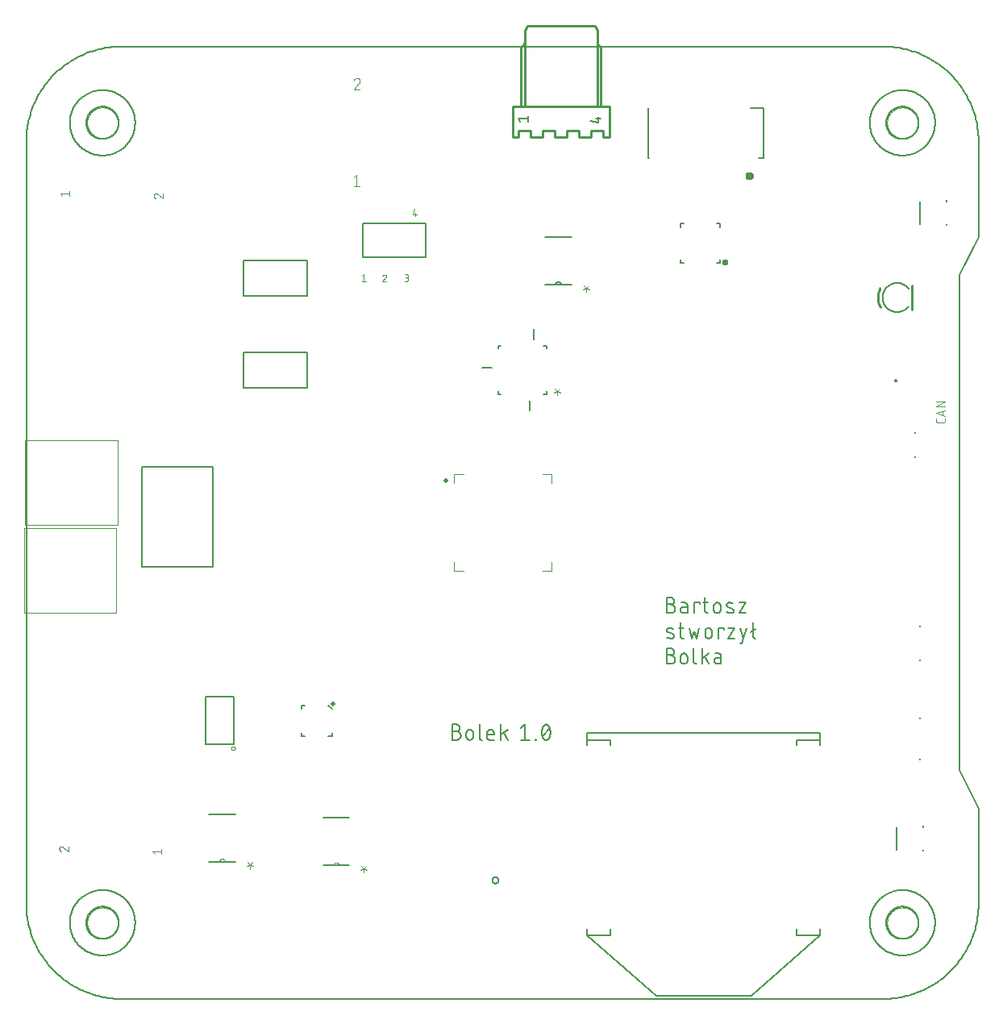
<source format=gto>
G75*
%MOIN*%
%OFA0B0*%
%FSLAX25Y25*%
%IPPOS*%
%LPD*%
%AMOC8*
5,1,8,0,0,1.08239X$1,22.5*
%
%ADD10C,0.00600*%
%ADD11C,0.00300*%
%ADD12C,0.00800*%
%ADD13C,0.00000*%
%ADD14C,0.00400*%
%ADD15C,0.00500*%
%ADD16C,0.01575*%
%ADD17R,0.00984X0.00984*%
%ADD18C,0.01969*%
%ADD19C,0.00472*%
%ADD20C,0.00787*%
%ADD21C,0.01000*%
%ADD22R,0.00787X0.00787*%
%ADD23C,0.02000*%
%ADD24C,0.00197*%
%ADD25C,0.00700*%
%ADD26C,0.01600*%
D10*
X0073544Y0042166D02*
X0388505Y0042166D01*
X0382879Y0073662D02*
X0382883Y0073993D01*
X0382895Y0074324D01*
X0382916Y0074655D01*
X0382944Y0074985D01*
X0382981Y0075315D01*
X0383025Y0075643D01*
X0383078Y0075970D01*
X0383138Y0076296D01*
X0383207Y0076620D01*
X0383284Y0076942D01*
X0383368Y0077263D01*
X0383460Y0077581D01*
X0383560Y0077897D01*
X0383668Y0078210D01*
X0383784Y0078521D01*
X0383907Y0078828D01*
X0384037Y0079133D01*
X0384175Y0079434D01*
X0384320Y0079732D01*
X0384473Y0080026D01*
X0384633Y0080316D01*
X0384800Y0080602D01*
X0384973Y0080884D01*
X0385154Y0081162D01*
X0385342Y0081435D01*
X0385536Y0081704D01*
X0385736Y0081968D01*
X0385943Y0082226D01*
X0386157Y0082480D01*
X0386376Y0082728D01*
X0386602Y0082971D01*
X0386833Y0083208D01*
X0387070Y0083439D01*
X0387313Y0083665D01*
X0387561Y0083884D01*
X0387815Y0084098D01*
X0388073Y0084305D01*
X0388337Y0084505D01*
X0388606Y0084699D01*
X0388879Y0084887D01*
X0389157Y0085068D01*
X0389439Y0085241D01*
X0389725Y0085408D01*
X0390015Y0085568D01*
X0390309Y0085721D01*
X0390607Y0085866D01*
X0390908Y0086004D01*
X0391213Y0086134D01*
X0391520Y0086257D01*
X0391831Y0086373D01*
X0392144Y0086481D01*
X0392460Y0086581D01*
X0392778Y0086673D01*
X0393099Y0086757D01*
X0393421Y0086834D01*
X0393745Y0086903D01*
X0394071Y0086963D01*
X0394398Y0087016D01*
X0394726Y0087060D01*
X0395056Y0087097D01*
X0395386Y0087125D01*
X0395717Y0087146D01*
X0396048Y0087158D01*
X0396379Y0087162D01*
X0396710Y0087158D01*
X0397041Y0087146D01*
X0397372Y0087125D01*
X0397702Y0087097D01*
X0398032Y0087060D01*
X0398360Y0087016D01*
X0398687Y0086963D01*
X0399013Y0086903D01*
X0399337Y0086834D01*
X0399659Y0086757D01*
X0399980Y0086673D01*
X0400298Y0086581D01*
X0400614Y0086481D01*
X0400927Y0086373D01*
X0401238Y0086257D01*
X0401545Y0086134D01*
X0401850Y0086004D01*
X0402151Y0085866D01*
X0402449Y0085721D01*
X0402743Y0085568D01*
X0403033Y0085408D01*
X0403319Y0085241D01*
X0403601Y0085068D01*
X0403879Y0084887D01*
X0404152Y0084699D01*
X0404421Y0084505D01*
X0404685Y0084305D01*
X0404943Y0084098D01*
X0405197Y0083884D01*
X0405445Y0083665D01*
X0405688Y0083439D01*
X0405925Y0083208D01*
X0406156Y0082971D01*
X0406382Y0082728D01*
X0406601Y0082480D01*
X0406815Y0082226D01*
X0407022Y0081968D01*
X0407222Y0081704D01*
X0407416Y0081435D01*
X0407604Y0081162D01*
X0407785Y0080884D01*
X0407958Y0080602D01*
X0408125Y0080316D01*
X0408285Y0080026D01*
X0408438Y0079732D01*
X0408583Y0079434D01*
X0408721Y0079133D01*
X0408851Y0078828D01*
X0408974Y0078521D01*
X0409090Y0078210D01*
X0409198Y0077897D01*
X0409298Y0077581D01*
X0409390Y0077263D01*
X0409474Y0076942D01*
X0409551Y0076620D01*
X0409620Y0076296D01*
X0409680Y0075970D01*
X0409733Y0075643D01*
X0409777Y0075315D01*
X0409814Y0074985D01*
X0409842Y0074655D01*
X0409863Y0074324D01*
X0409875Y0073993D01*
X0409879Y0073662D01*
X0409875Y0073331D01*
X0409863Y0073000D01*
X0409842Y0072669D01*
X0409814Y0072339D01*
X0409777Y0072009D01*
X0409733Y0071681D01*
X0409680Y0071354D01*
X0409620Y0071028D01*
X0409551Y0070704D01*
X0409474Y0070382D01*
X0409390Y0070061D01*
X0409298Y0069743D01*
X0409198Y0069427D01*
X0409090Y0069114D01*
X0408974Y0068803D01*
X0408851Y0068496D01*
X0408721Y0068191D01*
X0408583Y0067890D01*
X0408438Y0067592D01*
X0408285Y0067298D01*
X0408125Y0067008D01*
X0407958Y0066722D01*
X0407785Y0066440D01*
X0407604Y0066162D01*
X0407416Y0065889D01*
X0407222Y0065620D01*
X0407022Y0065356D01*
X0406815Y0065098D01*
X0406601Y0064844D01*
X0406382Y0064596D01*
X0406156Y0064353D01*
X0405925Y0064116D01*
X0405688Y0063885D01*
X0405445Y0063659D01*
X0405197Y0063440D01*
X0404943Y0063226D01*
X0404685Y0063019D01*
X0404421Y0062819D01*
X0404152Y0062625D01*
X0403879Y0062437D01*
X0403601Y0062256D01*
X0403319Y0062083D01*
X0403033Y0061916D01*
X0402743Y0061756D01*
X0402449Y0061603D01*
X0402151Y0061458D01*
X0401850Y0061320D01*
X0401545Y0061190D01*
X0401238Y0061067D01*
X0400927Y0060951D01*
X0400614Y0060843D01*
X0400298Y0060743D01*
X0399980Y0060651D01*
X0399659Y0060567D01*
X0399337Y0060490D01*
X0399013Y0060421D01*
X0398687Y0060361D01*
X0398360Y0060308D01*
X0398032Y0060264D01*
X0397702Y0060227D01*
X0397372Y0060199D01*
X0397041Y0060178D01*
X0396710Y0060166D01*
X0396379Y0060162D01*
X0396048Y0060166D01*
X0395717Y0060178D01*
X0395386Y0060199D01*
X0395056Y0060227D01*
X0394726Y0060264D01*
X0394398Y0060308D01*
X0394071Y0060361D01*
X0393745Y0060421D01*
X0393421Y0060490D01*
X0393099Y0060567D01*
X0392778Y0060651D01*
X0392460Y0060743D01*
X0392144Y0060843D01*
X0391831Y0060951D01*
X0391520Y0061067D01*
X0391213Y0061190D01*
X0390908Y0061320D01*
X0390607Y0061458D01*
X0390309Y0061603D01*
X0390015Y0061756D01*
X0389725Y0061916D01*
X0389439Y0062083D01*
X0389157Y0062256D01*
X0388879Y0062437D01*
X0388606Y0062625D01*
X0388337Y0062819D01*
X0388073Y0063019D01*
X0387815Y0063226D01*
X0387561Y0063440D01*
X0387313Y0063659D01*
X0387070Y0063885D01*
X0386833Y0064116D01*
X0386602Y0064353D01*
X0386376Y0064596D01*
X0386157Y0064844D01*
X0385943Y0065098D01*
X0385736Y0065356D01*
X0385536Y0065620D01*
X0385342Y0065889D01*
X0385154Y0066162D01*
X0384973Y0066440D01*
X0384800Y0066722D01*
X0384633Y0067008D01*
X0384473Y0067298D01*
X0384320Y0067592D01*
X0384175Y0067890D01*
X0384037Y0068191D01*
X0383907Y0068496D01*
X0383784Y0068803D01*
X0383668Y0069114D01*
X0383560Y0069427D01*
X0383460Y0069743D01*
X0383368Y0070061D01*
X0383284Y0070382D01*
X0383207Y0070704D01*
X0383138Y0071028D01*
X0383078Y0071354D01*
X0383025Y0071681D01*
X0382981Y0072009D01*
X0382944Y0072339D01*
X0382916Y0072669D01*
X0382895Y0073000D01*
X0382883Y0073331D01*
X0382879Y0073662D01*
X0388505Y0042166D02*
X0389456Y0042177D01*
X0390407Y0042212D01*
X0391357Y0042269D01*
X0392305Y0042350D01*
X0393251Y0042453D01*
X0394194Y0042579D01*
X0395133Y0042728D01*
X0396069Y0042899D01*
X0397000Y0043094D01*
X0397927Y0043310D01*
X0398848Y0043549D01*
X0399763Y0043810D01*
X0400671Y0044093D01*
X0401572Y0044398D01*
X0402466Y0044724D01*
X0403351Y0045073D01*
X0404228Y0045442D01*
X0405096Y0045832D01*
X0405953Y0046244D01*
X0406801Y0046676D01*
X0407638Y0047128D01*
X0408464Y0047600D01*
X0409278Y0048092D01*
X0410080Y0048604D01*
X0410870Y0049135D01*
X0411646Y0049685D01*
X0412409Y0050253D01*
X0413158Y0050840D01*
X0413892Y0051445D01*
X0414612Y0052067D01*
X0415317Y0052707D01*
X0416005Y0053363D01*
X0416678Y0054036D01*
X0417334Y0054724D01*
X0417974Y0055429D01*
X0418596Y0056149D01*
X0419201Y0056883D01*
X0419788Y0057632D01*
X0420356Y0058395D01*
X0420906Y0059171D01*
X0421437Y0059961D01*
X0421949Y0060763D01*
X0422441Y0061577D01*
X0422913Y0062403D01*
X0423365Y0063240D01*
X0423797Y0064088D01*
X0424209Y0064945D01*
X0424599Y0065813D01*
X0424968Y0066690D01*
X0425317Y0067575D01*
X0425643Y0068469D01*
X0425948Y0069370D01*
X0426231Y0070278D01*
X0426492Y0071193D01*
X0426731Y0072114D01*
X0426947Y0073041D01*
X0427142Y0073972D01*
X0427313Y0074908D01*
X0427462Y0075847D01*
X0427588Y0076790D01*
X0427691Y0077736D01*
X0427772Y0078684D01*
X0427829Y0079634D01*
X0427864Y0080585D01*
X0427875Y0081536D01*
X0427875Y0120906D01*
X0420001Y0136654D01*
X0420001Y0341379D01*
X0427875Y0357127D01*
X0427875Y0396497D01*
X0382879Y0404371D02*
X0382883Y0404702D01*
X0382895Y0405033D01*
X0382916Y0405364D01*
X0382944Y0405694D01*
X0382981Y0406024D01*
X0383025Y0406352D01*
X0383078Y0406679D01*
X0383138Y0407005D01*
X0383207Y0407329D01*
X0383284Y0407651D01*
X0383368Y0407972D01*
X0383460Y0408290D01*
X0383560Y0408606D01*
X0383668Y0408919D01*
X0383784Y0409230D01*
X0383907Y0409537D01*
X0384037Y0409842D01*
X0384175Y0410143D01*
X0384320Y0410441D01*
X0384473Y0410735D01*
X0384633Y0411025D01*
X0384800Y0411311D01*
X0384973Y0411593D01*
X0385154Y0411871D01*
X0385342Y0412144D01*
X0385536Y0412413D01*
X0385736Y0412677D01*
X0385943Y0412935D01*
X0386157Y0413189D01*
X0386376Y0413437D01*
X0386602Y0413680D01*
X0386833Y0413917D01*
X0387070Y0414148D01*
X0387313Y0414374D01*
X0387561Y0414593D01*
X0387815Y0414807D01*
X0388073Y0415014D01*
X0388337Y0415214D01*
X0388606Y0415408D01*
X0388879Y0415596D01*
X0389157Y0415777D01*
X0389439Y0415950D01*
X0389725Y0416117D01*
X0390015Y0416277D01*
X0390309Y0416430D01*
X0390607Y0416575D01*
X0390908Y0416713D01*
X0391213Y0416843D01*
X0391520Y0416966D01*
X0391831Y0417082D01*
X0392144Y0417190D01*
X0392460Y0417290D01*
X0392778Y0417382D01*
X0393099Y0417466D01*
X0393421Y0417543D01*
X0393745Y0417612D01*
X0394071Y0417672D01*
X0394398Y0417725D01*
X0394726Y0417769D01*
X0395056Y0417806D01*
X0395386Y0417834D01*
X0395717Y0417855D01*
X0396048Y0417867D01*
X0396379Y0417871D01*
X0396710Y0417867D01*
X0397041Y0417855D01*
X0397372Y0417834D01*
X0397702Y0417806D01*
X0398032Y0417769D01*
X0398360Y0417725D01*
X0398687Y0417672D01*
X0399013Y0417612D01*
X0399337Y0417543D01*
X0399659Y0417466D01*
X0399980Y0417382D01*
X0400298Y0417290D01*
X0400614Y0417190D01*
X0400927Y0417082D01*
X0401238Y0416966D01*
X0401545Y0416843D01*
X0401850Y0416713D01*
X0402151Y0416575D01*
X0402449Y0416430D01*
X0402743Y0416277D01*
X0403033Y0416117D01*
X0403319Y0415950D01*
X0403601Y0415777D01*
X0403879Y0415596D01*
X0404152Y0415408D01*
X0404421Y0415214D01*
X0404685Y0415014D01*
X0404943Y0414807D01*
X0405197Y0414593D01*
X0405445Y0414374D01*
X0405688Y0414148D01*
X0405925Y0413917D01*
X0406156Y0413680D01*
X0406382Y0413437D01*
X0406601Y0413189D01*
X0406815Y0412935D01*
X0407022Y0412677D01*
X0407222Y0412413D01*
X0407416Y0412144D01*
X0407604Y0411871D01*
X0407785Y0411593D01*
X0407958Y0411311D01*
X0408125Y0411025D01*
X0408285Y0410735D01*
X0408438Y0410441D01*
X0408583Y0410143D01*
X0408721Y0409842D01*
X0408851Y0409537D01*
X0408974Y0409230D01*
X0409090Y0408919D01*
X0409198Y0408606D01*
X0409298Y0408290D01*
X0409390Y0407972D01*
X0409474Y0407651D01*
X0409551Y0407329D01*
X0409620Y0407005D01*
X0409680Y0406679D01*
X0409733Y0406352D01*
X0409777Y0406024D01*
X0409814Y0405694D01*
X0409842Y0405364D01*
X0409863Y0405033D01*
X0409875Y0404702D01*
X0409879Y0404371D01*
X0409875Y0404040D01*
X0409863Y0403709D01*
X0409842Y0403378D01*
X0409814Y0403048D01*
X0409777Y0402718D01*
X0409733Y0402390D01*
X0409680Y0402063D01*
X0409620Y0401737D01*
X0409551Y0401413D01*
X0409474Y0401091D01*
X0409390Y0400770D01*
X0409298Y0400452D01*
X0409198Y0400136D01*
X0409090Y0399823D01*
X0408974Y0399512D01*
X0408851Y0399205D01*
X0408721Y0398900D01*
X0408583Y0398599D01*
X0408438Y0398301D01*
X0408285Y0398007D01*
X0408125Y0397717D01*
X0407958Y0397431D01*
X0407785Y0397149D01*
X0407604Y0396871D01*
X0407416Y0396598D01*
X0407222Y0396329D01*
X0407022Y0396065D01*
X0406815Y0395807D01*
X0406601Y0395553D01*
X0406382Y0395305D01*
X0406156Y0395062D01*
X0405925Y0394825D01*
X0405688Y0394594D01*
X0405445Y0394368D01*
X0405197Y0394149D01*
X0404943Y0393935D01*
X0404685Y0393728D01*
X0404421Y0393528D01*
X0404152Y0393334D01*
X0403879Y0393146D01*
X0403601Y0392965D01*
X0403319Y0392792D01*
X0403033Y0392625D01*
X0402743Y0392465D01*
X0402449Y0392312D01*
X0402151Y0392167D01*
X0401850Y0392029D01*
X0401545Y0391899D01*
X0401238Y0391776D01*
X0400927Y0391660D01*
X0400614Y0391552D01*
X0400298Y0391452D01*
X0399980Y0391360D01*
X0399659Y0391276D01*
X0399337Y0391199D01*
X0399013Y0391130D01*
X0398687Y0391070D01*
X0398360Y0391017D01*
X0398032Y0390973D01*
X0397702Y0390936D01*
X0397372Y0390908D01*
X0397041Y0390887D01*
X0396710Y0390875D01*
X0396379Y0390871D01*
X0396048Y0390875D01*
X0395717Y0390887D01*
X0395386Y0390908D01*
X0395056Y0390936D01*
X0394726Y0390973D01*
X0394398Y0391017D01*
X0394071Y0391070D01*
X0393745Y0391130D01*
X0393421Y0391199D01*
X0393099Y0391276D01*
X0392778Y0391360D01*
X0392460Y0391452D01*
X0392144Y0391552D01*
X0391831Y0391660D01*
X0391520Y0391776D01*
X0391213Y0391899D01*
X0390908Y0392029D01*
X0390607Y0392167D01*
X0390309Y0392312D01*
X0390015Y0392465D01*
X0389725Y0392625D01*
X0389439Y0392792D01*
X0389157Y0392965D01*
X0388879Y0393146D01*
X0388606Y0393334D01*
X0388337Y0393528D01*
X0388073Y0393728D01*
X0387815Y0393935D01*
X0387561Y0394149D01*
X0387313Y0394368D01*
X0387070Y0394594D01*
X0386833Y0394825D01*
X0386602Y0395062D01*
X0386376Y0395305D01*
X0386157Y0395553D01*
X0385943Y0395807D01*
X0385736Y0396065D01*
X0385536Y0396329D01*
X0385342Y0396598D01*
X0385154Y0396871D01*
X0384973Y0397149D01*
X0384800Y0397431D01*
X0384633Y0397717D01*
X0384473Y0398007D01*
X0384320Y0398301D01*
X0384175Y0398599D01*
X0384037Y0398900D01*
X0383907Y0399205D01*
X0383784Y0399512D01*
X0383668Y0399823D01*
X0383560Y0400136D01*
X0383460Y0400452D01*
X0383368Y0400770D01*
X0383284Y0401091D01*
X0383207Y0401413D01*
X0383138Y0401737D01*
X0383078Y0402063D01*
X0383025Y0402390D01*
X0382981Y0402718D01*
X0382944Y0403048D01*
X0382916Y0403378D01*
X0382895Y0403709D01*
X0382883Y0404040D01*
X0382879Y0404371D01*
X0388505Y0435867D02*
X0389456Y0435856D01*
X0390407Y0435821D01*
X0391357Y0435764D01*
X0392305Y0435683D01*
X0393251Y0435580D01*
X0394194Y0435454D01*
X0395133Y0435305D01*
X0396069Y0435134D01*
X0397000Y0434939D01*
X0397927Y0434723D01*
X0398848Y0434484D01*
X0399763Y0434223D01*
X0400671Y0433940D01*
X0401572Y0433635D01*
X0402466Y0433309D01*
X0403351Y0432960D01*
X0404228Y0432591D01*
X0405096Y0432201D01*
X0405953Y0431789D01*
X0406801Y0431357D01*
X0407638Y0430905D01*
X0408464Y0430433D01*
X0409278Y0429941D01*
X0410080Y0429429D01*
X0410870Y0428898D01*
X0411646Y0428348D01*
X0412409Y0427780D01*
X0413158Y0427193D01*
X0413892Y0426588D01*
X0414612Y0425966D01*
X0415317Y0425326D01*
X0416005Y0424670D01*
X0416678Y0423997D01*
X0417334Y0423309D01*
X0417974Y0422604D01*
X0418596Y0421884D01*
X0419201Y0421150D01*
X0419788Y0420401D01*
X0420356Y0419638D01*
X0420906Y0418862D01*
X0421437Y0418072D01*
X0421949Y0417270D01*
X0422441Y0416456D01*
X0422913Y0415630D01*
X0423365Y0414793D01*
X0423797Y0413945D01*
X0424209Y0413088D01*
X0424599Y0412220D01*
X0424968Y0411343D01*
X0425317Y0410458D01*
X0425643Y0409564D01*
X0425948Y0408663D01*
X0426231Y0407755D01*
X0426492Y0406840D01*
X0426731Y0405919D01*
X0426947Y0404992D01*
X0427142Y0404061D01*
X0427313Y0403125D01*
X0427462Y0402186D01*
X0427588Y0401243D01*
X0427691Y0400297D01*
X0427772Y0399349D01*
X0427829Y0398399D01*
X0427864Y0397448D01*
X0427875Y0396497D01*
X0388505Y0435867D02*
X0073544Y0435867D01*
X0052170Y0404371D02*
X0052174Y0404702D01*
X0052186Y0405033D01*
X0052207Y0405364D01*
X0052235Y0405694D01*
X0052272Y0406024D01*
X0052316Y0406352D01*
X0052369Y0406679D01*
X0052429Y0407005D01*
X0052498Y0407329D01*
X0052575Y0407651D01*
X0052659Y0407972D01*
X0052751Y0408290D01*
X0052851Y0408606D01*
X0052959Y0408919D01*
X0053075Y0409230D01*
X0053198Y0409537D01*
X0053328Y0409842D01*
X0053466Y0410143D01*
X0053611Y0410441D01*
X0053764Y0410735D01*
X0053924Y0411025D01*
X0054091Y0411311D01*
X0054264Y0411593D01*
X0054445Y0411871D01*
X0054633Y0412144D01*
X0054827Y0412413D01*
X0055027Y0412677D01*
X0055234Y0412935D01*
X0055448Y0413189D01*
X0055667Y0413437D01*
X0055893Y0413680D01*
X0056124Y0413917D01*
X0056361Y0414148D01*
X0056604Y0414374D01*
X0056852Y0414593D01*
X0057106Y0414807D01*
X0057364Y0415014D01*
X0057628Y0415214D01*
X0057897Y0415408D01*
X0058170Y0415596D01*
X0058448Y0415777D01*
X0058730Y0415950D01*
X0059016Y0416117D01*
X0059306Y0416277D01*
X0059600Y0416430D01*
X0059898Y0416575D01*
X0060199Y0416713D01*
X0060504Y0416843D01*
X0060811Y0416966D01*
X0061122Y0417082D01*
X0061435Y0417190D01*
X0061751Y0417290D01*
X0062069Y0417382D01*
X0062390Y0417466D01*
X0062712Y0417543D01*
X0063036Y0417612D01*
X0063362Y0417672D01*
X0063689Y0417725D01*
X0064017Y0417769D01*
X0064347Y0417806D01*
X0064677Y0417834D01*
X0065008Y0417855D01*
X0065339Y0417867D01*
X0065670Y0417871D01*
X0066001Y0417867D01*
X0066332Y0417855D01*
X0066663Y0417834D01*
X0066993Y0417806D01*
X0067323Y0417769D01*
X0067651Y0417725D01*
X0067978Y0417672D01*
X0068304Y0417612D01*
X0068628Y0417543D01*
X0068950Y0417466D01*
X0069271Y0417382D01*
X0069589Y0417290D01*
X0069905Y0417190D01*
X0070218Y0417082D01*
X0070529Y0416966D01*
X0070836Y0416843D01*
X0071141Y0416713D01*
X0071442Y0416575D01*
X0071740Y0416430D01*
X0072034Y0416277D01*
X0072324Y0416117D01*
X0072610Y0415950D01*
X0072892Y0415777D01*
X0073170Y0415596D01*
X0073443Y0415408D01*
X0073712Y0415214D01*
X0073976Y0415014D01*
X0074234Y0414807D01*
X0074488Y0414593D01*
X0074736Y0414374D01*
X0074979Y0414148D01*
X0075216Y0413917D01*
X0075447Y0413680D01*
X0075673Y0413437D01*
X0075892Y0413189D01*
X0076106Y0412935D01*
X0076313Y0412677D01*
X0076513Y0412413D01*
X0076707Y0412144D01*
X0076895Y0411871D01*
X0077076Y0411593D01*
X0077249Y0411311D01*
X0077416Y0411025D01*
X0077576Y0410735D01*
X0077729Y0410441D01*
X0077874Y0410143D01*
X0078012Y0409842D01*
X0078142Y0409537D01*
X0078265Y0409230D01*
X0078381Y0408919D01*
X0078489Y0408606D01*
X0078589Y0408290D01*
X0078681Y0407972D01*
X0078765Y0407651D01*
X0078842Y0407329D01*
X0078911Y0407005D01*
X0078971Y0406679D01*
X0079024Y0406352D01*
X0079068Y0406024D01*
X0079105Y0405694D01*
X0079133Y0405364D01*
X0079154Y0405033D01*
X0079166Y0404702D01*
X0079170Y0404371D01*
X0079166Y0404040D01*
X0079154Y0403709D01*
X0079133Y0403378D01*
X0079105Y0403048D01*
X0079068Y0402718D01*
X0079024Y0402390D01*
X0078971Y0402063D01*
X0078911Y0401737D01*
X0078842Y0401413D01*
X0078765Y0401091D01*
X0078681Y0400770D01*
X0078589Y0400452D01*
X0078489Y0400136D01*
X0078381Y0399823D01*
X0078265Y0399512D01*
X0078142Y0399205D01*
X0078012Y0398900D01*
X0077874Y0398599D01*
X0077729Y0398301D01*
X0077576Y0398007D01*
X0077416Y0397717D01*
X0077249Y0397431D01*
X0077076Y0397149D01*
X0076895Y0396871D01*
X0076707Y0396598D01*
X0076513Y0396329D01*
X0076313Y0396065D01*
X0076106Y0395807D01*
X0075892Y0395553D01*
X0075673Y0395305D01*
X0075447Y0395062D01*
X0075216Y0394825D01*
X0074979Y0394594D01*
X0074736Y0394368D01*
X0074488Y0394149D01*
X0074234Y0393935D01*
X0073976Y0393728D01*
X0073712Y0393528D01*
X0073443Y0393334D01*
X0073170Y0393146D01*
X0072892Y0392965D01*
X0072610Y0392792D01*
X0072324Y0392625D01*
X0072034Y0392465D01*
X0071740Y0392312D01*
X0071442Y0392167D01*
X0071141Y0392029D01*
X0070836Y0391899D01*
X0070529Y0391776D01*
X0070218Y0391660D01*
X0069905Y0391552D01*
X0069589Y0391452D01*
X0069271Y0391360D01*
X0068950Y0391276D01*
X0068628Y0391199D01*
X0068304Y0391130D01*
X0067978Y0391070D01*
X0067651Y0391017D01*
X0067323Y0390973D01*
X0066993Y0390936D01*
X0066663Y0390908D01*
X0066332Y0390887D01*
X0066001Y0390875D01*
X0065670Y0390871D01*
X0065339Y0390875D01*
X0065008Y0390887D01*
X0064677Y0390908D01*
X0064347Y0390936D01*
X0064017Y0390973D01*
X0063689Y0391017D01*
X0063362Y0391070D01*
X0063036Y0391130D01*
X0062712Y0391199D01*
X0062390Y0391276D01*
X0062069Y0391360D01*
X0061751Y0391452D01*
X0061435Y0391552D01*
X0061122Y0391660D01*
X0060811Y0391776D01*
X0060504Y0391899D01*
X0060199Y0392029D01*
X0059898Y0392167D01*
X0059600Y0392312D01*
X0059306Y0392465D01*
X0059016Y0392625D01*
X0058730Y0392792D01*
X0058448Y0392965D01*
X0058170Y0393146D01*
X0057897Y0393334D01*
X0057628Y0393528D01*
X0057364Y0393728D01*
X0057106Y0393935D01*
X0056852Y0394149D01*
X0056604Y0394368D01*
X0056361Y0394594D01*
X0056124Y0394825D01*
X0055893Y0395062D01*
X0055667Y0395305D01*
X0055448Y0395553D01*
X0055234Y0395807D01*
X0055027Y0396065D01*
X0054827Y0396329D01*
X0054633Y0396598D01*
X0054445Y0396871D01*
X0054264Y0397149D01*
X0054091Y0397431D01*
X0053924Y0397717D01*
X0053764Y0398007D01*
X0053611Y0398301D01*
X0053466Y0398599D01*
X0053328Y0398900D01*
X0053198Y0399205D01*
X0053075Y0399512D01*
X0052959Y0399823D01*
X0052851Y0400136D01*
X0052751Y0400452D01*
X0052659Y0400770D01*
X0052575Y0401091D01*
X0052498Y0401413D01*
X0052429Y0401737D01*
X0052369Y0402063D01*
X0052316Y0402390D01*
X0052272Y0402718D01*
X0052235Y0403048D01*
X0052207Y0403378D01*
X0052186Y0403709D01*
X0052174Y0404040D01*
X0052170Y0404371D01*
X0034174Y0396497D02*
X0034174Y0081536D01*
X0052170Y0073662D02*
X0052174Y0073993D01*
X0052186Y0074324D01*
X0052207Y0074655D01*
X0052235Y0074985D01*
X0052272Y0075315D01*
X0052316Y0075643D01*
X0052369Y0075970D01*
X0052429Y0076296D01*
X0052498Y0076620D01*
X0052575Y0076942D01*
X0052659Y0077263D01*
X0052751Y0077581D01*
X0052851Y0077897D01*
X0052959Y0078210D01*
X0053075Y0078521D01*
X0053198Y0078828D01*
X0053328Y0079133D01*
X0053466Y0079434D01*
X0053611Y0079732D01*
X0053764Y0080026D01*
X0053924Y0080316D01*
X0054091Y0080602D01*
X0054264Y0080884D01*
X0054445Y0081162D01*
X0054633Y0081435D01*
X0054827Y0081704D01*
X0055027Y0081968D01*
X0055234Y0082226D01*
X0055448Y0082480D01*
X0055667Y0082728D01*
X0055893Y0082971D01*
X0056124Y0083208D01*
X0056361Y0083439D01*
X0056604Y0083665D01*
X0056852Y0083884D01*
X0057106Y0084098D01*
X0057364Y0084305D01*
X0057628Y0084505D01*
X0057897Y0084699D01*
X0058170Y0084887D01*
X0058448Y0085068D01*
X0058730Y0085241D01*
X0059016Y0085408D01*
X0059306Y0085568D01*
X0059600Y0085721D01*
X0059898Y0085866D01*
X0060199Y0086004D01*
X0060504Y0086134D01*
X0060811Y0086257D01*
X0061122Y0086373D01*
X0061435Y0086481D01*
X0061751Y0086581D01*
X0062069Y0086673D01*
X0062390Y0086757D01*
X0062712Y0086834D01*
X0063036Y0086903D01*
X0063362Y0086963D01*
X0063689Y0087016D01*
X0064017Y0087060D01*
X0064347Y0087097D01*
X0064677Y0087125D01*
X0065008Y0087146D01*
X0065339Y0087158D01*
X0065670Y0087162D01*
X0066001Y0087158D01*
X0066332Y0087146D01*
X0066663Y0087125D01*
X0066993Y0087097D01*
X0067323Y0087060D01*
X0067651Y0087016D01*
X0067978Y0086963D01*
X0068304Y0086903D01*
X0068628Y0086834D01*
X0068950Y0086757D01*
X0069271Y0086673D01*
X0069589Y0086581D01*
X0069905Y0086481D01*
X0070218Y0086373D01*
X0070529Y0086257D01*
X0070836Y0086134D01*
X0071141Y0086004D01*
X0071442Y0085866D01*
X0071740Y0085721D01*
X0072034Y0085568D01*
X0072324Y0085408D01*
X0072610Y0085241D01*
X0072892Y0085068D01*
X0073170Y0084887D01*
X0073443Y0084699D01*
X0073712Y0084505D01*
X0073976Y0084305D01*
X0074234Y0084098D01*
X0074488Y0083884D01*
X0074736Y0083665D01*
X0074979Y0083439D01*
X0075216Y0083208D01*
X0075447Y0082971D01*
X0075673Y0082728D01*
X0075892Y0082480D01*
X0076106Y0082226D01*
X0076313Y0081968D01*
X0076513Y0081704D01*
X0076707Y0081435D01*
X0076895Y0081162D01*
X0077076Y0080884D01*
X0077249Y0080602D01*
X0077416Y0080316D01*
X0077576Y0080026D01*
X0077729Y0079732D01*
X0077874Y0079434D01*
X0078012Y0079133D01*
X0078142Y0078828D01*
X0078265Y0078521D01*
X0078381Y0078210D01*
X0078489Y0077897D01*
X0078589Y0077581D01*
X0078681Y0077263D01*
X0078765Y0076942D01*
X0078842Y0076620D01*
X0078911Y0076296D01*
X0078971Y0075970D01*
X0079024Y0075643D01*
X0079068Y0075315D01*
X0079105Y0074985D01*
X0079133Y0074655D01*
X0079154Y0074324D01*
X0079166Y0073993D01*
X0079170Y0073662D01*
X0079166Y0073331D01*
X0079154Y0073000D01*
X0079133Y0072669D01*
X0079105Y0072339D01*
X0079068Y0072009D01*
X0079024Y0071681D01*
X0078971Y0071354D01*
X0078911Y0071028D01*
X0078842Y0070704D01*
X0078765Y0070382D01*
X0078681Y0070061D01*
X0078589Y0069743D01*
X0078489Y0069427D01*
X0078381Y0069114D01*
X0078265Y0068803D01*
X0078142Y0068496D01*
X0078012Y0068191D01*
X0077874Y0067890D01*
X0077729Y0067592D01*
X0077576Y0067298D01*
X0077416Y0067008D01*
X0077249Y0066722D01*
X0077076Y0066440D01*
X0076895Y0066162D01*
X0076707Y0065889D01*
X0076513Y0065620D01*
X0076313Y0065356D01*
X0076106Y0065098D01*
X0075892Y0064844D01*
X0075673Y0064596D01*
X0075447Y0064353D01*
X0075216Y0064116D01*
X0074979Y0063885D01*
X0074736Y0063659D01*
X0074488Y0063440D01*
X0074234Y0063226D01*
X0073976Y0063019D01*
X0073712Y0062819D01*
X0073443Y0062625D01*
X0073170Y0062437D01*
X0072892Y0062256D01*
X0072610Y0062083D01*
X0072324Y0061916D01*
X0072034Y0061756D01*
X0071740Y0061603D01*
X0071442Y0061458D01*
X0071141Y0061320D01*
X0070836Y0061190D01*
X0070529Y0061067D01*
X0070218Y0060951D01*
X0069905Y0060843D01*
X0069589Y0060743D01*
X0069271Y0060651D01*
X0068950Y0060567D01*
X0068628Y0060490D01*
X0068304Y0060421D01*
X0067978Y0060361D01*
X0067651Y0060308D01*
X0067323Y0060264D01*
X0066993Y0060227D01*
X0066663Y0060199D01*
X0066332Y0060178D01*
X0066001Y0060166D01*
X0065670Y0060162D01*
X0065339Y0060166D01*
X0065008Y0060178D01*
X0064677Y0060199D01*
X0064347Y0060227D01*
X0064017Y0060264D01*
X0063689Y0060308D01*
X0063362Y0060361D01*
X0063036Y0060421D01*
X0062712Y0060490D01*
X0062390Y0060567D01*
X0062069Y0060651D01*
X0061751Y0060743D01*
X0061435Y0060843D01*
X0061122Y0060951D01*
X0060811Y0061067D01*
X0060504Y0061190D01*
X0060199Y0061320D01*
X0059898Y0061458D01*
X0059600Y0061603D01*
X0059306Y0061756D01*
X0059016Y0061916D01*
X0058730Y0062083D01*
X0058448Y0062256D01*
X0058170Y0062437D01*
X0057897Y0062625D01*
X0057628Y0062819D01*
X0057364Y0063019D01*
X0057106Y0063226D01*
X0056852Y0063440D01*
X0056604Y0063659D01*
X0056361Y0063885D01*
X0056124Y0064116D01*
X0055893Y0064353D01*
X0055667Y0064596D01*
X0055448Y0064844D01*
X0055234Y0065098D01*
X0055027Y0065356D01*
X0054827Y0065620D01*
X0054633Y0065889D01*
X0054445Y0066162D01*
X0054264Y0066440D01*
X0054091Y0066722D01*
X0053924Y0067008D01*
X0053764Y0067298D01*
X0053611Y0067592D01*
X0053466Y0067890D01*
X0053328Y0068191D01*
X0053198Y0068496D01*
X0053075Y0068803D01*
X0052959Y0069114D01*
X0052851Y0069427D01*
X0052751Y0069743D01*
X0052659Y0070061D01*
X0052575Y0070382D01*
X0052498Y0070704D01*
X0052429Y0071028D01*
X0052369Y0071354D01*
X0052316Y0071681D01*
X0052272Y0072009D01*
X0052235Y0072339D01*
X0052207Y0072669D01*
X0052186Y0073000D01*
X0052174Y0073331D01*
X0052170Y0073662D01*
X0034174Y0081536D02*
X0034185Y0080585D01*
X0034220Y0079634D01*
X0034277Y0078684D01*
X0034358Y0077736D01*
X0034461Y0076790D01*
X0034587Y0075847D01*
X0034736Y0074908D01*
X0034907Y0073972D01*
X0035102Y0073041D01*
X0035318Y0072114D01*
X0035557Y0071193D01*
X0035818Y0070278D01*
X0036101Y0069370D01*
X0036406Y0068469D01*
X0036732Y0067575D01*
X0037081Y0066690D01*
X0037450Y0065813D01*
X0037840Y0064945D01*
X0038252Y0064088D01*
X0038684Y0063240D01*
X0039136Y0062403D01*
X0039608Y0061577D01*
X0040100Y0060763D01*
X0040612Y0059961D01*
X0041143Y0059171D01*
X0041693Y0058395D01*
X0042261Y0057632D01*
X0042848Y0056883D01*
X0043453Y0056149D01*
X0044075Y0055429D01*
X0044715Y0054724D01*
X0045371Y0054036D01*
X0046044Y0053363D01*
X0046732Y0052707D01*
X0047437Y0052067D01*
X0048157Y0051445D01*
X0048891Y0050840D01*
X0049640Y0050253D01*
X0050403Y0049685D01*
X0051179Y0049135D01*
X0051969Y0048604D01*
X0052771Y0048092D01*
X0053585Y0047600D01*
X0054411Y0047128D01*
X0055248Y0046676D01*
X0056096Y0046244D01*
X0056953Y0045832D01*
X0057821Y0045442D01*
X0058698Y0045073D01*
X0059583Y0044724D01*
X0060477Y0044398D01*
X0061378Y0044093D01*
X0062286Y0043810D01*
X0063201Y0043549D01*
X0064122Y0043310D01*
X0065049Y0043094D01*
X0065980Y0042899D01*
X0066916Y0042728D01*
X0067855Y0042579D01*
X0068798Y0042453D01*
X0069744Y0042350D01*
X0070692Y0042269D01*
X0071642Y0042212D01*
X0072593Y0042177D01*
X0073544Y0042166D01*
X0109774Y0098866D02*
X0113974Y0098866D01*
X0116374Y0098866D01*
X0120574Y0098866D01*
X0120574Y0118466D02*
X0109774Y0118466D01*
X0156806Y0116966D02*
X0167606Y0116966D01*
X0167606Y0097366D02*
X0163406Y0097366D01*
X0161006Y0097366D01*
X0156806Y0097366D01*
X0210261Y0149238D02*
X0210261Y0155638D01*
X0212039Y0155638D01*
X0212113Y0155636D01*
X0212188Y0155630D01*
X0212261Y0155620D01*
X0212335Y0155607D01*
X0212407Y0155590D01*
X0212478Y0155568D01*
X0212549Y0155544D01*
X0212617Y0155515D01*
X0212685Y0155483D01*
X0212750Y0155447D01*
X0212813Y0155409D01*
X0212875Y0155366D01*
X0212934Y0155321D01*
X0212991Y0155273D01*
X0213045Y0155222D01*
X0213096Y0155168D01*
X0213144Y0155111D01*
X0213189Y0155052D01*
X0213232Y0154990D01*
X0213270Y0154927D01*
X0213306Y0154862D01*
X0213338Y0154794D01*
X0213367Y0154726D01*
X0213391Y0154655D01*
X0213413Y0154584D01*
X0213430Y0154512D01*
X0213443Y0154438D01*
X0213453Y0154365D01*
X0213459Y0154290D01*
X0213461Y0154216D01*
X0213459Y0154142D01*
X0213453Y0154067D01*
X0213443Y0153994D01*
X0213430Y0153920D01*
X0213413Y0153848D01*
X0213391Y0153777D01*
X0213367Y0153706D01*
X0213338Y0153638D01*
X0213306Y0153570D01*
X0213270Y0153505D01*
X0213232Y0153442D01*
X0213189Y0153380D01*
X0213144Y0153321D01*
X0213096Y0153264D01*
X0213045Y0153210D01*
X0212991Y0153159D01*
X0212934Y0153111D01*
X0212875Y0153066D01*
X0212813Y0153023D01*
X0212750Y0152985D01*
X0212685Y0152949D01*
X0212617Y0152917D01*
X0212549Y0152888D01*
X0212478Y0152864D01*
X0212407Y0152842D01*
X0212335Y0152825D01*
X0212261Y0152812D01*
X0212188Y0152802D01*
X0212113Y0152796D01*
X0212039Y0152794D01*
X0212039Y0152793D02*
X0210261Y0152793D01*
X0212039Y0152794D02*
X0212122Y0152792D01*
X0212205Y0152786D01*
X0212288Y0152776D01*
X0212371Y0152763D01*
X0212452Y0152745D01*
X0212533Y0152724D01*
X0212612Y0152699D01*
X0212690Y0152670D01*
X0212767Y0152638D01*
X0212842Y0152602D01*
X0212916Y0152563D01*
X0212987Y0152520D01*
X0213057Y0152474D01*
X0213124Y0152424D01*
X0213189Y0152372D01*
X0213251Y0152317D01*
X0213311Y0152258D01*
X0213368Y0152197D01*
X0213422Y0152134D01*
X0213473Y0152068D01*
X0213520Y0151999D01*
X0213565Y0151929D01*
X0213606Y0151856D01*
X0213643Y0151782D01*
X0213678Y0151706D01*
X0213708Y0151628D01*
X0213735Y0151550D01*
X0213758Y0151469D01*
X0213778Y0151388D01*
X0213793Y0151306D01*
X0213805Y0151224D01*
X0213813Y0151141D01*
X0213817Y0151058D01*
X0213817Y0150974D01*
X0213813Y0150891D01*
X0213805Y0150808D01*
X0213793Y0150726D01*
X0213778Y0150644D01*
X0213758Y0150563D01*
X0213735Y0150482D01*
X0213708Y0150404D01*
X0213678Y0150326D01*
X0213643Y0150250D01*
X0213606Y0150176D01*
X0213565Y0150103D01*
X0213520Y0150033D01*
X0213473Y0149964D01*
X0213422Y0149898D01*
X0213368Y0149835D01*
X0213311Y0149774D01*
X0213251Y0149715D01*
X0213189Y0149660D01*
X0213124Y0149608D01*
X0213057Y0149558D01*
X0212987Y0149512D01*
X0212916Y0149469D01*
X0212842Y0149430D01*
X0212767Y0149394D01*
X0212690Y0149362D01*
X0212612Y0149333D01*
X0212533Y0149308D01*
X0212452Y0149287D01*
X0212371Y0149269D01*
X0212288Y0149256D01*
X0212205Y0149246D01*
X0212122Y0149240D01*
X0212039Y0149238D01*
X0210261Y0149238D01*
X0216073Y0150660D02*
X0216073Y0152082D01*
X0216075Y0152156D01*
X0216081Y0152231D01*
X0216091Y0152304D01*
X0216104Y0152378D01*
X0216121Y0152450D01*
X0216143Y0152521D01*
X0216167Y0152592D01*
X0216196Y0152660D01*
X0216228Y0152728D01*
X0216264Y0152793D01*
X0216302Y0152856D01*
X0216345Y0152918D01*
X0216390Y0152977D01*
X0216438Y0153034D01*
X0216489Y0153088D01*
X0216543Y0153139D01*
X0216600Y0153187D01*
X0216659Y0153232D01*
X0216721Y0153275D01*
X0216784Y0153313D01*
X0216849Y0153349D01*
X0216917Y0153381D01*
X0216985Y0153410D01*
X0217056Y0153434D01*
X0217127Y0153456D01*
X0217199Y0153473D01*
X0217273Y0153486D01*
X0217346Y0153496D01*
X0217421Y0153502D01*
X0217495Y0153504D01*
X0217569Y0153502D01*
X0217644Y0153496D01*
X0217717Y0153486D01*
X0217791Y0153473D01*
X0217863Y0153456D01*
X0217934Y0153434D01*
X0218005Y0153410D01*
X0218073Y0153381D01*
X0218141Y0153349D01*
X0218206Y0153313D01*
X0218269Y0153275D01*
X0218331Y0153232D01*
X0218390Y0153187D01*
X0218447Y0153139D01*
X0218501Y0153088D01*
X0218552Y0153034D01*
X0218600Y0152977D01*
X0218645Y0152918D01*
X0218688Y0152856D01*
X0218726Y0152793D01*
X0218762Y0152728D01*
X0218794Y0152660D01*
X0218823Y0152592D01*
X0218847Y0152521D01*
X0218869Y0152450D01*
X0218886Y0152378D01*
X0218899Y0152304D01*
X0218909Y0152231D01*
X0218915Y0152156D01*
X0218917Y0152082D01*
X0218917Y0150660D01*
X0218915Y0150586D01*
X0218909Y0150511D01*
X0218899Y0150438D01*
X0218886Y0150364D01*
X0218869Y0150292D01*
X0218847Y0150221D01*
X0218823Y0150150D01*
X0218794Y0150082D01*
X0218762Y0150014D01*
X0218726Y0149949D01*
X0218688Y0149886D01*
X0218645Y0149824D01*
X0218600Y0149765D01*
X0218552Y0149708D01*
X0218501Y0149654D01*
X0218447Y0149603D01*
X0218390Y0149555D01*
X0218331Y0149510D01*
X0218269Y0149467D01*
X0218206Y0149429D01*
X0218141Y0149393D01*
X0218073Y0149361D01*
X0218005Y0149332D01*
X0217934Y0149308D01*
X0217863Y0149286D01*
X0217791Y0149269D01*
X0217717Y0149256D01*
X0217644Y0149246D01*
X0217569Y0149240D01*
X0217495Y0149238D01*
X0217421Y0149240D01*
X0217346Y0149246D01*
X0217273Y0149256D01*
X0217199Y0149269D01*
X0217127Y0149286D01*
X0217056Y0149308D01*
X0216985Y0149332D01*
X0216917Y0149361D01*
X0216849Y0149393D01*
X0216784Y0149429D01*
X0216721Y0149467D01*
X0216659Y0149510D01*
X0216600Y0149555D01*
X0216543Y0149603D01*
X0216489Y0149654D01*
X0216438Y0149708D01*
X0216390Y0149765D01*
X0216345Y0149824D01*
X0216302Y0149886D01*
X0216264Y0149949D01*
X0216228Y0150014D01*
X0216196Y0150082D01*
X0216167Y0150150D01*
X0216143Y0150221D01*
X0216121Y0150292D01*
X0216104Y0150364D01*
X0216091Y0150438D01*
X0216081Y0150511D01*
X0216075Y0150586D01*
X0216073Y0150660D01*
X0221499Y0150304D02*
X0221499Y0155638D01*
X0224688Y0152082D02*
X0224688Y0150304D01*
X0224690Y0150240D01*
X0224696Y0150175D01*
X0224705Y0150112D01*
X0224719Y0150049D01*
X0224736Y0149987D01*
X0224757Y0149926D01*
X0224782Y0149866D01*
X0224810Y0149808D01*
X0224842Y0149752D01*
X0224877Y0149698D01*
X0224915Y0149646D01*
X0224956Y0149596D01*
X0225001Y0149550D01*
X0225047Y0149505D01*
X0225097Y0149464D01*
X0225149Y0149426D01*
X0225203Y0149391D01*
X0225259Y0149359D01*
X0225317Y0149331D01*
X0225377Y0149306D01*
X0225438Y0149285D01*
X0225500Y0149268D01*
X0225563Y0149254D01*
X0225626Y0149245D01*
X0225691Y0149239D01*
X0225755Y0149237D01*
X0225755Y0149238D02*
X0227533Y0149238D01*
X0227533Y0151371D02*
X0224688Y0151371D01*
X0224688Y0152082D02*
X0224690Y0152156D01*
X0224696Y0152231D01*
X0224706Y0152304D01*
X0224719Y0152378D01*
X0224736Y0152450D01*
X0224758Y0152521D01*
X0224782Y0152592D01*
X0224811Y0152660D01*
X0224843Y0152728D01*
X0224879Y0152793D01*
X0224917Y0152856D01*
X0224960Y0152918D01*
X0225005Y0152977D01*
X0225053Y0153034D01*
X0225104Y0153088D01*
X0225158Y0153139D01*
X0225215Y0153187D01*
X0225274Y0153232D01*
X0225336Y0153275D01*
X0225399Y0153313D01*
X0225464Y0153349D01*
X0225532Y0153381D01*
X0225600Y0153410D01*
X0225671Y0153434D01*
X0225742Y0153456D01*
X0225814Y0153473D01*
X0225888Y0153486D01*
X0225961Y0153496D01*
X0226036Y0153502D01*
X0226110Y0153504D01*
X0226184Y0153502D01*
X0226259Y0153496D01*
X0226332Y0153486D01*
X0226406Y0153473D01*
X0226478Y0153456D01*
X0226549Y0153434D01*
X0226620Y0153410D01*
X0226688Y0153381D01*
X0226756Y0153349D01*
X0226821Y0153313D01*
X0226884Y0153275D01*
X0226946Y0153232D01*
X0227005Y0153187D01*
X0227062Y0153139D01*
X0227116Y0153088D01*
X0227167Y0153034D01*
X0227215Y0152977D01*
X0227260Y0152918D01*
X0227303Y0152856D01*
X0227341Y0152793D01*
X0227377Y0152728D01*
X0227409Y0152660D01*
X0227438Y0152592D01*
X0227462Y0152521D01*
X0227484Y0152450D01*
X0227501Y0152378D01*
X0227514Y0152304D01*
X0227524Y0152231D01*
X0227530Y0152156D01*
X0227532Y0152082D01*
X0227533Y0152082D02*
X0227533Y0151371D01*
X0230293Y0151371D02*
X0233138Y0153504D01*
X0231538Y0152260D02*
X0233138Y0149238D01*
X0230293Y0149238D02*
X0230293Y0155638D01*
X0222566Y0149237D02*
X0222502Y0149239D01*
X0222437Y0149245D01*
X0222374Y0149254D01*
X0222311Y0149268D01*
X0222249Y0149285D01*
X0222188Y0149306D01*
X0222128Y0149331D01*
X0222070Y0149359D01*
X0222014Y0149391D01*
X0221960Y0149426D01*
X0221908Y0149464D01*
X0221858Y0149505D01*
X0221812Y0149550D01*
X0221767Y0149596D01*
X0221726Y0149646D01*
X0221688Y0149698D01*
X0221653Y0149752D01*
X0221621Y0149808D01*
X0221593Y0149866D01*
X0221568Y0149926D01*
X0221547Y0149987D01*
X0221530Y0150049D01*
X0221516Y0150112D01*
X0221507Y0150175D01*
X0221501Y0150240D01*
X0221499Y0150304D01*
X0238692Y0149238D02*
X0242248Y0149238D01*
X0240470Y0149238D02*
X0240470Y0155638D01*
X0238692Y0154216D01*
X0244600Y0149593D02*
X0244955Y0149593D01*
X0244955Y0149238D01*
X0244600Y0149238D01*
X0244600Y0149593D01*
X0250330Y0150127D02*
X0250390Y0150254D01*
X0250446Y0150383D01*
X0250499Y0150513D01*
X0250549Y0150645D01*
X0250595Y0150778D01*
X0250637Y0150912D01*
X0250676Y0151047D01*
X0250712Y0151184D01*
X0250743Y0151321D01*
X0250771Y0151459D01*
X0250796Y0151597D01*
X0250816Y0151736D01*
X0250833Y0151876D01*
X0250846Y0152016D01*
X0250855Y0152157D01*
X0250861Y0152297D01*
X0250863Y0152438D01*
X0247308Y0152438D02*
X0247310Y0152579D01*
X0247316Y0152719D01*
X0247325Y0152860D01*
X0247338Y0153000D01*
X0247355Y0153140D01*
X0247375Y0153279D01*
X0247400Y0153417D01*
X0247428Y0153555D01*
X0247459Y0153692D01*
X0247495Y0153829D01*
X0247534Y0153964D01*
X0247576Y0154098D01*
X0247622Y0154231D01*
X0247672Y0154363D01*
X0247725Y0154493D01*
X0247781Y0154622D01*
X0247841Y0154749D01*
X0249085Y0155638D02*
X0249156Y0155636D01*
X0249227Y0155630D01*
X0249297Y0155621D01*
X0249367Y0155607D01*
X0249436Y0155590D01*
X0249503Y0155570D01*
X0249570Y0155545D01*
X0249635Y0155517D01*
X0249699Y0155486D01*
X0249761Y0155451D01*
X0249821Y0155413D01*
X0249879Y0155372D01*
X0249934Y0155328D01*
X0249987Y0155280D01*
X0250037Y0155230D01*
X0250085Y0155178D01*
X0250130Y0155123D01*
X0250171Y0155065D01*
X0250210Y0155005D01*
X0250245Y0154944D01*
X0250277Y0154880D01*
X0250305Y0154815D01*
X0250330Y0154749D01*
X0250508Y0154216D02*
X0247663Y0150660D01*
X0249085Y0149237D02*
X0249156Y0149239D01*
X0249227Y0149245D01*
X0249297Y0149254D01*
X0249367Y0149268D01*
X0249436Y0149285D01*
X0249503Y0149305D01*
X0249570Y0149330D01*
X0249635Y0149358D01*
X0249699Y0149389D01*
X0249761Y0149424D01*
X0249821Y0149462D01*
X0249878Y0149503D01*
X0249934Y0149547D01*
X0249987Y0149595D01*
X0250037Y0149645D01*
X0250085Y0149697D01*
X0250130Y0149752D01*
X0250171Y0149810D01*
X0250210Y0149870D01*
X0250245Y0149931D01*
X0250277Y0149995D01*
X0250305Y0150060D01*
X0250330Y0150126D01*
X0249085Y0149237D02*
X0249014Y0149239D01*
X0248943Y0149245D01*
X0248873Y0149254D01*
X0248803Y0149268D01*
X0248734Y0149285D01*
X0248667Y0149305D01*
X0248600Y0149330D01*
X0248535Y0149358D01*
X0248471Y0149389D01*
X0248409Y0149424D01*
X0248349Y0149462D01*
X0248291Y0149503D01*
X0248236Y0149547D01*
X0248183Y0149595D01*
X0248133Y0149645D01*
X0248085Y0149697D01*
X0248040Y0149752D01*
X0247999Y0149810D01*
X0247960Y0149870D01*
X0247925Y0149931D01*
X0247893Y0149995D01*
X0247865Y0150060D01*
X0247840Y0150126D01*
X0250863Y0152438D02*
X0250861Y0152579D01*
X0250855Y0152719D01*
X0250846Y0152860D01*
X0250833Y0153000D01*
X0250816Y0153140D01*
X0250796Y0153279D01*
X0250771Y0153417D01*
X0250743Y0153555D01*
X0250712Y0153692D01*
X0250676Y0153829D01*
X0250637Y0153964D01*
X0250595Y0154098D01*
X0250549Y0154231D01*
X0250499Y0154363D01*
X0250446Y0154493D01*
X0250390Y0154622D01*
X0250330Y0154749D01*
X0249085Y0155638D02*
X0249014Y0155636D01*
X0248943Y0155630D01*
X0248873Y0155621D01*
X0248803Y0155607D01*
X0248734Y0155590D01*
X0248667Y0155570D01*
X0248600Y0155545D01*
X0248535Y0155517D01*
X0248471Y0155486D01*
X0248409Y0155451D01*
X0248349Y0155413D01*
X0248291Y0155372D01*
X0248236Y0155328D01*
X0248183Y0155280D01*
X0248133Y0155230D01*
X0248085Y0155178D01*
X0248040Y0155123D01*
X0247999Y0155065D01*
X0247960Y0155005D01*
X0247925Y0154944D01*
X0247893Y0154880D01*
X0247865Y0154815D01*
X0247840Y0154749D01*
X0247308Y0152438D02*
X0247310Y0152297D01*
X0247316Y0152157D01*
X0247325Y0152016D01*
X0247338Y0151876D01*
X0247355Y0151736D01*
X0247375Y0151597D01*
X0247400Y0151459D01*
X0247428Y0151321D01*
X0247459Y0151184D01*
X0247495Y0151047D01*
X0247534Y0150912D01*
X0247576Y0150778D01*
X0247622Y0150645D01*
X0247672Y0150513D01*
X0247725Y0150383D01*
X0247781Y0150254D01*
X0247841Y0150127D01*
X0298844Y0180734D02*
X0298844Y0187134D01*
X0300622Y0187134D01*
X0300696Y0187132D01*
X0300771Y0187126D01*
X0300844Y0187116D01*
X0300918Y0187103D01*
X0300990Y0187086D01*
X0301061Y0187064D01*
X0301132Y0187040D01*
X0301200Y0187011D01*
X0301268Y0186979D01*
X0301333Y0186943D01*
X0301396Y0186905D01*
X0301458Y0186862D01*
X0301517Y0186817D01*
X0301574Y0186769D01*
X0301628Y0186718D01*
X0301679Y0186664D01*
X0301727Y0186607D01*
X0301772Y0186548D01*
X0301815Y0186486D01*
X0301853Y0186423D01*
X0301889Y0186358D01*
X0301921Y0186290D01*
X0301950Y0186222D01*
X0301974Y0186151D01*
X0301996Y0186080D01*
X0302013Y0186008D01*
X0302026Y0185934D01*
X0302036Y0185861D01*
X0302042Y0185786D01*
X0302044Y0185712D01*
X0302042Y0185638D01*
X0302036Y0185563D01*
X0302026Y0185490D01*
X0302013Y0185416D01*
X0301996Y0185344D01*
X0301974Y0185273D01*
X0301950Y0185202D01*
X0301921Y0185134D01*
X0301889Y0185066D01*
X0301853Y0185001D01*
X0301815Y0184938D01*
X0301772Y0184876D01*
X0301727Y0184817D01*
X0301679Y0184760D01*
X0301628Y0184706D01*
X0301574Y0184655D01*
X0301517Y0184607D01*
X0301458Y0184562D01*
X0301396Y0184519D01*
X0301333Y0184481D01*
X0301268Y0184445D01*
X0301200Y0184413D01*
X0301132Y0184384D01*
X0301061Y0184360D01*
X0300990Y0184338D01*
X0300918Y0184321D01*
X0300844Y0184308D01*
X0300771Y0184298D01*
X0300696Y0184292D01*
X0300622Y0184290D01*
X0300622Y0184289D02*
X0298844Y0184289D01*
X0300622Y0184290D02*
X0300705Y0184288D01*
X0300788Y0184282D01*
X0300871Y0184272D01*
X0300954Y0184259D01*
X0301035Y0184241D01*
X0301116Y0184220D01*
X0301195Y0184195D01*
X0301273Y0184166D01*
X0301350Y0184134D01*
X0301425Y0184098D01*
X0301499Y0184059D01*
X0301570Y0184016D01*
X0301640Y0183970D01*
X0301707Y0183920D01*
X0301772Y0183868D01*
X0301834Y0183813D01*
X0301894Y0183754D01*
X0301951Y0183693D01*
X0302005Y0183630D01*
X0302056Y0183564D01*
X0302103Y0183495D01*
X0302148Y0183425D01*
X0302189Y0183352D01*
X0302226Y0183278D01*
X0302261Y0183202D01*
X0302291Y0183124D01*
X0302318Y0183046D01*
X0302341Y0182965D01*
X0302361Y0182884D01*
X0302376Y0182802D01*
X0302388Y0182720D01*
X0302396Y0182637D01*
X0302400Y0182554D01*
X0302400Y0182470D01*
X0302396Y0182387D01*
X0302388Y0182304D01*
X0302376Y0182222D01*
X0302361Y0182140D01*
X0302341Y0182059D01*
X0302318Y0181978D01*
X0302291Y0181900D01*
X0302261Y0181822D01*
X0302226Y0181746D01*
X0302189Y0181672D01*
X0302148Y0181599D01*
X0302103Y0181529D01*
X0302056Y0181460D01*
X0302005Y0181394D01*
X0301951Y0181331D01*
X0301894Y0181270D01*
X0301834Y0181211D01*
X0301772Y0181156D01*
X0301707Y0181104D01*
X0301640Y0181054D01*
X0301570Y0181008D01*
X0301499Y0180965D01*
X0301425Y0180926D01*
X0301350Y0180890D01*
X0301273Y0180858D01*
X0301195Y0180829D01*
X0301116Y0180804D01*
X0301035Y0180783D01*
X0300954Y0180765D01*
X0300871Y0180752D01*
X0300788Y0180742D01*
X0300705Y0180736D01*
X0300622Y0180734D01*
X0298844Y0180734D01*
X0304655Y0182156D02*
X0304655Y0183578D01*
X0304657Y0183652D01*
X0304663Y0183727D01*
X0304673Y0183800D01*
X0304686Y0183874D01*
X0304703Y0183946D01*
X0304725Y0184017D01*
X0304749Y0184088D01*
X0304778Y0184156D01*
X0304810Y0184224D01*
X0304846Y0184289D01*
X0304884Y0184352D01*
X0304927Y0184414D01*
X0304972Y0184473D01*
X0305020Y0184530D01*
X0305071Y0184584D01*
X0305125Y0184635D01*
X0305182Y0184683D01*
X0305241Y0184728D01*
X0305303Y0184771D01*
X0305366Y0184809D01*
X0305431Y0184845D01*
X0305499Y0184877D01*
X0305567Y0184906D01*
X0305638Y0184930D01*
X0305709Y0184952D01*
X0305781Y0184969D01*
X0305855Y0184982D01*
X0305928Y0184992D01*
X0306003Y0184998D01*
X0306077Y0185000D01*
X0306151Y0184998D01*
X0306226Y0184992D01*
X0306299Y0184982D01*
X0306373Y0184969D01*
X0306445Y0184952D01*
X0306516Y0184930D01*
X0306587Y0184906D01*
X0306655Y0184877D01*
X0306723Y0184845D01*
X0306788Y0184809D01*
X0306851Y0184771D01*
X0306913Y0184728D01*
X0306972Y0184683D01*
X0307029Y0184635D01*
X0307083Y0184584D01*
X0307134Y0184530D01*
X0307182Y0184473D01*
X0307227Y0184414D01*
X0307270Y0184352D01*
X0307308Y0184289D01*
X0307344Y0184224D01*
X0307376Y0184156D01*
X0307405Y0184088D01*
X0307429Y0184017D01*
X0307451Y0183946D01*
X0307468Y0183874D01*
X0307481Y0183800D01*
X0307491Y0183727D01*
X0307497Y0183652D01*
X0307499Y0183578D01*
X0307500Y0183578D02*
X0307500Y0182156D01*
X0307499Y0182156D02*
X0307497Y0182082D01*
X0307491Y0182007D01*
X0307481Y0181934D01*
X0307468Y0181860D01*
X0307451Y0181788D01*
X0307429Y0181717D01*
X0307405Y0181646D01*
X0307376Y0181578D01*
X0307344Y0181510D01*
X0307308Y0181445D01*
X0307270Y0181382D01*
X0307227Y0181320D01*
X0307182Y0181261D01*
X0307134Y0181204D01*
X0307083Y0181150D01*
X0307029Y0181099D01*
X0306972Y0181051D01*
X0306913Y0181006D01*
X0306851Y0180963D01*
X0306788Y0180925D01*
X0306723Y0180889D01*
X0306655Y0180857D01*
X0306587Y0180828D01*
X0306516Y0180804D01*
X0306445Y0180782D01*
X0306373Y0180765D01*
X0306299Y0180752D01*
X0306226Y0180742D01*
X0306151Y0180736D01*
X0306077Y0180734D01*
X0306003Y0180736D01*
X0305928Y0180742D01*
X0305855Y0180752D01*
X0305781Y0180765D01*
X0305709Y0180782D01*
X0305638Y0180804D01*
X0305567Y0180828D01*
X0305499Y0180857D01*
X0305431Y0180889D01*
X0305366Y0180925D01*
X0305303Y0180963D01*
X0305241Y0181006D01*
X0305182Y0181051D01*
X0305125Y0181099D01*
X0305071Y0181150D01*
X0305020Y0181204D01*
X0304972Y0181261D01*
X0304927Y0181320D01*
X0304884Y0181382D01*
X0304846Y0181445D01*
X0304810Y0181510D01*
X0304778Y0181578D01*
X0304749Y0181646D01*
X0304725Y0181717D01*
X0304703Y0181788D01*
X0304686Y0181860D01*
X0304673Y0181934D01*
X0304663Y0182007D01*
X0304657Y0182082D01*
X0304655Y0182156D01*
X0310082Y0181801D02*
X0310082Y0187134D01*
X0313542Y0187134D02*
X0313542Y0180734D01*
X0313542Y0182867D02*
X0316387Y0185001D01*
X0314787Y0183756D02*
X0316387Y0180734D01*
X0319820Y0180734D02*
X0321420Y0180734D01*
X0321420Y0183934D01*
X0321420Y0183223D02*
X0319820Y0183223D01*
X0321420Y0183934D02*
X0321418Y0183998D01*
X0321412Y0184063D01*
X0321403Y0184126D01*
X0321389Y0184189D01*
X0321372Y0184251D01*
X0321351Y0184312D01*
X0321326Y0184372D01*
X0321298Y0184430D01*
X0321266Y0184486D01*
X0321231Y0184540D01*
X0321193Y0184592D01*
X0321152Y0184642D01*
X0321107Y0184688D01*
X0321061Y0184733D01*
X0321011Y0184774D01*
X0320959Y0184812D01*
X0320905Y0184847D01*
X0320849Y0184879D01*
X0320791Y0184907D01*
X0320731Y0184932D01*
X0320670Y0184953D01*
X0320608Y0184970D01*
X0320545Y0184984D01*
X0320482Y0184993D01*
X0320417Y0184999D01*
X0320353Y0185001D01*
X0318931Y0185001D01*
X0319820Y0183222D02*
X0319750Y0183220D01*
X0319681Y0183214D01*
X0319612Y0183204D01*
X0319543Y0183191D01*
X0319476Y0183173D01*
X0319409Y0183152D01*
X0319344Y0183127D01*
X0319280Y0183099D01*
X0319218Y0183067D01*
X0319158Y0183031D01*
X0319100Y0182993D01*
X0319044Y0182951D01*
X0318991Y0182906D01*
X0318940Y0182858D01*
X0318892Y0182807D01*
X0318847Y0182754D01*
X0318805Y0182698D01*
X0318767Y0182640D01*
X0318731Y0182580D01*
X0318699Y0182518D01*
X0318671Y0182454D01*
X0318646Y0182389D01*
X0318625Y0182322D01*
X0318607Y0182255D01*
X0318594Y0182186D01*
X0318584Y0182117D01*
X0318578Y0182048D01*
X0318576Y0181978D01*
X0318578Y0181908D01*
X0318584Y0181839D01*
X0318594Y0181770D01*
X0318607Y0181701D01*
X0318625Y0181634D01*
X0318646Y0181567D01*
X0318671Y0181502D01*
X0318699Y0181438D01*
X0318731Y0181376D01*
X0318767Y0181316D01*
X0318805Y0181258D01*
X0318847Y0181202D01*
X0318892Y0181149D01*
X0318940Y0181098D01*
X0318991Y0181050D01*
X0319044Y0181005D01*
X0319100Y0180963D01*
X0319158Y0180925D01*
X0319218Y0180889D01*
X0319280Y0180857D01*
X0319344Y0180829D01*
X0319409Y0180804D01*
X0319476Y0180783D01*
X0319543Y0180765D01*
X0319612Y0180752D01*
X0319681Y0180742D01*
X0319750Y0180736D01*
X0319820Y0180734D01*
X0311149Y0180734D02*
X0311085Y0180736D01*
X0311020Y0180742D01*
X0310957Y0180751D01*
X0310894Y0180765D01*
X0310832Y0180782D01*
X0310771Y0180803D01*
X0310711Y0180828D01*
X0310653Y0180856D01*
X0310597Y0180888D01*
X0310543Y0180923D01*
X0310491Y0180961D01*
X0310441Y0181002D01*
X0310395Y0181047D01*
X0310350Y0181093D01*
X0310309Y0181143D01*
X0310271Y0181195D01*
X0310236Y0181249D01*
X0310204Y0181305D01*
X0310176Y0181363D01*
X0310151Y0181423D01*
X0310130Y0181484D01*
X0310113Y0181546D01*
X0310099Y0181609D01*
X0310090Y0181672D01*
X0310084Y0181737D01*
X0310082Y0181801D01*
X0309224Y0191234D02*
X0310291Y0194078D01*
X0311357Y0191234D01*
X0312424Y0195501D01*
X0314817Y0194078D02*
X0314817Y0192656D01*
X0314819Y0192582D01*
X0314825Y0192507D01*
X0314835Y0192434D01*
X0314848Y0192360D01*
X0314865Y0192288D01*
X0314887Y0192217D01*
X0314911Y0192146D01*
X0314940Y0192078D01*
X0314972Y0192010D01*
X0315008Y0191945D01*
X0315046Y0191882D01*
X0315089Y0191820D01*
X0315134Y0191761D01*
X0315182Y0191704D01*
X0315233Y0191650D01*
X0315287Y0191599D01*
X0315344Y0191551D01*
X0315403Y0191506D01*
X0315465Y0191463D01*
X0315528Y0191425D01*
X0315593Y0191389D01*
X0315661Y0191357D01*
X0315729Y0191328D01*
X0315800Y0191304D01*
X0315871Y0191282D01*
X0315943Y0191265D01*
X0316017Y0191252D01*
X0316090Y0191242D01*
X0316165Y0191236D01*
X0316239Y0191234D01*
X0316313Y0191236D01*
X0316388Y0191242D01*
X0316461Y0191252D01*
X0316535Y0191265D01*
X0316607Y0191282D01*
X0316678Y0191304D01*
X0316749Y0191328D01*
X0316817Y0191357D01*
X0316885Y0191389D01*
X0316950Y0191425D01*
X0317013Y0191463D01*
X0317075Y0191506D01*
X0317134Y0191551D01*
X0317191Y0191599D01*
X0317245Y0191650D01*
X0317296Y0191704D01*
X0317344Y0191761D01*
X0317389Y0191820D01*
X0317432Y0191882D01*
X0317470Y0191945D01*
X0317506Y0192010D01*
X0317538Y0192078D01*
X0317567Y0192146D01*
X0317591Y0192217D01*
X0317613Y0192288D01*
X0317630Y0192360D01*
X0317643Y0192434D01*
X0317653Y0192507D01*
X0317659Y0192582D01*
X0317661Y0192656D01*
X0317662Y0192656D02*
X0317662Y0194078D01*
X0317661Y0194078D02*
X0317659Y0194152D01*
X0317653Y0194227D01*
X0317643Y0194300D01*
X0317630Y0194374D01*
X0317613Y0194446D01*
X0317591Y0194517D01*
X0317567Y0194588D01*
X0317538Y0194656D01*
X0317506Y0194724D01*
X0317470Y0194789D01*
X0317432Y0194852D01*
X0317389Y0194914D01*
X0317344Y0194973D01*
X0317296Y0195030D01*
X0317245Y0195084D01*
X0317191Y0195135D01*
X0317134Y0195183D01*
X0317075Y0195228D01*
X0317013Y0195271D01*
X0316950Y0195309D01*
X0316885Y0195345D01*
X0316817Y0195377D01*
X0316749Y0195406D01*
X0316678Y0195430D01*
X0316607Y0195452D01*
X0316535Y0195469D01*
X0316461Y0195482D01*
X0316388Y0195492D01*
X0316313Y0195498D01*
X0316239Y0195500D01*
X0316165Y0195498D01*
X0316090Y0195492D01*
X0316017Y0195482D01*
X0315943Y0195469D01*
X0315871Y0195452D01*
X0315800Y0195430D01*
X0315729Y0195406D01*
X0315661Y0195377D01*
X0315593Y0195345D01*
X0315528Y0195309D01*
X0315465Y0195271D01*
X0315403Y0195228D01*
X0315344Y0195183D01*
X0315287Y0195135D01*
X0315233Y0195084D01*
X0315182Y0195030D01*
X0315134Y0194973D01*
X0315089Y0194914D01*
X0315046Y0194852D01*
X0315008Y0194789D01*
X0314972Y0194724D01*
X0314940Y0194656D01*
X0314911Y0194588D01*
X0314887Y0194517D01*
X0314865Y0194446D01*
X0314848Y0194374D01*
X0314835Y0194300D01*
X0314825Y0194227D01*
X0314819Y0194152D01*
X0314817Y0194078D01*
X0309224Y0191234D02*
X0308157Y0195501D01*
X0305978Y0195501D02*
X0303845Y0195501D01*
X0304556Y0197634D02*
X0304556Y0192301D01*
X0304555Y0192301D02*
X0304557Y0192237D01*
X0304563Y0192172D01*
X0304572Y0192109D01*
X0304586Y0192046D01*
X0304603Y0191984D01*
X0304624Y0191923D01*
X0304649Y0191863D01*
X0304677Y0191805D01*
X0304709Y0191749D01*
X0304744Y0191695D01*
X0304782Y0191643D01*
X0304823Y0191593D01*
X0304868Y0191547D01*
X0304914Y0191502D01*
X0304964Y0191461D01*
X0305016Y0191423D01*
X0305070Y0191388D01*
X0305126Y0191356D01*
X0305184Y0191328D01*
X0305244Y0191303D01*
X0305305Y0191282D01*
X0305367Y0191265D01*
X0305430Y0191251D01*
X0305493Y0191242D01*
X0305558Y0191236D01*
X0305622Y0191234D01*
X0305978Y0191234D01*
X0301333Y0193012D02*
X0299555Y0193723D01*
X0299556Y0193723D02*
X0299501Y0193747D01*
X0299448Y0193774D01*
X0299397Y0193805D01*
X0299348Y0193839D01*
X0299302Y0193876D01*
X0299258Y0193916D01*
X0299216Y0193958D01*
X0299178Y0194004D01*
X0299142Y0194051D01*
X0299110Y0194101D01*
X0299080Y0194153D01*
X0299055Y0194207D01*
X0299032Y0194262D01*
X0299014Y0194318D01*
X0298999Y0194376D01*
X0298987Y0194434D01*
X0298980Y0194493D01*
X0298976Y0194553D01*
X0298977Y0194612D01*
X0298981Y0194672D01*
X0298989Y0194731D01*
X0299000Y0194789D01*
X0299016Y0194846D01*
X0299035Y0194903D01*
X0299057Y0194958D01*
X0299084Y0195011D01*
X0299113Y0195063D01*
X0299146Y0195112D01*
X0299182Y0195160D01*
X0299221Y0195205D01*
X0299263Y0195247D01*
X0299307Y0195287D01*
X0299354Y0195323D01*
X0299403Y0195357D01*
X0299454Y0195387D01*
X0299507Y0195414D01*
X0299562Y0195438D01*
X0299618Y0195457D01*
X0299675Y0195474D01*
X0299734Y0195486D01*
X0299792Y0195495D01*
X0299852Y0195500D01*
X0299911Y0195501D01*
X0299022Y0191589D02*
X0299167Y0191539D01*
X0299314Y0191493D01*
X0299461Y0191450D01*
X0299610Y0191411D01*
X0299760Y0191376D01*
X0299910Y0191344D01*
X0300061Y0191317D01*
X0300213Y0191293D01*
X0300365Y0191274D01*
X0300518Y0191258D01*
X0300671Y0191246D01*
X0300824Y0191238D01*
X0300978Y0191234D01*
X0301037Y0191235D01*
X0301097Y0191240D01*
X0301155Y0191249D01*
X0301214Y0191261D01*
X0301271Y0191278D01*
X0301327Y0191297D01*
X0301382Y0191321D01*
X0301435Y0191348D01*
X0301486Y0191378D01*
X0301535Y0191412D01*
X0301582Y0191448D01*
X0301626Y0191488D01*
X0301668Y0191530D01*
X0301707Y0191575D01*
X0301743Y0191623D01*
X0301776Y0191672D01*
X0301805Y0191724D01*
X0301832Y0191777D01*
X0301854Y0191832D01*
X0301873Y0191889D01*
X0301889Y0191946D01*
X0301900Y0192004D01*
X0301908Y0192063D01*
X0301912Y0192123D01*
X0301913Y0192182D01*
X0301909Y0192242D01*
X0301902Y0192301D01*
X0301890Y0192359D01*
X0301875Y0192417D01*
X0301857Y0192473D01*
X0301834Y0192528D01*
X0301809Y0192582D01*
X0301779Y0192634D01*
X0301747Y0192684D01*
X0301711Y0192731D01*
X0301673Y0192777D01*
X0301631Y0192819D01*
X0301587Y0192859D01*
X0301541Y0192896D01*
X0301492Y0192930D01*
X0301441Y0192961D01*
X0301388Y0192988D01*
X0301333Y0193012D01*
X0301511Y0195145D02*
X0301403Y0195192D01*
X0301293Y0195235D01*
X0301182Y0195276D01*
X0301070Y0195313D01*
X0300958Y0195347D01*
X0300844Y0195378D01*
X0300729Y0195405D01*
X0300613Y0195429D01*
X0300497Y0195449D01*
X0300381Y0195466D01*
X0300264Y0195480D01*
X0300146Y0195490D01*
X0300029Y0195497D01*
X0299911Y0195501D01*
X0300622Y0201734D02*
X0298844Y0201734D01*
X0298844Y0208134D01*
X0300622Y0208134D01*
X0300696Y0208132D01*
X0300771Y0208126D01*
X0300844Y0208116D01*
X0300918Y0208103D01*
X0300990Y0208086D01*
X0301061Y0208064D01*
X0301132Y0208040D01*
X0301200Y0208011D01*
X0301268Y0207979D01*
X0301333Y0207943D01*
X0301396Y0207905D01*
X0301458Y0207862D01*
X0301517Y0207817D01*
X0301574Y0207769D01*
X0301628Y0207718D01*
X0301679Y0207664D01*
X0301727Y0207607D01*
X0301772Y0207548D01*
X0301815Y0207486D01*
X0301853Y0207423D01*
X0301889Y0207358D01*
X0301921Y0207290D01*
X0301950Y0207222D01*
X0301974Y0207151D01*
X0301996Y0207080D01*
X0302013Y0207008D01*
X0302026Y0206934D01*
X0302036Y0206861D01*
X0302042Y0206786D01*
X0302044Y0206712D01*
X0302042Y0206638D01*
X0302036Y0206563D01*
X0302026Y0206490D01*
X0302013Y0206416D01*
X0301996Y0206344D01*
X0301974Y0206273D01*
X0301950Y0206202D01*
X0301921Y0206134D01*
X0301889Y0206066D01*
X0301853Y0206001D01*
X0301815Y0205938D01*
X0301772Y0205876D01*
X0301727Y0205817D01*
X0301679Y0205760D01*
X0301628Y0205706D01*
X0301574Y0205655D01*
X0301517Y0205607D01*
X0301458Y0205562D01*
X0301396Y0205519D01*
X0301333Y0205481D01*
X0301268Y0205445D01*
X0301200Y0205413D01*
X0301132Y0205384D01*
X0301061Y0205360D01*
X0300990Y0205338D01*
X0300918Y0205321D01*
X0300844Y0205308D01*
X0300771Y0205298D01*
X0300696Y0205292D01*
X0300622Y0205290D01*
X0300622Y0205289D02*
X0298844Y0205289D01*
X0300622Y0205290D02*
X0300705Y0205288D01*
X0300788Y0205282D01*
X0300871Y0205272D01*
X0300954Y0205259D01*
X0301035Y0205241D01*
X0301116Y0205220D01*
X0301195Y0205195D01*
X0301273Y0205166D01*
X0301350Y0205134D01*
X0301425Y0205098D01*
X0301499Y0205059D01*
X0301570Y0205016D01*
X0301640Y0204970D01*
X0301707Y0204920D01*
X0301772Y0204868D01*
X0301834Y0204813D01*
X0301894Y0204754D01*
X0301951Y0204693D01*
X0302005Y0204630D01*
X0302056Y0204564D01*
X0302103Y0204495D01*
X0302148Y0204425D01*
X0302189Y0204352D01*
X0302226Y0204278D01*
X0302261Y0204202D01*
X0302291Y0204124D01*
X0302318Y0204046D01*
X0302341Y0203965D01*
X0302361Y0203884D01*
X0302376Y0203802D01*
X0302388Y0203720D01*
X0302396Y0203637D01*
X0302400Y0203554D01*
X0302400Y0203470D01*
X0302396Y0203387D01*
X0302388Y0203304D01*
X0302376Y0203222D01*
X0302361Y0203140D01*
X0302341Y0203059D01*
X0302318Y0202978D01*
X0302291Y0202900D01*
X0302261Y0202822D01*
X0302226Y0202746D01*
X0302189Y0202672D01*
X0302148Y0202599D01*
X0302103Y0202529D01*
X0302056Y0202460D01*
X0302005Y0202394D01*
X0301951Y0202331D01*
X0301894Y0202270D01*
X0301834Y0202211D01*
X0301772Y0202156D01*
X0301707Y0202104D01*
X0301640Y0202054D01*
X0301570Y0202008D01*
X0301499Y0201965D01*
X0301425Y0201926D01*
X0301350Y0201890D01*
X0301273Y0201858D01*
X0301195Y0201829D01*
X0301116Y0201804D01*
X0301035Y0201783D01*
X0300954Y0201765D01*
X0300871Y0201752D01*
X0300788Y0201742D01*
X0300705Y0201736D01*
X0300622Y0201734D01*
X0305871Y0201734D02*
X0307471Y0201734D01*
X0307471Y0204934D01*
X0307471Y0204223D02*
X0305871Y0204223D01*
X0307471Y0204934D02*
X0307469Y0204998D01*
X0307463Y0205063D01*
X0307454Y0205126D01*
X0307440Y0205189D01*
X0307423Y0205251D01*
X0307402Y0205312D01*
X0307377Y0205372D01*
X0307349Y0205430D01*
X0307317Y0205486D01*
X0307282Y0205540D01*
X0307244Y0205592D01*
X0307203Y0205642D01*
X0307158Y0205688D01*
X0307112Y0205733D01*
X0307062Y0205774D01*
X0307010Y0205812D01*
X0306956Y0205847D01*
X0306900Y0205879D01*
X0306842Y0205907D01*
X0306782Y0205932D01*
X0306721Y0205953D01*
X0306659Y0205970D01*
X0306596Y0205984D01*
X0306533Y0205993D01*
X0306468Y0205999D01*
X0306404Y0206001D01*
X0304982Y0206001D01*
X0305871Y0204222D02*
X0305801Y0204220D01*
X0305732Y0204214D01*
X0305663Y0204204D01*
X0305594Y0204191D01*
X0305527Y0204173D01*
X0305460Y0204152D01*
X0305395Y0204127D01*
X0305331Y0204099D01*
X0305269Y0204067D01*
X0305209Y0204031D01*
X0305151Y0203993D01*
X0305095Y0203951D01*
X0305042Y0203906D01*
X0304991Y0203858D01*
X0304943Y0203807D01*
X0304898Y0203754D01*
X0304856Y0203698D01*
X0304818Y0203640D01*
X0304782Y0203580D01*
X0304750Y0203518D01*
X0304722Y0203454D01*
X0304697Y0203389D01*
X0304676Y0203322D01*
X0304658Y0203255D01*
X0304645Y0203186D01*
X0304635Y0203117D01*
X0304629Y0203048D01*
X0304627Y0202978D01*
X0304629Y0202908D01*
X0304635Y0202839D01*
X0304645Y0202770D01*
X0304658Y0202701D01*
X0304676Y0202634D01*
X0304697Y0202567D01*
X0304722Y0202502D01*
X0304750Y0202438D01*
X0304782Y0202376D01*
X0304818Y0202316D01*
X0304856Y0202258D01*
X0304898Y0202202D01*
X0304943Y0202149D01*
X0304991Y0202098D01*
X0305042Y0202050D01*
X0305095Y0202005D01*
X0305151Y0201963D01*
X0305209Y0201925D01*
X0305269Y0201889D01*
X0305331Y0201857D01*
X0305395Y0201829D01*
X0305460Y0201804D01*
X0305527Y0201783D01*
X0305594Y0201765D01*
X0305663Y0201752D01*
X0305732Y0201742D01*
X0305801Y0201736D01*
X0305871Y0201734D01*
X0310432Y0201734D02*
X0310432Y0206001D01*
X0312566Y0206001D01*
X0312566Y0205289D01*
X0313991Y0206001D02*
X0316124Y0206001D01*
X0314702Y0208134D02*
X0314702Y0202801D01*
X0314704Y0202737D01*
X0314710Y0202672D01*
X0314719Y0202609D01*
X0314733Y0202546D01*
X0314750Y0202484D01*
X0314771Y0202423D01*
X0314796Y0202363D01*
X0314824Y0202305D01*
X0314856Y0202249D01*
X0314891Y0202195D01*
X0314929Y0202143D01*
X0314970Y0202093D01*
X0315015Y0202047D01*
X0315061Y0202002D01*
X0315111Y0201961D01*
X0315163Y0201923D01*
X0315217Y0201888D01*
X0315273Y0201856D01*
X0315331Y0201828D01*
X0315391Y0201803D01*
X0315452Y0201782D01*
X0315514Y0201765D01*
X0315577Y0201751D01*
X0315640Y0201742D01*
X0315705Y0201736D01*
X0315769Y0201734D01*
X0316124Y0201734D01*
X0318399Y0203156D02*
X0318399Y0204578D01*
X0318401Y0204652D01*
X0318407Y0204727D01*
X0318417Y0204800D01*
X0318430Y0204874D01*
X0318447Y0204946D01*
X0318469Y0205017D01*
X0318493Y0205088D01*
X0318522Y0205156D01*
X0318554Y0205224D01*
X0318590Y0205289D01*
X0318628Y0205352D01*
X0318671Y0205414D01*
X0318716Y0205473D01*
X0318764Y0205530D01*
X0318815Y0205584D01*
X0318869Y0205635D01*
X0318926Y0205683D01*
X0318985Y0205728D01*
X0319047Y0205771D01*
X0319110Y0205809D01*
X0319175Y0205845D01*
X0319243Y0205877D01*
X0319311Y0205906D01*
X0319382Y0205930D01*
X0319453Y0205952D01*
X0319525Y0205969D01*
X0319599Y0205982D01*
X0319672Y0205992D01*
X0319747Y0205998D01*
X0319821Y0206000D01*
X0319895Y0205998D01*
X0319970Y0205992D01*
X0320043Y0205982D01*
X0320117Y0205969D01*
X0320189Y0205952D01*
X0320260Y0205930D01*
X0320331Y0205906D01*
X0320399Y0205877D01*
X0320467Y0205845D01*
X0320532Y0205809D01*
X0320595Y0205771D01*
X0320657Y0205728D01*
X0320716Y0205683D01*
X0320773Y0205635D01*
X0320827Y0205584D01*
X0320878Y0205530D01*
X0320926Y0205473D01*
X0320971Y0205414D01*
X0321014Y0205352D01*
X0321052Y0205289D01*
X0321088Y0205224D01*
X0321120Y0205156D01*
X0321149Y0205088D01*
X0321173Y0205017D01*
X0321195Y0204946D01*
X0321212Y0204874D01*
X0321225Y0204800D01*
X0321235Y0204727D01*
X0321241Y0204652D01*
X0321243Y0204578D01*
X0321244Y0204578D02*
X0321244Y0203156D01*
X0321243Y0203156D02*
X0321241Y0203082D01*
X0321235Y0203007D01*
X0321225Y0202934D01*
X0321212Y0202860D01*
X0321195Y0202788D01*
X0321173Y0202717D01*
X0321149Y0202646D01*
X0321120Y0202578D01*
X0321088Y0202510D01*
X0321052Y0202445D01*
X0321014Y0202382D01*
X0320971Y0202320D01*
X0320926Y0202261D01*
X0320878Y0202204D01*
X0320827Y0202150D01*
X0320773Y0202099D01*
X0320716Y0202051D01*
X0320657Y0202006D01*
X0320595Y0201963D01*
X0320532Y0201925D01*
X0320467Y0201889D01*
X0320399Y0201857D01*
X0320331Y0201828D01*
X0320260Y0201804D01*
X0320189Y0201782D01*
X0320117Y0201765D01*
X0320043Y0201752D01*
X0319970Y0201742D01*
X0319895Y0201736D01*
X0319821Y0201734D01*
X0319747Y0201736D01*
X0319672Y0201742D01*
X0319599Y0201752D01*
X0319525Y0201765D01*
X0319453Y0201782D01*
X0319382Y0201804D01*
X0319311Y0201828D01*
X0319243Y0201857D01*
X0319175Y0201889D01*
X0319110Y0201925D01*
X0319047Y0201963D01*
X0318985Y0202006D01*
X0318926Y0202051D01*
X0318869Y0202099D01*
X0318815Y0202150D01*
X0318764Y0202204D01*
X0318716Y0202261D01*
X0318671Y0202320D01*
X0318628Y0202382D01*
X0318590Y0202445D01*
X0318554Y0202510D01*
X0318522Y0202578D01*
X0318493Y0202646D01*
X0318469Y0202717D01*
X0318447Y0202788D01*
X0318430Y0202860D01*
X0318417Y0202934D01*
X0318407Y0203007D01*
X0318401Y0203082D01*
X0318399Y0203156D01*
X0324266Y0204223D02*
X0326044Y0203512D01*
X0326043Y0203512D02*
X0326098Y0203488D01*
X0326151Y0203461D01*
X0326202Y0203430D01*
X0326251Y0203396D01*
X0326297Y0203359D01*
X0326341Y0203319D01*
X0326383Y0203277D01*
X0326421Y0203231D01*
X0326457Y0203184D01*
X0326489Y0203134D01*
X0326519Y0203082D01*
X0326544Y0203028D01*
X0326567Y0202973D01*
X0326585Y0202917D01*
X0326600Y0202859D01*
X0326612Y0202801D01*
X0326619Y0202742D01*
X0326623Y0202682D01*
X0326622Y0202623D01*
X0326618Y0202563D01*
X0326610Y0202504D01*
X0326599Y0202446D01*
X0326583Y0202389D01*
X0326564Y0202332D01*
X0326542Y0202277D01*
X0326515Y0202224D01*
X0326486Y0202172D01*
X0326453Y0202123D01*
X0326417Y0202075D01*
X0326378Y0202030D01*
X0326336Y0201988D01*
X0326292Y0201948D01*
X0326245Y0201912D01*
X0326196Y0201878D01*
X0326145Y0201848D01*
X0326092Y0201821D01*
X0326037Y0201797D01*
X0325981Y0201778D01*
X0325924Y0201761D01*
X0325865Y0201749D01*
X0325807Y0201740D01*
X0325747Y0201735D01*
X0325688Y0201734D01*
X0326222Y0205645D02*
X0326114Y0205692D01*
X0326004Y0205735D01*
X0325893Y0205776D01*
X0325781Y0205813D01*
X0325669Y0205847D01*
X0325555Y0205878D01*
X0325440Y0205905D01*
X0325324Y0205929D01*
X0325208Y0205949D01*
X0325092Y0205966D01*
X0324975Y0205980D01*
X0324857Y0205990D01*
X0324740Y0205997D01*
X0324622Y0206001D01*
X0324621Y0206001D02*
X0324562Y0206000D01*
X0324502Y0205995D01*
X0324444Y0205986D01*
X0324385Y0205974D01*
X0324328Y0205957D01*
X0324272Y0205938D01*
X0324217Y0205914D01*
X0324164Y0205887D01*
X0324113Y0205857D01*
X0324064Y0205823D01*
X0324017Y0205787D01*
X0323973Y0205747D01*
X0323931Y0205705D01*
X0323892Y0205660D01*
X0323856Y0205612D01*
X0323823Y0205563D01*
X0323794Y0205511D01*
X0323767Y0205458D01*
X0323745Y0205403D01*
X0323726Y0205346D01*
X0323710Y0205289D01*
X0323699Y0205231D01*
X0323691Y0205172D01*
X0323687Y0205112D01*
X0323686Y0205053D01*
X0323690Y0204993D01*
X0323697Y0204934D01*
X0323709Y0204876D01*
X0323724Y0204818D01*
X0323742Y0204762D01*
X0323765Y0204707D01*
X0323790Y0204653D01*
X0323820Y0204601D01*
X0323852Y0204551D01*
X0323888Y0204504D01*
X0323926Y0204458D01*
X0323968Y0204416D01*
X0324012Y0204376D01*
X0324058Y0204339D01*
X0324107Y0204305D01*
X0324158Y0204274D01*
X0324211Y0204247D01*
X0324266Y0204223D01*
X0323732Y0202089D02*
X0323877Y0202039D01*
X0324024Y0201993D01*
X0324171Y0201950D01*
X0324320Y0201911D01*
X0324470Y0201876D01*
X0324620Y0201844D01*
X0324771Y0201817D01*
X0324923Y0201793D01*
X0325075Y0201774D01*
X0325228Y0201758D01*
X0325381Y0201746D01*
X0325534Y0201738D01*
X0325688Y0201734D01*
X0328861Y0201734D02*
X0331705Y0201734D01*
X0328861Y0201734D02*
X0331705Y0206001D01*
X0328861Y0206001D01*
X0334701Y0197634D02*
X0334701Y0192301D01*
X0334703Y0192237D01*
X0334709Y0192172D01*
X0334718Y0192109D01*
X0334732Y0192046D01*
X0334749Y0191984D01*
X0334770Y0191923D01*
X0334795Y0191863D01*
X0334823Y0191805D01*
X0334855Y0191749D01*
X0334890Y0191695D01*
X0334928Y0191643D01*
X0334969Y0191593D01*
X0335014Y0191547D01*
X0335060Y0191502D01*
X0335110Y0191461D01*
X0335162Y0191423D01*
X0335216Y0191388D01*
X0335272Y0191356D01*
X0335330Y0191328D01*
X0335390Y0191303D01*
X0335451Y0191282D01*
X0335513Y0191265D01*
X0335576Y0191251D01*
X0335639Y0191242D01*
X0335704Y0191236D01*
X0335768Y0191234D01*
X0333635Y0193723D02*
X0335768Y0195145D01*
X0332021Y0195501D02*
X0329888Y0189101D01*
X0329177Y0189101D01*
X0330599Y0191234D02*
X0329177Y0195501D01*
X0327098Y0195501D02*
X0324253Y0191234D01*
X0327098Y0191234D01*
X0327098Y0195501D02*
X0324253Y0195501D01*
X0322523Y0195501D02*
X0322523Y0194789D01*
X0322523Y0195501D02*
X0320389Y0195501D01*
X0320389Y0191234D01*
X0242174Y0285466D02*
X0242174Y0289566D01*
X0247974Y0292166D02*
X0249174Y0292166D01*
X0249174Y0293366D01*
X0249174Y0310966D02*
X0249174Y0312166D01*
X0247974Y0312166D01*
X0244074Y0314866D02*
X0244074Y0318966D01*
X0230374Y0312166D02*
X0229174Y0312166D01*
X0229174Y0310966D01*
X0226774Y0303066D02*
X0222674Y0303066D01*
X0229174Y0293366D02*
X0229174Y0292166D01*
X0230374Y0292166D01*
X0248774Y0337366D02*
X0252974Y0337366D01*
X0255374Y0337366D01*
X0259574Y0337366D01*
X0255374Y0337366D02*
X0255372Y0337435D01*
X0255366Y0337503D01*
X0255356Y0337571D01*
X0255343Y0337638D01*
X0255325Y0337704D01*
X0255304Y0337769D01*
X0255279Y0337833D01*
X0255251Y0337895D01*
X0255219Y0337956D01*
X0255184Y0338015D01*
X0255145Y0338071D01*
X0255103Y0338126D01*
X0255058Y0338177D01*
X0255010Y0338227D01*
X0254960Y0338273D01*
X0254907Y0338316D01*
X0254851Y0338357D01*
X0254794Y0338394D01*
X0254734Y0338427D01*
X0254672Y0338458D01*
X0254609Y0338484D01*
X0254545Y0338507D01*
X0254479Y0338527D01*
X0254412Y0338542D01*
X0254345Y0338554D01*
X0254277Y0338562D01*
X0254208Y0338566D01*
X0254140Y0338566D01*
X0254071Y0338562D01*
X0254003Y0338554D01*
X0253936Y0338542D01*
X0253869Y0338527D01*
X0253803Y0338507D01*
X0253739Y0338484D01*
X0253676Y0338458D01*
X0253614Y0338427D01*
X0253554Y0338394D01*
X0253497Y0338357D01*
X0253441Y0338316D01*
X0253388Y0338273D01*
X0253338Y0338227D01*
X0253290Y0338177D01*
X0253245Y0338126D01*
X0253203Y0338071D01*
X0253164Y0338015D01*
X0253129Y0337956D01*
X0253097Y0337895D01*
X0253069Y0337833D01*
X0253044Y0337769D01*
X0253023Y0337704D01*
X0253005Y0337638D01*
X0252992Y0337571D01*
X0252982Y0337503D01*
X0252976Y0337435D01*
X0252974Y0337366D01*
X0248774Y0356966D02*
X0259574Y0356966D01*
X0150374Y0347466D02*
X0150374Y0332866D01*
X0123974Y0332866D01*
X0123974Y0347466D01*
X0150374Y0347466D01*
X0150374Y0309340D02*
X0123974Y0309340D01*
X0123974Y0294740D01*
X0150374Y0294740D01*
X0150374Y0309340D01*
X0034174Y0396497D02*
X0034185Y0397448D01*
X0034220Y0398399D01*
X0034277Y0399349D01*
X0034358Y0400297D01*
X0034461Y0401243D01*
X0034587Y0402186D01*
X0034736Y0403125D01*
X0034907Y0404061D01*
X0035102Y0404992D01*
X0035318Y0405919D01*
X0035557Y0406840D01*
X0035818Y0407755D01*
X0036101Y0408663D01*
X0036406Y0409564D01*
X0036732Y0410458D01*
X0037081Y0411343D01*
X0037450Y0412220D01*
X0037840Y0413088D01*
X0038252Y0413945D01*
X0038684Y0414793D01*
X0039136Y0415630D01*
X0039608Y0416456D01*
X0040100Y0417270D01*
X0040612Y0418072D01*
X0041143Y0418862D01*
X0041693Y0419638D01*
X0042261Y0420401D01*
X0042848Y0421150D01*
X0043453Y0421884D01*
X0044075Y0422604D01*
X0044715Y0423309D01*
X0045371Y0423997D01*
X0046044Y0424670D01*
X0046732Y0425326D01*
X0047437Y0425966D01*
X0048157Y0426588D01*
X0048891Y0427193D01*
X0049640Y0427780D01*
X0050403Y0428348D01*
X0051179Y0428898D01*
X0051969Y0429429D01*
X0052771Y0429941D01*
X0053585Y0430433D01*
X0054411Y0430905D01*
X0055248Y0431357D01*
X0056096Y0431789D01*
X0056953Y0432201D01*
X0057821Y0432591D01*
X0058698Y0432960D01*
X0059583Y0433309D01*
X0060477Y0433635D01*
X0061378Y0433940D01*
X0062286Y0434223D01*
X0063201Y0434484D01*
X0064122Y0434723D01*
X0065049Y0434939D01*
X0065980Y0435134D01*
X0066916Y0435305D01*
X0067855Y0435454D01*
X0068798Y0435580D01*
X0069744Y0435683D01*
X0070692Y0435764D01*
X0071642Y0435821D01*
X0072593Y0435856D01*
X0073544Y0435867D01*
X0388174Y0332167D02*
X0388176Y0332016D01*
X0388182Y0331866D01*
X0388191Y0331716D01*
X0388204Y0331566D01*
X0388221Y0331417D01*
X0388242Y0331268D01*
X0388266Y0331120D01*
X0388294Y0330972D01*
X0388326Y0330825D01*
X0388361Y0330679D01*
X0388400Y0330534D01*
X0388443Y0330390D01*
X0388489Y0330247D01*
X0388539Y0330105D01*
X0388593Y0329964D01*
X0388650Y0329825D01*
X0388710Y0329687D01*
X0388774Y0329551D01*
X0388841Y0329417D01*
X0388912Y0329284D01*
X0388985Y0329153D01*
X0389063Y0329024D01*
X0389143Y0328897D01*
X0389226Y0328772D01*
X0389313Y0328649D01*
X0389403Y0328528D01*
X0389495Y0328410D01*
X0389591Y0328294D01*
X0389689Y0328180D01*
X0389438Y0328483D02*
X0389532Y0328364D01*
X0389630Y0328248D01*
X0389730Y0328134D01*
X0389834Y0328023D01*
X0389940Y0327915D01*
X0390048Y0327809D01*
X0390160Y0327707D01*
X0390274Y0327607D01*
X0390390Y0327509D01*
X0390509Y0327415D01*
X0390630Y0327324D01*
X0390754Y0327236D01*
X0390880Y0327151D01*
X0391007Y0327070D01*
X0391137Y0326991D01*
X0391269Y0326916D01*
X0391402Y0326845D01*
X0391538Y0326776D01*
X0391675Y0326711D01*
X0391813Y0326650D01*
X0391954Y0326592D01*
X0392095Y0326538D01*
X0392238Y0326487D01*
X0392382Y0326440D01*
X0392528Y0326396D01*
X0392674Y0326357D01*
X0392821Y0326321D01*
X0392969Y0326288D01*
X0393118Y0326260D01*
X0393268Y0326235D01*
X0393418Y0326214D01*
X0393569Y0326197D01*
X0393720Y0326183D01*
X0393871Y0326174D01*
X0394023Y0326168D01*
X0394174Y0326166D01*
X0394325Y0326168D01*
X0394477Y0326174D01*
X0394628Y0326183D01*
X0394779Y0326197D01*
X0394930Y0326214D01*
X0395080Y0326235D01*
X0395230Y0326260D01*
X0395379Y0326288D01*
X0395527Y0326321D01*
X0395674Y0326357D01*
X0395820Y0326396D01*
X0395966Y0326440D01*
X0396110Y0326487D01*
X0396253Y0326538D01*
X0396394Y0326592D01*
X0396535Y0326650D01*
X0396673Y0326711D01*
X0396810Y0326776D01*
X0396946Y0326845D01*
X0397079Y0326916D01*
X0397211Y0326991D01*
X0397341Y0327070D01*
X0397468Y0327151D01*
X0397594Y0327236D01*
X0397718Y0327324D01*
X0397839Y0327415D01*
X0397958Y0327509D01*
X0398074Y0327607D01*
X0398188Y0327707D01*
X0398300Y0327809D01*
X0398408Y0327915D01*
X0398514Y0328023D01*
X0398618Y0328134D01*
X0398718Y0328248D01*
X0398816Y0328364D01*
X0398910Y0328483D01*
X0394174Y0338166D02*
X0394024Y0338164D01*
X0393873Y0338158D01*
X0393723Y0338149D01*
X0393574Y0338136D01*
X0393424Y0338119D01*
X0393275Y0338098D01*
X0393127Y0338074D01*
X0392979Y0338046D01*
X0392832Y0338014D01*
X0392686Y0337979D01*
X0392541Y0337939D01*
X0392397Y0337897D01*
X0392254Y0337850D01*
X0392112Y0337800D01*
X0391971Y0337747D01*
X0391832Y0337690D01*
X0391694Y0337630D01*
X0391558Y0337566D01*
X0391424Y0337499D01*
X0391291Y0337428D01*
X0391160Y0337354D01*
X0391031Y0337277D01*
X0390904Y0337196D01*
X0390779Y0337113D01*
X0390656Y0337026D01*
X0390535Y0336937D01*
X0390417Y0336844D01*
X0390301Y0336748D01*
X0390187Y0336650D01*
X0390076Y0336549D01*
X0389967Y0336444D01*
X0389862Y0336338D01*
X0389758Y0336228D01*
X0389658Y0336116D01*
X0389560Y0336002D01*
X0389466Y0335885D01*
X0389374Y0335766D01*
X0389565Y0336007D02*
X0389467Y0335887D01*
X0389373Y0335765D01*
X0389282Y0335640D01*
X0389194Y0335513D01*
X0389110Y0335384D01*
X0389029Y0335253D01*
X0388951Y0335119D01*
X0388877Y0334984D01*
X0388806Y0334847D01*
X0388739Y0334708D01*
X0388675Y0334567D01*
X0388615Y0334425D01*
X0388559Y0334281D01*
X0388507Y0334136D01*
X0388458Y0333989D01*
X0388413Y0333842D01*
X0388372Y0333693D01*
X0388334Y0333543D01*
X0388301Y0333392D01*
X0388271Y0333241D01*
X0388245Y0333089D01*
X0388224Y0332936D01*
X0388206Y0332782D01*
X0388192Y0332629D01*
X0388182Y0332475D01*
X0388176Y0332320D01*
X0388174Y0332166D01*
X0394174Y0338166D02*
X0394328Y0338164D01*
X0394482Y0338158D01*
X0394636Y0338148D01*
X0394790Y0338134D01*
X0394943Y0338117D01*
X0395095Y0338095D01*
X0395247Y0338069D01*
X0395399Y0338040D01*
X0395549Y0338006D01*
X0395699Y0337969D01*
X0395847Y0337928D01*
X0395995Y0337883D01*
X0396141Y0337834D01*
X0396286Y0337782D01*
X0396429Y0337726D01*
X0396572Y0337666D01*
X0396712Y0337603D01*
X0396851Y0337536D01*
X0396988Y0337465D01*
X0397123Y0337391D01*
X0397256Y0337314D01*
X0397388Y0337233D01*
X0397517Y0337149D01*
X0397644Y0337061D01*
X0397768Y0336970D01*
X0397890Y0336877D01*
X0398010Y0336779D01*
X0398127Y0336679D01*
X0398242Y0336576D01*
X0398354Y0336470D01*
X0398463Y0336362D01*
X0398569Y0336250D01*
X0398673Y0336136D01*
X0398773Y0336019D01*
X0398871Y0335900D01*
X0398965Y0335778D01*
X0399056Y0335653D01*
D11*
X0410324Y0289102D02*
X0414024Y0289102D01*
X0410324Y0287046D01*
X0414024Y0287046D01*
X0414024Y0285587D02*
X0410324Y0284354D01*
X0414024Y0283121D01*
X0413099Y0283429D02*
X0413099Y0285279D01*
X0414024Y0281961D02*
X0414024Y0281138D01*
X0414022Y0281082D01*
X0414016Y0281026D01*
X0414007Y0280971D01*
X0413994Y0280916D01*
X0413977Y0280863D01*
X0413956Y0280811D01*
X0413932Y0280760D01*
X0413904Y0280711D01*
X0413874Y0280664D01*
X0413840Y0280619D01*
X0413803Y0280577D01*
X0413763Y0280537D01*
X0413721Y0280500D01*
X0413676Y0280466D01*
X0413629Y0280436D01*
X0413580Y0280408D01*
X0413529Y0280384D01*
X0413477Y0280363D01*
X0413424Y0280346D01*
X0413369Y0280333D01*
X0413314Y0280324D01*
X0413258Y0280318D01*
X0413202Y0280316D01*
X0411146Y0280316D01*
X0411090Y0280318D01*
X0411034Y0280324D01*
X0410979Y0280333D01*
X0410924Y0280346D01*
X0410871Y0280363D01*
X0410819Y0280384D01*
X0410768Y0280408D01*
X0410719Y0280436D01*
X0410672Y0280466D01*
X0410627Y0280500D01*
X0410585Y0280537D01*
X0410545Y0280577D01*
X0410508Y0280619D01*
X0410474Y0280664D01*
X0410444Y0280711D01*
X0410416Y0280760D01*
X0410392Y0280810D01*
X0410371Y0280863D01*
X0410354Y0280916D01*
X0410341Y0280971D01*
X0410332Y0281026D01*
X0410326Y0281082D01*
X0410324Y0281138D01*
X0410324Y0281961D01*
X0267024Y0335466D02*
X0265588Y0335988D01*
X0264152Y0335466D01*
X0265588Y0335988D02*
X0266502Y0337163D01*
X0265588Y0335988D02*
X0264674Y0337163D01*
X0265588Y0335988D02*
X0265588Y0334422D01*
X0254502Y0294463D02*
X0253588Y0293288D01*
X0255024Y0292766D01*
X0253588Y0293288D02*
X0252152Y0292766D01*
X0253588Y0293288D02*
X0252674Y0294463D01*
X0253588Y0293288D02*
X0253588Y0291722D01*
X0118899Y0145749D02*
X0118901Y0145805D01*
X0118907Y0145860D01*
X0118917Y0145914D01*
X0118930Y0145968D01*
X0118948Y0146021D01*
X0118969Y0146072D01*
X0118993Y0146122D01*
X0119021Y0146170D01*
X0119053Y0146216D01*
X0119087Y0146260D01*
X0119125Y0146301D01*
X0119165Y0146339D01*
X0119208Y0146374D01*
X0119253Y0146406D01*
X0119301Y0146435D01*
X0119350Y0146461D01*
X0119401Y0146483D01*
X0119453Y0146501D01*
X0119507Y0146515D01*
X0119562Y0146526D01*
X0119617Y0146533D01*
X0119672Y0146536D01*
X0119728Y0146535D01*
X0119783Y0146530D01*
X0119838Y0146521D01*
X0119892Y0146509D01*
X0119945Y0146492D01*
X0119997Y0146472D01*
X0120047Y0146448D01*
X0120095Y0146421D01*
X0120142Y0146391D01*
X0120186Y0146357D01*
X0120228Y0146320D01*
X0120266Y0146280D01*
X0120303Y0146238D01*
X0120336Y0146193D01*
X0120365Y0146147D01*
X0120392Y0146098D01*
X0120414Y0146047D01*
X0120434Y0145995D01*
X0120449Y0145941D01*
X0120461Y0145887D01*
X0120469Y0145832D01*
X0120473Y0145777D01*
X0120473Y0145721D01*
X0120469Y0145666D01*
X0120461Y0145611D01*
X0120449Y0145557D01*
X0120434Y0145503D01*
X0120414Y0145451D01*
X0120392Y0145400D01*
X0120365Y0145351D01*
X0120336Y0145305D01*
X0120303Y0145260D01*
X0120266Y0145218D01*
X0120228Y0145178D01*
X0120186Y0145141D01*
X0120142Y0145107D01*
X0120095Y0145077D01*
X0120047Y0145050D01*
X0119997Y0145026D01*
X0119945Y0145006D01*
X0119892Y0144989D01*
X0119838Y0144977D01*
X0119783Y0144968D01*
X0119728Y0144963D01*
X0119672Y0144962D01*
X0119617Y0144965D01*
X0119562Y0144972D01*
X0119507Y0144983D01*
X0119453Y0144997D01*
X0119401Y0145015D01*
X0119350Y0145037D01*
X0119301Y0145063D01*
X0119253Y0145092D01*
X0119208Y0145124D01*
X0119165Y0145159D01*
X0119125Y0145197D01*
X0119087Y0145238D01*
X0119053Y0145282D01*
X0119021Y0145328D01*
X0118993Y0145376D01*
X0118969Y0145426D01*
X0118948Y0145477D01*
X0118930Y0145530D01*
X0118917Y0145584D01*
X0118907Y0145638D01*
X0118901Y0145693D01*
X0118899Y0145749D01*
X0090040Y0104228D02*
X0090040Y0102171D01*
X0090040Y0103199D02*
X0086337Y0103199D01*
X0087160Y0102171D01*
X0051497Y0103135D02*
X0051497Y0105194D01*
X0051497Y0103135D02*
X0049438Y0104885D01*
X0047791Y0104267D02*
X0047793Y0104199D01*
X0047799Y0104131D01*
X0047808Y0104064D01*
X0047822Y0103997D01*
X0047839Y0103931D01*
X0047860Y0103867D01*
X0047885Y0103803D01*
X0047913Y0103742D01*
X0047945Y0103681D01*
X0047980Y0103623D01*
X0048019Y0103567D01*
X0048060Y0103513D01*
X0048105Y0103462D01*
X0048152Y0103413D01*
X0048202Y0103367D01*
X0048255Y0103324D01*
X0048310Y0103284D01*
X0048367Y0103247D01*
X0048427Y0103214D01*
X0048488Y0103184D01*
X0048550Y0103158D01*
X0048614Y0103135D01*
X0049438Y0104885D02*
X0049393Y0104929D01*
X0049347Y0104969D01*
X0049297Y0105007D01*
X0049246Y0105042D01*
X0049193Y0105073D01*
X0049137Y0105101D01*
X0049080Y0105125D01*
X0049022Y0105146D01*
X0048962Y0105163D01*
X0048902Y0105177D01*
X0048841Y0105186D01*
X0048779Y0105192D01*
X0048717Y0105194D01*
X0048659Y0105192D01*
X0048601Y0105187D01*
X0048543Y0105178D01*
X0048486Y0105165D01*
X0048431Y0105149D01*
X0048376Y0105129D01*
X0048322Y0105106D01*
X0048270Y0105079D01*
X0048220Y0105050D01*
X0048172Y0105017D01*
X0048126Y0104981D01*
X0048082Y0104943D01*
X0048041Y0104902D01*
X0048003Y0104858D01*
X0047967Y0104812D01*
X0047934Y0104764D01*
X0047905Y0104714D01*
X0047878Y0104662D01*
X0047855Y0104608D01*
X0047835Y0104553D01*
X0047819Y0104498D01*
X0047806Y0104441D01*
X0047797Y0104383D01*
X0047792Y0104325D01*
X0047790Y0104267D01*
X0125160Y0096956D02*
X0126597Y0097479D01*
X0128035Y0096956D01*
X0126597Y0097479D02*
X0127512Y0098655D01*
X0126597Y0097479D02*
X0126597Y0095911D01*
X0126597Y0097479D02*
X0125683Y0098655D01*
X0172192Y0095456D02*
X0173629Y0095979D01*
X0175066Y0095456D01*
X0173629Y0095979D02*
X0172714Y0097155D01*
X0173629Y0095979D02*
X0174544Y0097155D01*
X0173629Y0095979D02*
X0173629Y0094411D01*
X0090557Y0373130D02*
X0090557Y0375189D01*
X0090557Y0373130D02*
X0088498Y0374881D01*
X0086851Y0374263D02*
X0086853Y0374195D01*
X0086859Y0374127D01*
X0086868Y0374060D01*
X0086882Y0373993D01*
X0086899Y0373927D01*
X0086920Y0373863D01*
X0086945Y0373799D01*
X0086973Y0373738D01*
X0087005Y0373677D01*
X0087040Y0373619D01*
X0087079Y0373563D01*
X0087120Y0373509D01*
X0087165Y0373458D01*
X0087212Y0373409D01*
X0087262Y0373363D01*
X0087315Y0373320D01*
X0087370Y0373280D01*
X0087427Y0373243D01*
X0087487Y0373210D01*
X0087548Y0373180D01*
X0087610Y0373154D01*
X0087674Y0373131D01*
X0088499Y0374880D02*
X0088454Y0374924D01*
X0088408Y0374964D01*
X0088358Y0375002D01*
X0088307Y0375037D01*
X0088254Y0375068D01*
X0088198Y0375096D01*
X0088141Y0375120D01*
X0088083Y0375141D01*
X0088023Y0375158D01*
X0087963Y0375172D01*
X0087902Y0375181D01*
X0087840Y0375187D01*
X0087778Y0375189D01*
X0087778Y0375190D02*
X0087720Y0375188D01*
X0087662Y0375183D01*
X0087604Y0375174D01*
X0087547Y0375161D01*
X0087492Y0375145D01*
X0087437Y0375125D01*
X0087383Y0375102D01*
X0087331Y0375075D01*
X0087281Y0375046D01*
X0087233Y0375013D01*
X0087187Y0374977D01*
X0087143Y0374939D01*
X0087102Y0374898D01*
X0087064Y0374854D01*
X0087028Y0374808D01*
X0086995Y0374760D01*
X0086966Y0374710D01*
X0086939Y0374658D01*
X0086916Y0374604D01*
X0086896Y0374549D01*
X0086880Y0374494D01*
X0086867Y0374437D01*
X0086858Y0374379D01*
X0086853Y0374321D01*
X0086851Y0374263D01*
X0052011Y0374096D02*
X0052011Y0376154D01*
X0052011Y0375125D02*
X0048308Y0375125D01*
X0049131Y0374096D01*
D12*
X0058977Y0404371D02*
X0058979Y0404535D01*
X0058985Y0404699D01*
X0058995Y0404863D01*
X0059009Y0405027D01*
X0059027Y0405190D01*
X0059049Y0405353D01*
X0059076Y0405515D01*
X0059106Y0405677D01*
X0059140Y0405837D01*
X0059178Y0405997D01*
X0059219Y0406156D01*
X0059265Y0406314D01*
X0059315Y0406470D01*
X0059368Y0406626D01*
X0059425Y0406780D01*
X0059486Y0406932D01*
X0059551Y0407083D01*
X0059620Y0407233D01*
X0059692Y0407380D01*
X0059767Y0407526D01*
X0059847Y0407670D01*
X0059929Y0407812D01*
X0060015Y0407952D01*
X0060105Y0408089D01*
X0060198Y0408225D01*
X0060294Y0408358D01*
X0060394Y0408489D01*
X0060496Y0408617D01*
X0060602Y0408743D01*
X0060711Y0408866D01*
X0060823Y0408986D01*
X0060937Y0409104D01*
X0061055Y0409218D01*
X0061175Y0409330D01*
X0061298Y0409439D01*
X0061424Y0409545D01*
X0061552Y0409647D01*
X0061683Y0409747D01*
X0061816Y0409843D01*
X0061952Y0409936D01*
X0062089Y0410026D01*
X0062229Y0410112D01*
X0062371Y0410194D01*
X0062515Y0410274D01*
X0062661Y0410349D01*
X0062808Y0410421D01*
X0062958Y0410490D01*
X0063109Y0410555D01*
X0063261Y0410616D01*
X0063415Y0410673D01*
X0063571Y0410726D01*
X0063727Y0410776D01*
X0063885Y0410822D01*
X0064044Y0410863D01*
X0064204Y0410901D01*
X0064364Y0410935D01*
X0064526Y0410965D01*
X0064688Y0410992D01*
X0064851Y0411014D01*
X0065014Y0411032D01*
X0065178Y0411046D01*
X0065342Y0411056D01*
X0065506Y0411062D01*
X0065670Y0411064D01*
X0065834Y0411062D01*
X0065998Y0411056D01*
X0066162Y0411046D01*
X0066326Y0411032D01*
X0066489Y0411014D01*
X0066652Y0410992D01*
X0066814Y0410965D01*
X0066976Y0410935D01*
X0067136Y0410901D01*
X0067296Y0410863D01*
X0067455Y0410822D01*
X0067613Y0410776D01*
X0067769Y0410726D01*
X0067925Y0410673D01*
X0068079Y0410616D01*
X0068231Y0410555D01*
X0068382Y0410490D01*
X0068532Y0410421D01*
X0068679Y0410349D01*
X0068825Y0410274D01*
X0068969Y0410194D01*
X0069111Y0410112D01*
X0069251Y0410026D01*
X0069388Y0409936D01*
X0069524Y0409843D01*
X0069657Y0409747D01*
X0069788Y0409647D01*
X0069916Y0409545D01*
X0070042Y0409439D01*
X0070165Y0409330D01*
X0070285Y0409218D01*
X0070403Y0409104D01*
X0070517Y0408986D01*
X0070629Y0408866D01*
X0070738Y0408743D01*
X0070844Y0408617D01*
X0070946Y0408489D01*
X0071046Y0408358D01*
X0071142Y0408225D01*
X0071235Y0408089D01*
X0071325Y0407952D01*
X0071411Y0407812D01*
X0071493Y0407670D01*
X0071573Y0407526D01*
X0071648Y0407380D01*
X0071720Y0407233D01*
X0071789Y0407083D01*
X0071854Y0406932D01*
X0071915Y0406780D01*
X0071972Y0406626D01*
X0072025Y0406470D01*
X0072075Y0406314D01*
X0072121Y0406156D01*
X0072162Y0405997D01*
X0072200Y0405837D01*
X0072234Y0405677D01*
X0072264Y0405515D01*
X0072291Y0405353D01*
X0072313Y0405190D01*
X0072331Y0405027D01*
X0072345Y0404863D01*
X0072355Y0404699D01*
X0072361Y0404535D01*
X0072363Y0404371D01*
X0072361Y0404207D01*
X0072355Y0404043D01*
X0072345Y0403879D01*
X0072331Y0403715D01*
X0072313Y0403552D01*
X0072291Y0403389D01*
X0072264Y0403227D01*
X0072234Y0403065D01*
X0072200Y0402905D01*
X0072162Y0402745D01*
X0072121Y0402586D01*
X0072075Y0402428D01*
X0072025Y0402272D01*
X0071972Y0402116D01*
X0071915Y0401962D01*
X0071854Y0401810D01*
X0071789Y0401659D01*
X0071720Y0401509D01*
X0071648Y0401362D01*
X0071573Y0401216D01*
X0071493Y0401072D01*
X0071411Y0400930D01*
X0071325Y0400790D01*
X0071235Y0400653D01*
X0071142Y0400517D01*
X0071046Y0400384D01*
X0070946Y0400253D01*
X0070844Y0400125D01*
X0070738Y0399999D01*
X0070629Y0399876D01*
X0070517Y0399756D01*
X0070403Y0399638D01*
X0070285Y0399524D01*
X0070165Y0399412D01*
X0070042Y0399303D01*
X0069916Y0399197D01*
X0069788Y0399095D01*
X0069657Y0398995D01*
X0069524Y0398899D01*
X0069388Y0398806D01*
X0069251Y0398716D01*
X0069111Y0398630D01*
X0068969Y0398548D01*
X0068825Y0398468D01*
X0068679Y0398393D01*
X0068532Y0398321D01*
X0068382Y0398252D01*
X0068231Y0398187D01*
X0068079Y0398126D01*
X0067925Y0398069D01*
X0067769Y0398016D01*
X0067613Y0397966D01*
X0067455Y0397920D01*
X0067296Y0397879D01*
X0067136Y0397841D01*
X0066976Y0397807D01*
X0066814Y0397777D01*
X0066652Y0397750D01*
X0066489Y0397728D01*
X0066326Y0397710D01*
X0066162Y0397696D01*
X0065998Y0397686D01*
X0065834Y0397680D01*
X0065670Y0397678D01*
X0065506Y0397680D01*
X0065342Y0397686D01*
X0065178Y0397696D01*
X0065014Y0397710D01*
X0064851Y0397728D01*
X0064688Y0397750D01*
X0064526Y0397777D01*
X0064364Y0397807D01*
X0064204Y0397841D01*
X0064044Y0397879D01*
X0063885Y0397920D01*
X0063727Y0397966D01*
X0063571Y0398016D01*
X0063415Y0398069D01*
X0063261Y0398126D01*
X0063109Y0398187D01*
X0062958Y0398252D01*
X0062808Y0398321D01*
X0062661Y0398393D01*
X0062515Y0398468D01*
X0062371Y0398548D01*
X0062229Y0398630D01*
X0062089Y0398716D01*
X0061952Y0398806D01*
X0061816Y0398899D01*
X0061683Y0398995D01*
X0061552Y0399095D01*
X0061424Y0399197D01*
X0061298Y0399303D01*
X0061175Y0399412D01*
X0061055Y0399524D01*
X0060937Y0399638D01*
X0060823Y0399756D01*
X0060711Y0399876D01*
X0060602Y0399999D01*
X0060496Y0400125D01*
X0060394Y0400253D01*
X0060294Y0400384D01*
X0060198Y0400517D01*
X0060105Y0400653D01*
X0060015Y0400790D01*
X0059929Y0400930D01*
X0059847Y0401072D01*
X0059767Y0401216D01*
X0059692Y0401362D01*
X0059620Y0401509D01*
X0059551Y0401659D01*
X0059486Y0401810D01*
X0059425Y0401962D01*
X0059368Y0402116D01*
X0059315Y0402272D01*
X0059265Y0402428D01*
X0059219Y0402586D01*
X0059178Y0402745D01*
X0059140Y0402905D01*
X0059106Y0403065D01*
X0059076Y0403227D01*
X0059049Y0403389D01*
X0059027Y0403552D01*
X0059009Y0403715D01*
X0058995Y0403879D01*
X0058985Y0404043D01*
X0058979Y0404207D01*
X0058977Y0404371D01*
X0173439Y0362631D02*
X0173439Y0348631D01*
X0199239Y0348631D01*
X0199239Y0362631D01*
X0173439Y0362631D01*
X0159095Y0163465D02*
X0160473Y0162087D01*
X0160473Y0152245D02*
X0160473Y0150867D01*
X0159095Y0150867D01*
X0149253Y0150867D02*
X0147875Y0150867D01*
X0147875Y0152245D01*
X0147875Y0162087D02*
X0147875Y0163465D01*
X0149253Y0163465D01*
X0226809Y0091221D02*
X0226811Y0091292D01*
X0226817Y0091363D01*
X0226827Y0091434D01*
X0226841Y0091504D01*
X0226858Y0091573D01*
X0226880Y0091641D01*
X0226905Y0091707D01*
X0226934Y0091773D01*
X0226966Y0091836D01*
X0227002Y0091898D01*
X0227041Y0091957D01*
X0227084Y0092014D01*
X0227130Y0092069D01*
X0227178Y0092121D01*
X0227230Y0092171D01*
X0227284Y0092217D01*
X0227340Y0092260D01*
X0227399Y0092300D01*
X0227460Y0092337D01*
X0227523Y0092370D01*
X0227588Y0092400D01*
X0227654Y0092426D01*
X0227722Y0092449D01*
X0227791Y0092467D01*
X0227861Y0092482D01*
X0227931Y0092493D01*
X0228002Y0092500D01*
X0228073Y0092503D01*
X0228144Y0092502D01*
X0228216Y0092497D01*
X0228286Y0092488D01*
X0228356Y0092475D01*
X0228426Y0092459D01*
X0228494Y0092438D01*
X0228561Y0092414D01*
X0228627Y0092386D01*
X0228690Y0092354D01*
X0228752Y0092319D01*
X0228812Y0092281D01*
X0228870Y0092239D01*
X0228926Y0092194D01*
X0228978Y0092146D01*
X0229028Y0092095D01*
X0229076Y0092042D01*
X0229120Y0091986D01*
X0229161Y0091928D01*
X0229198Y0091867D01*
X0229232Y0091805D01*
X0229263Y0091740D01*
X0229290Y0091674D01*
X0229314Y0091607D01*
X0229333Y0091538D01*
X0229349Y0091469D01*
X0229361Y0091399D01*
X0229369Y0091328D01*
X0229373Y0091257D01*
X0229373Y0091185D01*
X0229369Y0091114D01*
X0229361Y0091043D01*
X0229349Y0090973D01*
X0229333Y0090904D01*
X0229314Y0090835D01*
X0229290Y0090768D01*
X0229263Y0090702D01*
X0229232Y0090637D01*
X0229198Y0090575D01*
X0229161Y0090514D01*
X0229120Y0090456D01*
X0229076Y0090400D01*
X0229028Y0090347D01*
X0228978Y0090296D01*
X0228926Y0090248D01*
X0228870Y0090203D01*
X0228812Y0090161D01*
X0228752Y0090123D01*
X0228690Y0090088D01*
X0228627Y0090056D01*
X0228561Y0090028D01*
X0228494Y0090004D01*
X0228426Y0089983D01*
X0228356Y0089967D01*
X0228286Y0089954D01*
X0228216Y0089945D01*
X0228144Y0089940D01*
X0228073Y0089939D01*
X0228002Y0089942D01*
X0227931Y0089949D01*
X0227861Y0089960D01*
X0227791Y0089975D01*
X0227722Y0089993D01*
X0227654Y0090016D01*
X0227588Y0090042D01*
X0227523Y0090072D01*
X0227460Y0090105D01*
X0227399Y0090142D01*
X0227340Y0090182D01*
X0227284Y0090225D01*
X0227230Y0090271D01*
X0227178Y0090321D01*
X0227130Y0090373D01*
X0227084Y0090428D01*
X0227041Y0090485D01*
X0227002Y0090544D01*
X0226966Y0090606D01*
X0226934Y0090669D01*
X0226905Y0090735D01*
X0226880Y0090801D01*
X0226858Y0090869D01*
X0226841Y0090938D01*
X0226827Y0091008D01*
X0226817Y0091079D01*
X0226811Y0091150D01*
X0226809Y0091221D01*
X0265946Y0071064D02*
X0265946Y0068505D01*
X0275788Y0068505D01*
X0275788Y0071064D01*
X0265946Y0068505D02*
X0294489Y0043505D01*
X0333859Y0043505D01*
X0362402Y0068505D01*
X0362402Y0071064D01*
X0362402Y0068505D02*
X0352560Y0068505D01*
X0352560Y0071064D01*
X0389686Y0073662D02*
X0389688Y0073826D01*
X0389694Y0073990D01*
X0389704Y0074154D01*
X0389718Y0074318D01*
X0389736Y0074481D01*
X0389758Y0074644D01*
X0389785Y0074806D01*
X0389815Y0074968D01*
X0389849Y0075128D01*
X0389887Y0075288D01*
X0389928Y0075447D01*
X0389974Y0075605D01*
X0390024Y0075761D01*
X0390077Y0075917D01*
X0390134Y0076071D01*
X0390195Y0076223D01*
X0390260Y0076374D01*
X0390329Y0076524D01*
X0390401Y0076671D01*
X0390476Y0076817D01*
X0390556Y0076961D01*
X0390638Y0077103D01*
X0390724Y0077243D01*
X0390814Y0077380D01*
X0390907Y0077516D01*
X0391003Y0077649D01*
X0391103Y0077780D01*
X0391205Y0077908D01*
X0391311Y0078034D01*
X0391420Y0078157D01*
X0391532Y0078277D01*
X0391646Y0078395D01*
X0391764Y0078509D01*
X0391884Y0078621D01*
X0392007Y0078730D01*
X0392133Y0078836D01*
X0392261Y0078938D01*
X0392392Y0079038D01*
X0392525Y0079134D01*
X0392661Y0079227D01*
X0392798Y0079317D01*
X0392938Y0079403D01*
X0393080Y0079485D01*
X0393224Y0079565D01*
X0393370Y0079640D01*
X0393517Y0079712D01*
X0393667Y0079781D01*
X0393818Y0079846D01*
X0393970Y0079907D01*
X0394124Y0079964D01*
X0394280Y0080017D01*
X0394436Y0080067D01*
X0394594Y0080113D01*
X0394753Y0080154D01*
X0394913Y0080192D01*
X0395073Y0080226D01*
X0395235Y0080256D01*
X0395397Y0080283D01*
X0395560Y0080305D01*
X0395723Y0080323D01*
X0395887Y0080337D01*
X0396051Y0080347D01*
X0396215Y0080353D01*
X0396379Y0080355D01*
X0396543Y0080353D01*
X0396707Y0080347D01*
X0396871Y0080337D01*
X0397035Y0080323D01*
X0397198Y0080305D01*
X0397361Y0080283D01*
X0397523Y0080256D01*
X0397685Y0080226D01*
X0397845Y0080192D01*
X0398005Y0080154D01*
X0398164Y0080113D01*
X0398322Y0080067D01*
X0398478Y0080017D01*
X0398634Y0079964D01*
X0398788Y0079907D01*
X0398940Y0079846D01*
X0399091Y0079781D01*
X0399241Y0079712D01*
X0399388Y0079640D01*
X0399534Y0079565D01*
X0399678Y0079485D01*
X0399820Y0079403D01*
X0399960Y0079317D01*
X0400097Y0079227D01*
X0400233Y0079134D01*
X0400366Y0079038D01*
X0400497Y0078938D01*
X0400625Y0078836D01*
X0400751Y0078730D01*
X0400874Y0078621D01*
X0400994Y0078509D01*
X0401112Y0078395D01*
X0401226Y0078277D01*
X0401338Y0078157D01*
X0401447Y0078034D01*
X0401553Y0077908D01*
X0401655Y0077780D01*
X0401755Y0077649D01*
X0401851Y0077516D01*
X0401944Y0077380D01*
X0402034Y0077243D01*
X0402120Y0077103D01*
X0402202Y0076961D01*
X0402282Y0076817D01*
X0402357Y0076671D01*
X0402429Y0076524D01*
X0402498Y0076374D01*
X0402563Y0076223D01*
X0402624Y0076071D01*
X0402681Y0075917D01*
X0402734Y0075761D01*
X0402784Y0075605D01*
X0402830Y0075447D01*
X0402871Y0075288D01*
X0402909Y0075128D01*
X0402943Y0074968D01*
X0402973Y0074806D01*
X0403000Y0074644D01*
X0403022Y0074481D01*
X0403040Y0074318D01*
X0403054Y0074154D01*
X0403064Y0073990D01*
X0403070Y0073826D01*
X0403072Y0073662D01*
X0403070Y0073498D01*
X0403064Y0073334D01*
X0403054Y0073170D01*
X0403040Y0073006D01*
X0403022Y0072843D01*
X0403000Y0072680D01*
X0402973Y0072518D01*
X0402943Y0072356D01*
X0402909Y0072196D01*
X0402871Y0072036D01*
X0402830Y0071877D01*
X0402784Y0071719D01*
X0402734Y0071563D01*
X0402681Y0071407D01*
X0402624Y0071253D01*
X0402563Y0071101D01*
X0402498Y0070950D01*
X0402429Y0070800D01*
X0402357Y0070653D01*
X0402282Y0070507D01*
X0402202Y0070363D01*
X0402120Y0070221D01*
X0402034Y0070081D01*
X0401944Y0069944D01*
X0401851Y0069808D01*
X0401755Y0069675D01*
X0401655Y0069544D01*
X0401553Y0069416D01*
X0401447Y0069290D01*
X0401338Y0069167D01*
X0401226Y0069047D01*
X0401112Y0068929D01*
X0400994Y0068815D01*
X0400874Y0068703D01*
X0400751Y0068594D01*
X0400625Y0068488D01*
X0400497Y0068386D01*
X0400366Y0068286D01*
X0400233Y0068190D01*
X0400097Y0068097D01*
X0399960Y0068007D01*
X0399820Y0067921D01*
X0399678Y0067839D01*
X0399534Y0067759D01*
X0399388Y0067684D01*
X0399241Y0067612D01*
X0399091Y0067543D01*
X0398940Y0067478D01*
X0398788Y0067417D01*
X0398634Y0067360D01*
X0398478Y0067307D01*
X0398322Y0067257D01*
X0398164Y0067211D01*
X0398005Y0067170D01*
X0397845Y0067132D01*
X0397685Y0067098D01*
X0397523Y0067068D01*
X0397361Y0067041D01*
X0397198Y0067019D01*
X0397035Y0067001D01*
X0396871Y0066987D01*
X0396707Y0066977D01*
X0396543Y0066971D01*
X0396379Y0066969D01*
X0396215Y0066971D01*
X0396051Y0066977D01*
X0395887Y0066987D01*
X0395723Y0067001D01*
X0395560Y0067019D01*
X0395397Y0067041D01*
X0395235Y0067068D01*
X0395073Y0067098D01*
X0394913Y0067132D01*
X0394753Y0067170D01*
X0394594Y0067211D01*
X0394436Y0067257D01*
X0394280Y0067307D01*
X0394124Y0067360D01*
X0393970Y0067417D01*
X0393818Y0067478D01*
X0393667Y0067543D01*
X0393517Y0067612D01*
X0393370Y0067684D01*
X0393224Y0067759D01*
X0393080Y0067839D01*
X0392938Y0067921D01*
X0392798Y0068007D01*
X0392661Y0068097D01*
X0392525Y0068190D01*
X0392392Y0068286D01*
X0392261Y0068386D01*
X0392133Y0068488D01*
X0392007Y0068594D01*
X0391884Y0068703D01*
X0391764Y0068815D01*
X0391646Y0068929D01*
X0391532Y0069047D01*
X0391420Y0069167D01*
X0391311Y0069290D01*
X0391205Y0069416D01*
X0391103Y0069544D01*
X0391003Y0069675D01*
X0390907Y0069808D01*
X0390814Y0069944D01*
X0390724Y0070081D01*
X0390638Y0070221D01*
X0390556Y0070363D01*
X0390476Y0070507D01*
X0390401Y0070653D01*
X0390329Y0070800D01*
X0390260Y0070950D01*
X0390195Y0071101D01*
X0390134Y0071253D01*
X0390077Y0071407D01*
X0390024Y0071563D01*
X0389974Y0071719D01*
X0389928Y0071877D01*
X0389887Y0072036D01*
X0389849Y0072196D01*
X0389815Y0072356D01*
X0389785Y0072518D01*
X0389758Y0072680D01*
X0389736Y0072843D01*
X0389718Y0073006D01*
X0389704Y0073170D01*
X0389694Y0073334D01*
X0389688Y0073498D01*
X0389686Y0073662D01*
X0362402Y0147048D02*
X0362402Y0149213D01*
X0352560Y0149213D01*
X0352560Y0147048D01*
X0362402Y0149213D02*
X0362402Y0152166D01*
X0265946Y0152166D01*
X0265946Y0149213D01*
X0265946Y0147048D01*
X0265946Y0149213D02*
X0275788Y0149213D01*
X0275788Y0147048D01*
X0058977Y0073662D02*
X0058979Y0073826D01*
X0058985Y0073990D01*
X0058995Y0074154D01*
X0059009Y0074318D01*
X0059027Y0074481D01*
X0059049Y0074644D01*
X0059076Y0074806D01*
X0059106Y0074968D01*
X0059140Y0075128D01*
X0059178Y0075288D01*
X0059219Y0075447D01*
X0059265Y0075605D01*
X0059315Y0075761D01*
X0059368Y0075917D01*
X0059425Y0076071D01*
X0059486Y0076223D01*
X0059551Y0076374D01*
X0059620Y0076524D01*
X0059692Y0076671D01*
X0059767Y0076817D01*
X0059847Y0076961D01*
X0059929Y0077103D01*
X0060015Y0077243D01*
X0060105Y0077380D01*
X0060198Y0077516D01*
X0060294Y0077649D01*
X0060394Y0077780D01*
X0060496Y0077908D01*
X0060602Y0078034D01*
X0060711Y0078157D01*
X0060823Y0078277D01*
X0060937Y0078395D01*
X0061055Y0078509D01*
X0061175Y0078621D01*
X0061298Y0078730D01*
X0061424Y0078836D01*
X0061552Y0078938D01*
X0061683Y0079038D01*
X0061816Y0079134D01*
X0061952Y0079227D01*
X0062089Y0079317D01*
X0062229Y0079403D01*
X0062371Y0079485D01*
X0062515Y0079565D01*
X0062661Y0079640D01*
X0062808Y0079712D01*
X0062958Y0079781D01*
X0063109Y0079846D01*
X0063261Y0079907D01*
X0063415Y0079964D01*
X0063571Y0080017D01*
X0063727Y0080067D01*
X0063885Y0080113D01*
X0064044Y0080154D01*
X0064204Y0080192D01*
X0064364Y0080226D01*
X0064526Y0080256D01*
X0064688Y0080283D01*
X0064851Y0080305D01*
X0065014Y0080323D01*
X0065178Y0080337D01*
X0065342Y0080347D01*
X0065506Y0080353D01*
X0065670Y0080355D01*
X0065834Y0080353D01*
X0065998Y0080347D01*
X0066162Y0080337D01*
X0066326Y0080323D01*
X0066489Y0080305D01*
X0066652Y0080283D01*
X0066814Y0080256D01*
X0066976Y0080226D01*
X0067136Y0080192D01*
X0067296Y0080154D01*
X0067455Y0080113D01*
X0067613Y0080067D01*
X0067769Y0080017D01*
X0067925Y0079964D01*
X0068079Y0079907D01*
X0068231Y0079846D01*
X0068382Y0079781D01*
X0068532Y0079712D01*
X0068679Y0079640D01*
X0068825Y0079565D01*
X0068969Y0079485D01*
X0069111Y0079403D01*
X0069251Y0079317D01*
X0069388Y0079227D01*
X0069524Y0079134D01*
X0069657Y0079038D01*
X0069788Y0078938D01*
X0069916Y0078836D01*
X0070042Y0078730D01*
X0070165Y0078621D01*
X0070285Y0078509D01*
X0070403Y0078395D01*
X0070517Y0078277D01*
X0070629Y0078157D01*
X0070738Y0078034D01*
X0070844Y0077908D01*
X0070946Y0077780D01*
X0071046Y0077649D01*
X0071142Y0077516D01*
X0071235Y0077380D01*
X0071325Y0077243D01*
X0071411Y0077103D01*
X0071493Y0076961D01*
X0071573Y0076817D01*
X0071648Y0076671D01*
X0071720Y0076524D01*
X0071789Y0076374D01*
X0071854Y0076223D01*
X0071915Y0076071D01*
X0071972Y0075917D01*
X0072025Y0075761D01*
X0072075Y0075605D01*
X0072121Y0075447D01*
X0072162Y0075288D01*
X0072200Y0075128D01*
X0072234Y0074968D01*
X0072264Y0074806D01*
X0072291Y0074644D01*
X0072313Y0074481D01*
X0072331Y0074318D01*
X0072345Y0074154D01*
X0072355Y0073990D01*
X0072361Y0073826D01*
X0072363Y0073662D01*
X0072361Y0073498D01*
X0072355Y0073334D01*
X0072345Y0073170D01*
X0072331Y0073006D01*
X0072313Y0072843D01*
X0072291Y0072680D01*
X0072264Y0072518D01*
X0072234Y0072356D01*
X0072200Y0072196D01*
X0072162Y0072036D01*
X0072121Y0071877D01*
X0072075Y0071719D01*
X0072025Y0071563D01*
X0071972Y0071407D01*
X0071915Y0071253D01*
X0071854Y0071101D01*
X0071789Y0070950D01*
X0071720Y0070800D01*
X0071648Y0070653D01*
X0071573Y0070507D01*
X0071493Y0070363D01*
X0071411Y0070221D01*
X0071325Y0070081D01*
X0071235Y0069944D01*
X0071142Y0069808D01*
X0071046Y0069675D01*
X0070946Y0069544D01*
X0070844Y0069416D01*
X0070738Y0069290D01*
X0070629Y0069167D01*
X0070517Y0069047D01*
X0070403Y0068929D01*
X0070285Y0068815D01*
X0070165Y0068703D01*
X0070042Y0068594D01*
X0069916Y0068488D01*
X0069788Y0068386D01*
X0069657Y0068286D01*
X0069524Y0068190D01*
X0069388Y0068097D01*
X0069251Y0068007D01*
X0069111Y0067921D01*
X0068969Y0067839D01*
X0068825Y0067759D01*
X0068679Y0067684D01*
X0068532Y0067612D01*
X0068382Y0067543D01*
X0068231Y0067478D01*
X0068079Y0067417D01*
X0067925Y0067360D01*
X0067769Y0067307D01*
X0067613Y0067257D01*
X0067455Y0067211D01*
X0067296Y0067170D01*
X0067136Y0067132D01*
X0066976Y0067098D01*
X0066814Y0067068D01*
X0066652Y0067041D01*
X0066489Y0067019D01*
X0066326Y0067001D01*
X0066162Y0066987D01*
X0065998Y0066977D01*
X0065834Y0066971D01*
X0065670Y0066969D01*
X0065506Y0066971D01*
X0065342Y0066977D01*
X0065178Y0066987D01*
X0065014Y0067001D01*
X0064851Y0067019D01*
X0064688Y0067041D01*
X0064526Y0067068D01*
X0064364Y0067098D01*
X0064204Y0067132D01*
X0064044Y0067170D01*
X0063885Y0067211D01*
X0063727Y0067257D01*
X0063571Y0067307D01*
X0063415Y0067360D01*
X0063261Y0067417D01*
X0063109Y0067478D01*
X0062958Y0067543D01*
X0062808Y0067612D01*
X0062661Y0067684D01*
X0062515Y0067759D01*
X0062371Y0067839D01*
X0062229Y0067921D01*
X0062089Y0068007D01*
X0061952Y0068097D01*
X0061816Y0068190D01*
X0061683Y0068286D01*
X0061552Y0068386D01*
X0061424Y0068488D01*
X0061298Y0068594D01*
X0061175Y0068703D01*
X0061055Y0068815D01*
X0060937Y0068929D01*
X0060823Y0069047D01*
X0060711Y0069167D01*
X0060602Y0069290D01*
X0060496Y0069416D01*
X0060394Y0069544D01*
X0060294Y0069675D01*
X0060198Y0069808D01*
X0060105Y0069944D01*
X0060015Y0070081D01*
X0059929Y0070221D01*
X0059847Y0070363D01*
X0059767Y0070507D01*
X0059692Y0070653D01*
X0059620Y0070800D01*
X0059551Y0070950D01*
X0059486Y0071101D01*
X0059425Y0071253D01*
X0059368Y0071407D01*
X0059315Y0071563D01*
X0059265Y0071719D01*
X0059219Y0071877D01*
X0059178Y0072036D01*
X0059140Y0072196D01*
X0059106Y0072356D01*
X0059076Y0072518D01*
X0059049Y0072680D01*
X0059027Y0072843D01*
X0059009Y0073006D01*
X0058995Y0073170D01*
X0058985Y0073334D01*
X0058979Y0073498D01*
X0058977Y0073662D01*
X0389686Y0404371D02*
X0389688Y0404535D01*
X0389694Y0404699D01*
X0389704Y0404863D01*
X0389718Y0405027D01*
X0389736Y0405190D01*
X0389758Y0405353D01*
X0389785Y0405515D01*
X0389815Y0405677D01*
X0389849Y0405837D01*
X0389887Y0405997D01*
X0389928Y0406156D01*
X0389974Y0406314D01*
X0390024Y0406470D01*
X0390077Y0406626D01*
X0390134Y0406780D01*
X0390195Y0406932D01*
X0390260Y0407083D01*
X0390329Y0407233D01*
X0390401Y0407380D01*
X0390476Y0407526D01*
X0390556Y0407670D01*
X0390638Y0407812D01*
X0390724Y0407952D01*
X0390814Y0408089D01*
X0390907Y0408225D01*
X0391003Y0408358D01*
X0391103Y0408489D01*
X0391205Y0408617D01*
X0391311Y0408743D01*
X0391420Y0408866D01*
X0391532Y0408986D01*
X0391646Y0409104D01*
X0391764Y0409218D01*
X0391884Y0409330D01*
X0392007Y0409439D01*
X0392133Y0409545D01*
X0392261Y0409647D01*
X0392392Y0409747D01*
X0392525Y0409843D01*
X0392661Y0409936D01*
X0392798Y0410026D01*
X0392938Y0410112D01*
X0393080Y0410194D01*
X0393224Y0410274D01*
X0393370Y0410349D01*
X0393517Y0410421D01*
X0393667Y0410490D01*
X0393818Y0410555D01*
X0393970Y0410616D01*
X0394124Y0410673D01*
X0394280Y0410726D01*
X0394436Y0410776D01*
X0394594Y0410822D01*
X0394753Y0410863D01*
X0394913Y0410901D01*
X0395073Y0410935D01*
X0395235Y0410965D01*
X0395397Y0410992D01*
X0395560Y0411014D01*
X0395723Y0411032D01*
X0395887Y0411046D01*
X0396051Y0411056D01*
X0396215Y0411062D01*
X0396379Y0411064D01*
X0396543Y0411062D01*
X0396707Y0411056D01*
X0396871Y0411046D01*
X0397035Y0411032D01*
X0397198Y0411014D01*
X0397361Y0410992D01*
X0397523Y0410965D01*
X0397685Y0410935D01*
X0397845Y0410901D01*
X0398005Y0410863D01*
X0398164Y0410822D01*
X0398322Y0410776D01*
X0398478Y0410726D01*
X0398634Y0410673D01*
X0398788Y0410616D01*
X0398940Y0410555D01*
X0399091Y0410490D01*
X0399241Y0410421D01*
X0399388Y0410349D01*
X0399534Y0410274D01*
X0399678Y0410194D01*
X0399820Y0410112D01*
X0399960Y0410026D01*
X0400097Y0409936D01*
X0400233Y0409843D01*
X0400366Y0409747D01*
X0400497Y0409647D01*
X0400625Y0409545D01*
X0400751Y0409439D01*
X0400874Y0409330D01*
X0400994Y0409218D01*
X0401112Y0409104D01*
X0401226Y0408986D01*
X0401338Y0408866D01*
X0401447Y0408743D01*
X0401553Y0408617D01*
X0401655Y0408489D01*
X0401755Y0408358D01*
X0401851Y0408225D01*
X0401944Y0408089D01*
X0402034Y0407952D01*
X0402120Y0407812D01*
X0402202Y0407670D01*
X0402282Y0407526D01*
X0402357Y0407380D01*
X0402429Y0407233D01*
X0402498Y0407083D01*
X0402563Y0406932D01*
X0402624Y0406780D01*
X0402681Y0406626D01*
X0402734Y0406470D01*
X0402784Y0406314D01*
X0402830Y0406156D01*
X0402871Y0405997D01*
X0402909Y0405837D01*
X0402943Y0405677D01*
X0402973Y0405515D01*
X0403000Y0405353D01*
X0403022Y0405190D01*
X0403040Y0405027D01*
X0403054Y0404863D01*
X0403064Y0404699D01*
X0403070Y0404535D01*
X0403072Y0404371D01*
X0403070Y0404207D01*
X0403064Y0404043D01*
X0403054Y0403879D01*
X0403040Y0403715D01*
X0403022Y0403552D01*
X0403000Y0403389D01*
X0402973Y0403227D01*
X0402943Y0403065D01*
X0402909Y0402905D01*
X0402871Y0402745D01*
X0402830Y0402586D01*
X0402784Y0402428D01*
X0402734Y0402272D01*
X0402681Y0402116D01*
X0402624Y0401962D01*
X0402563Y0401810D01*
X0402498Y0401659D01*
X0402429Y0401509D01*
X0402357Y0401362D01*
X0402282Y0401216D01*
X0402202Y0401072D01*
X0402120Y0400930D01*
X0402034Y0400790D01*
X0401944Y0400653D01*
X0401851Y0400517D01*
X0401755Y0400384D01*
X0401655Y0400253D01*
X0401553Y0400125D01*
X0401447Y0399999D01*
X0401338Y0399876D01*
X0401226Y0399756D01*
X0401112Y0399638D01*
X0400994Y0399524D01*
X0400874Y0399412D01*
X0400751Y0399303D01*
X0400625Y0399197D01*
X0400497Y0399095D01*
X0400366Y0398995D01*
X0400233Y0398899D01*
X0400097Y0398806D01*
X0399960Y0398716D01*
X0399820Y0398630D01*
X0399678Y0398548D01*
X0399534Y0398468D01*
X0399388Y0398393D01*
X0399241Y0398321D01*
X0399091Y0398252D01*
X0398940Y0398187D01*
X0398788Y0398126D01*
X0398634Y0398069D01*
X0398478Y0398016D01*
X0398322Y0397966D01*
X0398164Y0397920D01*
X0398005Y0397879D01*
X0397845Y0397841D01*
X0397685Y0397807D01*
X0397523Y0397777D01*
X0397361Y0397750D01*
X0397198Y0397728D01*
X0397035Y0397710D01*
X0396871Y0397696D01*
X0396707Y0397686D01*
X0396543Y0397680D01*
X0396379Y0397678D01*
X0396215Y0397680D01*
X0396051Y0397686D01*
X0395887Y0397696D01*
X0395723Y0397710D01*
X0395560Y0397728D01*
X0395397Y0397750D01*
X0395235Y0397777D01*
X0395073Y0397807D01*
X0394913Y0397841D01*
X0394753Y0397879D01*
X0394594Y0397920D01*
X0394436Y0397966D01*
X0394280Y0398016D01*
X0394124Y0398069D01*
X0393970Y0398126D01*
X0393818Y0398187D01*
X0393667Y0398252D01*
X0393517Y0398321D01*
X0393370Y0398393D01*
X0393224Y0398468D01*
X0393080Y0398548D01*
X0392938Y0398630D01*
X0392798Y0398716D01*
X0392661Y0398806D01*
X0392525Y0398899D01*
X0392392Y0398995D01*
X0392261Y0399095D01*
X0392133Y0399197D01*
X0392007Y0399303D01*
X0391884Y0399412D01*
X0391764Y0399524D01*
X0391646Y0399638D01*
X0391532Y0399756D01*
X0391420Y0399876D01*
X0391311Y0399999D01*
X0391205Y0400125D01*
X0391103Y0400253D01*
X0391003Y0400384D01*
X0390907Y0400517D01*
X0390814Y0400653D01*
X0390724Y0400790D01*
X0390638Y0400930D01*
X0390556Y0401072D01*
X0390476Y0401216D01*
X0390401Y0401362D01*
X0390329Y0401509D01*
X0390260Y0401659D01*
X0390195Y0401810D01*
X0390134Y0401962D01*
X0390077Y0402116D01*
X0390024Y0402272D01*
X0389974Y0402428D01*
X0389928Y0402586D01*
X0389887Y0402745D01*
X0389849Y0402905D01*
X0389815Y0403065D01*
X0389785Y0403227D01*
X0389758Y0403389D01*
X0389736Y0403552D01*
X0389718Y0403715D01*
X0389704Y0403879D01*
X0389694Y0404043D01*
X0389688Y0404207D01*
X0389686Y0404371D01*
D13*
X0390080Y0404371D02*
X0390082Y0404529D01*
X0390088Y0404687D01*
X0390098Y0404845D01*
X0390112Y0405003D01*
X0390130Y0405160D01*
X0390151Y0405317D01*
X0390177Y0405473D01*
X0390207Y0405629D01*
X0390240Y0405784D01*
X0390278Y0405937D01*
X0390319Y0406090D01*
X0390364Y0406242D01*
X0390413Y0406393D01*
X0390466Y0406542D01*
X0390522Y0406690D01*
X0390582Y0406836D01*
X0390646Y0406981D01*
X0390714Y0407124D01*
X0390785Y0407266D01*
X0390859Y0407406D01*
X0390937Y0407543D01*
X0391019Y0407679D01*
X0391103Y0407813D01*
X0391192Y0407944D01*
X0391283Y0408073D01*
X0391378Y0408200D01*
X0391475Y0408325D01*
X0391576Y0408447D01*
X0391680Y0408566D01*
X0391787Y0408683D01*
X0391897Y0408797D01*
X0392010Y0408908D01*
X0392125Y0409017D01*
X0392243Y0409122D01*
X0392364Y0409224D01*
X0392487Y0409324D01*
X0392613Y0409420D01*
X0392741Y0409513D01*
X0392871Y0409603D01*
X0393004Y0409689D01*
X0393139Y0409773D01*
X0393275Y0409852D01*
X0393414Y0409929D01*
X0393555Y0410001D01*
X0393697Y0410071D01*
X0393841Y0410136D01*
X0393987Y0410198D01*
X0394134Y0410256D01*
X0394283Y0410311D01*
X0394433Y0410362D01*
X0394584Y0410409D01*
X0394736Y0410452D01*
X0394889Y0410491D01*
X0395044Y0410527D01*
X0395199Y0410558D01*
X0395355Y0410586D01*
X0395511Y0410610D01*
X0395668Y0410630D01*
X0395826Y0410646D01*
X0395983Y0410658D01*
X0396142Y0410666D01*
X0396300Y0410670D01*
X0396458Y0410670D01*
X0396616Y0410666D01*
X0396775Y0410658D01*
X0396932Y0410646D01*
X0397090Y0410630D01*
X0397247Y0410610D01*
X0397403Y0410586D01*
X0397559Y0410558D01*
X0397714Y0410527D01*
X0397869Y0410491D01*
X0398022Y0410452D01*
X0398174Y0410409D01*
X0398325Y0410362D01*
X0398475Y0410311D01*
X0398624Y0410256D01*
X0398771Y0410198D01*
X0398917Y0410136D01*
X0399061Y0410071D01*
X0399203Y0410001D01*
X0399344Y0409929D01*
X0399483Y0409852D01*
X0399619Y0409773D01*
X0399754Y0409689D01*
X0399887Y0409603D01*
X0400017Y0409513D01*
X0400145Y0409420D01*
X0400271Y0409324D01*
X0400394Y0409224D01*
X0400515Y0409122D01*
X0400633Y0409017D01*
X0400748Y0408908D01*
X0400861Y0408797D01*
X0400971Y0408683D01*
X0401078Y0408566D01*
X0401182Y0408447D01*
X0401283Y0408325D01*
X0401380Y0408200D01*
X0401475Y0408073D01*
X0401566Y0407944D01*
X0401655Y0407813D01*
X0401739Y0407679D01*
X0401821Y0407543D01*
X0401899Y0407406D01*
X0401973Y0407266D01*
X0402044Y0407124D01*
X0402112Y0406981D01*
X0402176Y0406836D01*
X0402236Y0406690D01*
X0402292Y0406542D01*
X0402345Y0406393D01*
X0402394Y0406242D01*
X0402439Y0406090D01*
X0402480Y0405937D01*
X0402518Y0405784D01*
X0402551Y0405629D01*
X0402581Y0405473D01*
X0402607Y0405317D01*
X0402628Y0405160D01*
X0402646Y0405003D01*
X0402660Y0404845D01*
X0402670Y0404687D01*
X0402676Y0404529D01*
X0402678Y0404371D01*
X0402676Y0404213D01*
X0402670Y0404055D01*
X0402660Y0403897D01*
X0402646Y0403739D01*
X0402628Y0403582D01*
X0402607Y0403425D01*
X0402581Y0403269D01*
X0402551Y0403113D01*
X0402518Y0402958D01*
X0402480Y0402805D01*
X0402439Y0402652D01*
X0402394Y0402500D01*
X0402345Y0402349D01*
X0402292Y0402200D01*
X0402236Y0402052D01*
X0402176Y0401906D01*
X0402112Y0401761D01*
X0402044Y0401618D01*
X0401973Y0401476D01*
X0401899Y0401336D01*
X0401821Y0401199D01*
X0401739Y0401063D01*
X0401655Y0400929D01*
X0401566Y0400798D01*
X0401475Y0400669D01*
X0401380Y0400542D01*
X0401283Y0400417D01*
X0401182Y0400295D01*
X0401078Y0400176D01*
X0400971Y0400059D01*
X0400861Y0399945D01*
X0400748Y0399834D01*
X0400633Y0399725D01*
X0400515Y0399620D01*
X0400394Y0399518D01*
X0400271Y0399418D01*
X0400145Y0399322D01*
X0400017Y0399229D01*
X0399887Y0399139D01*
X0399754Y0399053D01*
X0399619Y0398969D01*
X0399483Y0398890D01*
X0399344Y0398813D01*
X0399203Y0398741D01*
X0399061Y0398671D01*
X0398917Y0398606D01*
X0398771Y0398544D01*
X0398624Y0398486D01*
X0398475Y0398431D01*
X0398325Y0398380D01*
X0398174Y0398333D01*
X0398022Y0398290D01*
X0397869Y0398251D01*
X0397714Y0398215D01*
X0397559Y0398184D01*
X0397403Y0398156D01*
X0397247Y0398132D01*
X0397090Y0398112D01*
X0396932Y0398096D01*
X0396775Y0398084D01*
X0396616Y0398076D01*
X0396458Y0398072D01*
X0396300Y0398072D01*
X0396142Y0398076D01*
X0395983Y0398084D01*
X0395826Y0398096D01*
X0395668Y0398112D01*
X0395511Y0398132D01*
X0395355Y0398156D01*
X0395199Y0398184D01*
X0395044Y0398215D01*
X0394889Y0398251D01*
X0394736Y0398290D01*
X0394584Y0398333D01*
X0394433Y0398380D01*
X0394283Y0398431D01*
X0394134Y0398486D01*
X0393987Y0398544D01*
X0393841Y0398606D01*
X0393697Y0398671D01*
X0393555Y0398741D01*
X0393414Y0398813D01*
X0393275Y0398890D01*
X0393139Y0398969D01*
X0393004Y0399053D01*
X0392871Y0399139D01*
X0392741Y0399229D01*
X0392613Y0399322D01*
X0392487Y0399418D01*
X0392364Y0399518D01*
X0392243Y0399620D01*
X0392125Y0399725D01*
X0392010Y0399834D01*
X0391897Y0399945D01*
X0391787Y0400059D01*
X0391680Y0400176D01*
X0391576Y0400295D01*
X0391475Y0400417D01*
X0391378Y0400542D01*
X0391283Y0400669D01*
X0391192Y0400798D01*
X0391103Y0400929D01*
X0391019Y0401063D01*
X0390937Y0401199D01*
X0390859Y0401336D01*
X0390785Y0401476D01*
X0390714Y0401618D01*
X0390646Y0401761D01*
X0390582Y0401906D01*
X0390522Y0402052D01*
X0390466Y0402200D01*
X0390413Y0402349D01*
X0390364Y0402500D01*
X0390319Y0402652D01*
X0390278Y0402805D01*
X0390240Y0402958D01*
X0390207Y0403113D01*
X0390177Y0403269D01*
X0390151Y0403425D01*
X0390130Y0403582D01*
X0390112Y0403739D01*
X0390098Y0403897D01*
X0390088Y0404055D01*
X0390082Y0404213D01*
X0390080Y0404371D01*
X0163406Y0097366D02*
X0163404Y0097435D01*
X0163398Y0097503D01*
X0163388Y0097571D01*
X0163375Y0097638D01*
X0163357Y0097704D01*
X0163336Y0097769D01*
X0163311Y0097833D01*
X0163283Y0097895D01*
X0163251Y0097956D01*
X0163216Y0098015D01*
X0163177Y0098071D01*
X0163135Y0098126D01*
X0163090Y0098177D01*
X0163042Y0098227D01*
X0162992Y0098273D01*
X0162939Y0098316D01*
X0162883Y0098357D01*
X0162826Y0098394D01*
X0162766Y0098427D01*
X0162704Y0098458D01*
X0162641Y0098484D01*
X0162577Y0098507D01*
X0162511Y0098527D01*
X0162444Y0098542D01*
X0162377Y0098554D01*
X0162309Y0098562D01*
X0162240Y0098566D01*
X0162172Y0098566D01*
X0162103Y0098562D01*
X0162035Y0098554D01*
X0161968Y0098542D01*
X0161901Y0098527D01*
X0161835Y0098507D01*
X0161771Y0098484D01*
X0161708Y0098458D01*
X0161646Y0098427D01*
X0161586Y0098394D01*
X0161529Y0098357D01*
X0161473Y0098316D01*
X0161420Y0098273D01*
X0161370Y0098227D01*
X0161322Y0098177D01*
X0161277Y0098126D01*
X0161235Y0098071D01*
X0161196Y0098015D01*
X0161161Y0097956D01*
X0161129Y0097895D01*
X0161101Y0097833D01*
X0161076Y0097769D01*
X0161055Y0097704D01*
X0161037Y0097638D01*
X0161024Y0097571D01*
X0161014Y0097503D01*
X0161008Y0097435D01*
X0161006Y0097366D01*
X0116374Y0098866D02*
X0116372Y0098935D01*
X0116366Y0099003D01*
X0116356Y0099071D01*
X0116343Y0099138D01*
X0116325Y0099204D01*
X0116304Y0099269D01*
X0116279Y0099333D01*
X0116251Y0099395D01*
X0116219Y0099456D01*
X0116184Y0099515D01*
X0116145Y0099571D01*
X0116103Y0099626D01*
X0116058Y0099677D01*
X0116010Y0099727D01*
X0115960Y0099773D01*
X0115907Y0099816D01*
X0115851Y0099857D01*
X0115794Y0099894D01*
X0115734Y0099927D01*
X0115672Y0099958D01*
X0115609Y0099984D01*
X0115545Y0100007D01*
X0115479Y0100027D01*
X0115412Y0100042D01*
X0115345Y0100054D01*
X0115277Y0100062D01*
X0115208Y0100066D01*
X0115140Y0100066D01*
X0115071Y0100062D01*
X0115003Y0100054D01*
X0114936Y0100042D01*
X0114869Y0100027D01*
X0114803Y0100007D01*
X0114739Y0099984D01*
X0114676Y0099958D01*
X0114614Y0099927D01*
X0114554Y0099894D01*
X0114497Y0099857D01*
X0114441Y0099816D01*
X0114388Y0099773D01*
X0114338Y0099727D01*
X0114290Y0099677D01*
X0114245Y0099626D01*
X0114203Y0099571D01*
X0114164Y0099515D01*
X0114129Y0099456D01*
X0114097Y0099395D01*
X0114069Y0099333D01*
X0114044Y0099269D01*
X0114023Y0099204D01*
X0114005Y0099138D01*
X0113992Y0099071D01*
X0113982Y0099003D01*
X0113976Y0098935D01*
X0113974Y0098866D01*
X0059371Y0073662D02*
X0059373Y0073820D01*
X0059379Y0073978D01*
X0059389Y0074136D01*
X0059403Y0074294D01*
X0059421Y0074451D01*
X0059442Y0074608D01*
X0059468Y0074764D01*
X0059498Y0074920D01*
X0059531Y0075075D01*
X0059569Y0075228D01*
X0059610Y0075381D01*
X0059655Y0075533D01*
X0059704Y0075684D01*
X0059757Y0075833D01*
X0059813Y0075981D01*
X0059873Y0076127D01*
X0059937Y0076272D01*
X0060005Y0076415D01*
X0060076Y0076557D01*
X0060150Y0076697D01*
X0060228Y0076834D01*
X0060310Y0076970D01*
X0060394Y0077104D01*
X0060483Y0077235D01*
X0060574Y0077364D01*
X0060669Y0077491D01*
X0060766Y0077616D01*
X0060867Y0077738D01*
X0060971Y0077857D01*
X0061078Y0077974D01*
X0061188Y0078088D01*
X0061301Y0078199D01*
X0061416Y0078308D01*
X0061534Y0078413D01*
X0061655Y0078515D01*
X0061778Y0078615D01*
X0061904Y0078711D01*
X0062032Y0078804D01*
X0062162Y0078894D01*
X0062295Y0078980D01*
X0062430Y0079064D01*
X0062566Y0079143D01*
X0062705Y0079220D01*
X0062846Y0079292D01*
X0062988Y0079362D01*
X0063132Y0079427D01*
X0063278Y0079489D01*
X0063425Y0079547D01*
X0063574Y0079602D01*
X0063724Y0079653D01*
X0063875Y0079700D01*
X0064027Y0079743D01*
X0064180Y0079782D01*
X0064335Y0079818D01*
X0064490Y0079849D01*
X0064646Y0079877D01*
X0064802Y0079901D01*
X0064959Y0079921D01*
X0065117Y0079937D01*
X0065274Y0079949D01*
X0065433Y0079957D01*
X0065591Y0079961D01*
X0065749Y0079961D01*
X0065907Y0079957D01*
X0066066Y0079949D01*
X0066223Y0079937D01*
X0066381Y0079921D01*
X0066538Y0079901D01*
X0066694Y0079877D01*
X0066850Y0079849D01*
X0067005Y0079818D01*
X0067160Y0079782D01*
X0067313Y0079743D01*
X0067465Y0079700D01*
X0067616Y0079653D01*
X0067766Y0079602D01*
X0067915Y0079547D01*
X0068062Y0079489D01*
X0068208Y0079427D01*
X0068352Y0079362D01*
X0068494Y0079292D01*
X0068635Y0079220D01*
X0068774Y0079143D01*
X0068910Y0079064D01*
X0069045Y0078980D01*
X0069178Y0078894D01*
X0069308Y0078804D01*
X0069436Y0078711D01*
X0069562Y0078615D01*
X0069685Y0078515D01*
X0069806Y0078413D01*
X0069924Y0078308D01*
X0070039Y0078199D01*
X0070152Y0078088D01*
X0070262Y0077974D01*
X0070369Y0077857D01*
X0070473Y0077738D01*
X0070574Y0077616D01*
X0070671Y0077491D01*
X0070766Y0077364D01*
X0070857Y0077235D01*
X0070946Y0077104D01*
X0071030Y0076970D01*
X0071112Y0076834D01*
X0071190Y0076697D01*
X0071264Y0076557D01*
X0071335Y0076415D01*
X0071403Y0076272D01*
X0071467Y0076127D01*
X0071527Y0075981D01*
X0071583Y0075833D01*
X0071636Y0075684D01*
X0071685Y0075533D01*
X0071730Y0075381D01*
X0071771Y0075228D01*
X0071809Y0075075D01*
X0071842Y0074920D01*
X0071872Y0074764D01*
X0071898Y0074608D01*
X0071919Y0074451D01*
X0071937Y0074294D01*
X0071951Y0074136D01*
X0071961Y0073978D01*
X0071967Y0073820D01*
X0071969Y0073662D01*
X0071967Y0073504D01*
X0071961Y0073346D01*
X0071951Y0073188D01*
X0071937Y0073030D01*
X0071919Y0072873D01*
X0071898Y0072716D01*
X0071872Y0072560D01*
X0071842Y0072404D01*
X0071809Y0072249D01*
X0071771Y0072096D01*
X0071730Y0071943D01*
X0071685Y0071791D01*
X0071636Y0071640D01*
X0071583Y0071491D01*
X0071527Y0071343D01*
X0071467Y0071197D01*
X0071403Y0071052D01*
X0071335Y0070909D01*
X0071264Y0070767D01*
X0071190Y0070627D01*
X0071112Y0070490D01*
X0071030Y0070354D01*
X0070946Y0070220D01*
X0070857Y0070089D01*
X0070766Y0069960D01*
X0070671Y0069833D01*
X0070574Y0069708D01*
X0070473Y0069586D01*
X0070369Y0069467D01*
X0070262Y0069350D01*
X0070152Y0069236D01*
X0070039Y0069125D01*
X0069924Y0069016D01*
X0069806Y0068911D01*
X0069685Y0068809D01*
X0069562Y0068709D01*
X0069436Y0068613D01*
X0069308Y0068520D01*
X0069178Y0068430D01*
X0069045Y0068344D01*
X0068910Y0068260D01*
X0068774Y0068181D01*
X0068635Y0068104D01*
X0068494Y0068032D01*
X0068352Y0067962D01*
X0068208Y0067897D01*
X0068062Y0067835D01*
X0067915Y0067777D01*
X0067766Y0067722D01*
X0067616Y0067671D01*
X0067465Y0067624D01*
X0067313Y0067581D01*
X0067160Y0067542D01*
X0067005Y0067506D01*
X0066850Y0067475D01*
X0066694Y0067447D01*
X0066538Y0067423D01*
X0066381Y0067403D01*
X0066223Y0067387D01*
X0066066Y0067375D01*
X0065907Y0067367D01*
X0065749Y0067363D01*
X0065591Y0067363D01*
X0065433Y0067367D01*
X0065274Y0067375D01*
X0065117Y0067387D01*
X0064959Y0067403D01*
X0064802Y0067423D01*
X0064646Y0067447D01*
X0064490Y0067475D01*
X0064335Y0067506D01*
X0064180Y0067542D01*
X0064027Y0067581D01*
X0063875Y0067624D01*
X0063724Y0067671D01*
X0063574Y0067722D01*
X0063425Y0067777D01*
X0063278Y0067835D01*
X0063132Y0067897D01*
X0062988Y0067962D01*
X0062846Y0068032D01*
X0062705Y0068104D01*
X0062566Y0068181D01*
X0062430Y0068260D01*
X0062295Y0068344D01*
X0062162Y0068430D01*
X0062032Y0068520D01*
X0061904Y0068613D01*
X0061778Y0068709D01*
X0061655Y0068809D01*
X0061534Y0068911D01*
X0061416Y0069016D01*
X0061301Y0069125D01*
X0061188Y0069236D01*
X0061078Y0069350D01*
X0060971Y0069467D01*
X0060867Y0069586D01*
X0060766Y0069708D01*
X0060669Y0069833D01*
X0060574Y0069960D01*
X0060483Y0070089D01*
X0060394Y0070220D01*
X0060310Y0070354D01*
X0060228Y0070490D01*
X0060150Y0070627D01*
X0060076Y0070767D01*
X0060005Y0070909D01*
X0059937Y0071052D01*
X0059873Y0071197D01*
X0059813Y0071343D01*
X0059757Y0071491D01*
X0059704Y0071640D01*
X0059655Y0071791D01*
X0059610Y0071943D01*
X0059569Y0072096D01*
X0059531Y0072249D01*
X0059498Y0072404D01*
X0059468Y0072560D01*
X0059442Y0072716D01*
X0059421Y0072873D01*
X0059403Y0073030D01*
X0059389Y0073188D01*
X0059379Y0073346D01*
X0059373Y0073504D01*
X0059371Y0073662D01*
X0059371Y0404371D02*
X0059373Y0404529D01*
X0059379Y0404687D01*
X0059389Y0404845D01*
X0059403Y0405003D01*
X0059421Y0405160D01*
X0059442Y0405317D01*
X0059468Y0405473D01*
X0059498Y0405629D01*
X0059531Y0405784D01*
X0059569Y0405937D01*
X0059610Y0406090D01*
X0059655Y0406242D01*
X0059704Y0406393D01*
X0059757Y0406542D01*
X0059813Y0406690D01*
X0059873Y0406836D01*
X0059937Y0406981D01*
X0060005Y0407124D01*
X0060076Y0407266D01*
X0060150Y0407406D01*
X0060228Y0407543D01*
X0060310Y0407679D01*
X0060394Y0407813D01*
X0060483Y0407944D01*
X0060574Y0408073D01*
X0060669Y0408200D01*
X0060766Y0408325D01*
X0060867Y0408447D01*
X0060971Y0408566D01*
X0061078Y0408683D01*
X0061188Y0408797D01*
X0061301Y0408908D01*
X0061416Y0409017D01*
X0061534Y0409122D01*
X0061655Y0409224D01*
X0061778Y0409324D01*
X0061904Y0409420D01*
X0062032Y0409513D01*
X0062162Y0409603D01*
X0062295Y0409689D01*
X0062430Y0409773D01*
X0062566Y0409852D01*
X0062705Y0409929D01*
X0062846Y0410001D01*
X0062988Y0410071D01*
X0063132Y0410136D01*
X0063278Y0410198D01*
X0063425Y0410256D01*
X0063574Y0410311D01*
X0063724Y0410362D01*
X0063875Y0410409D01*
X0064027Y0410452D01*
X0064180Y0410491D01*
X0064335Y0410527D01*
X0064490Y0410558D01*
X0064646Y0410586D01*
X0064802Y0410610D01*
X0064959Y0410630D01*
X0065117Y0410646D01*
X0065274Y0410658D01*
X0065433Y0410666D01*
X0065591Y0410670D01*
X0065749Y0410670D01*
X0065907Y0410666D01*
X0066066Y0410658D01*
X0066223Y0410646D01*
X0066381Y0410630D01*
X0066538Y0410610D01*
X0066694Y0410586D01*
X0066850Y0410558D01*
X0067005Y0410527D01*
X0067160Y0410491D01*
X0067313Y0410452D01*
X0067465Y0410409D01*
X0067616Y0410362D01*
X0067766Y0410311D01*
X0067915Y0410256D01*
X0068062Y0410198D01*
X0068208Y0410136D01*
X0068352Y0410071D01*
X0068494Y0410001D01*
X0068635Y0409929D01*
X0068774Y0409852D01*
X0068910Y0409773D01*
X0069045Y0409689D01*
X0069178Y0409603D01*
X0069308Y0409513D01*
X0069436Y0409420D01*
X0069562Y0409324D01*
X0069685Y0409224D01*
X0069806Y0409122D01*
X0069924Y0409017D01*
X0070039Y0408908D01*
X0070152Y0408797D01*
X0070262Y0408683D01*
X0070369Y0408566D01*
X0070473Y0408447D01*
X0070574Y0408325D01*
X0070671Y0408200D01*
X0070766Y0408073D01*
X0070857Y0407944D01*
X0070946Y0407813D01*
X0071030Y0407679D01*
X0071112Y0407543D01*
X0071190Y0407406D01*
X0071264Y0407266D01*
X0071335Y0407124D01*
X0071403Y0406981D01*
X0071467Y0406836D01*
X0071527Y0406690D01*
X0071583Y0406542D01*
X0071636Y0406393D01*
X0071685Y0406242D01*
X0071730Y0406090D01*
X0071771Y0405937D01*
X0071809Y0405784D01*
X0071842Y0405629D01*
X0071872Y0405473D01*
X0071898Y0405317D01*
X0071919Y0405160D01*
X0071937Y0405003D01*
X0071951Y0404845D01*
X0071961Y0404687D01*
X0071967Y0404529D01*
X0071969Y0404371D01*
X0071967Y0404213D01*
X0071961Y0404055D01*
X0071951Y0403897D01*
X0071937Y0403739D01*
X0071919Y0403582D01*
X0071898Y0403425D01*
X0071872Y0403269D01*
X0071842Y0403113D01*
X0071809Y0402958D01*
X0071771Y0402805D01*
X0071730Y0402652D01*
X0071685Y0402500D01*
X0071636Y0402349D01*
X0071583Y0402200D01*
X0071527Y0402052D01*
X0071467Y0401906D01*
X0071403Y0401761D01*
X0071335Y0401618D01*
X0071264Y0401476D01*
X0071190Y0401336D01*
X0071112Y0401199D01*
X0071030Y0401063D01*
X0070946Y0400929D01*
X0070857Y0400798D01*
X0070766Y0400669D01*
X0070671Y0400542D01*
X0070574Y0400417D01*
X0070473Y0400295D01*
X0070369Y0400176D01*
X0070262Y0400059D01*
X0070152Y0399945D01*
X0070039Y0399834D01*
X0069924Y0399725D01*
X0069806Y0399620D01*
X0069685Y0399518D01*
X0069562Y0399418D01*
X0069436Y0399322D01*
X0069308Y0399229D01*
X0069178Y0399139D01*
X0069045Y0399053D01*
X0068910Y0398969D01*
X0068774Y0398890D01*
X0068635Y0398813D01*
X0068494Y0398741D01*
X0068352Y0398671D01*
X0068208Y0398606D01*
X0068062Y0398544D01*
X0067915Y0398486D01*
X0067766Y0398431D01*
X0067616Y0398380D01*
X0067465Y0398333D01*
X0067313Y0398290D01*
X0067160Y0398251D01*
X0067005Y0398215D01*
X0066850Y0398184D01*
X0066694Y0398156D01*
X0066538Y0398132D01*
X0066381Y0398112D01*
X0066223Y0398096D01*
X0066066Y0398084D01*
X0065907Y0398076D01*
X0065749Y0398072D01*
X0065591Y0398072D01*
X0065433Y0398076D01*
X0065274Y0398084D01*
X0065117Y0398096D01*
X0064959Y0398112D01*
X0064802Y0398132D01*
X0064646Y0398156D01*
X0064490Y0398184D01*
X0064335Y0398215D01*
X0064180Y0398251D01*
X0064027Y0398290D01*
X0063875Y0398333D01*
X0063724Y0398380D01*
X0063574Y0398431D01*
X0063425Y0398486D01*
X0063278Y0398544D01*
X0063132Y0398606D01*
X0062988Y0398671D01*
X0062846Y0398741D01*
X0062705Y0398813D01*
X0062566Y0398890D01*
X0062430Y0398969D01*
X0062295Y0399053D01*
X0062162Y0399139D01*
X0062032Y0399229D01*
X0061904Y0399322D01*
X0061778Y0399418D01*
X0061655Y0399518D01*
X0061534Y0399620D01*
X0061416Y0399725D01*
X0061301Y0399834D01*
X0061188Y0399945D01*
X0061078Y0400059D01*
X0060971Y0400176D01*
X0060867Y0400295D01*
X0060766Y0400417D01*
X0060669Y0400542D01*
X0060574Y0400669D01*
X0060483Y0400798D01*
X0060394Y0400929D01*
X0060310Y0401063D01*
X0060228Y0401199D01*
X0060150Y0401336D01*
X0060076Y0401476D01*
X0060005Y0401618D01*
X0059937Y0401761D01*
X0059873Y0401906D01*
X0059813Y0402052D01*
X0059757Y0402200D01*
X0059704Y0402349D01*
X0059655Y0402500D01*
X0059610Y0402652D01*
X0059569Y0402805D01*
X0059531Y0402958D01*
X0059498Y0403113D01*
X0059468Y0403269D01*
X0059442Y0403425D01*
X0059421Y0403582D01*
X0059403Y0403739D01*
X0059389Y0403897D01*
X0059379Y0404055D01*
X0059373Y0404213D01*
X0059371Y0404371D01*
X0390080Y0073662D02*
X0390082Y0073820D01*
X0390088Y0073978D01*
X0390098Y0074136D01*
X0390112Y0074294D01*
X0390130Y0074451D01*
X0390151Y0074608D01*
X0390177Y0074764D01*
X0390207Y0074920D01*
X0390240Y0075075D01*
X0390278Y0075228D01*
X0390319Y0075381D01*
X0390364Y0075533D01*
X0390413Y0075684D01*
X0390466Y0075833D01*
X0390522Y0075981D01*
X0390582Y0076127D01*
X0390646Y0076272D01*
X0390714Y0076415D01*
X0390785Y0076557D01*
X0390859Y0076697D01*
X0390937Y0076834D01*
X0391019Y0076970D01*
X0391103Y0077104D01*
X0391192Y0077235D01*
X0391283Y0077364D01*
X0391378Y0077491D01*
X0391475Y0077616D01*
X0391576Y0077738D01*
X0391680Y0077857D01*
X0391787Y0077974D01*
X0391897Y0078088D01*
X0392010Y0078199D01*
X0392125Y0078308D01*
X0392243Y0078413D01*
X0392364Y0078515D01*
X0392487Y0078615D01*
X0392613Y0078711D01*
X0392741Y0078804D01*
X0392871Y0078894D01*
X0393004Y0078980D01*
X0393139Y0079064D01*
X0393275Y0079143D01*
X0393414Y0079220D01*
X0393555Y0079292D01*
X0393697Y0079362D01*
X0393841Y0079427D01*
X0393987Y0079489D01*
X0394134Y0079547D01*
X0394283Y0079602D01*
X0394433Y0079653D01*
X0394584Y0079700D01*
X0394736Y0079743D01*
X0394889Y0079782D01*
X0395044Y0079818D01*
X0395199Y0079849D01*
X0395355Y0079877D01*
X0395511Y0079901D01*
X0395668Y0079921D01*
X0395826Y0079937D01*
X0395983Y0079949D01*
X0396142Y0079957D01*
X0396300Y0079961D01*
X0396458Y0079961D01*
X0396616Y0079957D01*
X0396775Y0079949D01*
X0396932Y0079937D01*
X0397090Y0079921D01*
X0397247Y0079901D01*
X0397403Y0079877D01*
X0397559Y0079849D01*
X0397714Y0079818D01*
X0397869Y0079782D01*
X0398022Y0079743D01*
X0398174Y0079700D01*
X0398325Y0079653D01*
X0398475Y0079602D01*
X0398624Y0079547D01*
X0398771Y0079489D01*
X0398917Y0079427D01*
X0399061Y0079362D01*
X0399203Y0079292D01*
X0399344Y0079220D01*
X0399483Y0079143D01*
X0399619Y0079064D01*
X0399754Y0078980D01*
X0399887Y0078894D01*
X0400017Y0078804D01*
X0400145Y0078711D01*
X0400271Y0078615D01*
X0400394Y0078515D01*
X0400515Y0078413D01*
X0400633Y0078308D01*
X0400748Y0078199D01*
X0400861Y0078088D01*
X0400971Y0077974D01*
X0401078Y0077857D01*
X0401182Y0077738D01*
X0401283Y0077616D01*
X0401380Y0077491D01*
X0401475Y0077364D01*
X0401566Y0077235D01*
X0401655Y0077104D01*
X0401739Y0076970D01*
X0401821Y0076834D01*
X0401899Y0076697D01*
X0401973Y0076557D01*
X0402044Y0076415D01*
X0402112Y0076272D01*
X0402176Y0076127D01*
X0402236Y0075981D01*
X0402292Y0075833D01*
X0402345Y0075684D01*
X0402394Y0075533D01*
X0402439Y0075381D01*
X0402480Y0075228D01*
X0402518Y0075075D01*
X0402551Y0074920D01*
X0402581Y0074764D01*
X0402607Y0074608D01*
X0402628Y0074451D01*
X0402646Y0074294D01*
X0402660Y0074136D01*
X0402670Y0073978D01*
X0402676Y0073820D01*
X0402678Y0073662D01*
X0402676Y0073504D01*
X0402670Y0073346D01*
X0402660Y0073188D01*
X0402646Y0073030D01*
X0402628Y0072873D01*
X0402607Y0072716D01*
X0402581Y0072560D01*
X0402551Y0072404D01*
X0402518Y0072249D01*
X0402480Y0072096D01*
X0402439Y0071943D01*
X0402394Y0071791D01*
X0402345Y0071640D01*
X0402292Y0071491D01*
X0402236Y0071343D01*
X0402176Y0071197D01*
X0402112Y0071052D01*
X0402044Y0070909D01*
X0401973Y0070767D01*
X0401899Y0070627D01*
X0401821Y0070490D01*
X0401739Y0070354D01*
X0401655Y0070220D01*
X0401566Y0070089D01*
X0401475Y0069960D01*
X0401380Y0069833D01*
X0401283Y0069708D01*
X0401182Y0069586D01*
X0401078Y0069467D01*
X0400971Y0069350D01*
X0400861Y0069236D01*
X0400748Y0069125D01*
X0400633Y0069016D01*
X0400515Y0068911D01*
X0400394Y0068809D01*
X0400271Y0068709D01*
X0400145Y0068613D01*
X0400017Y0068520D01*
X0399887Y0068430D01*
X0399754Y0068344D01*
X0399619Y0068260D01*
X0399483Y0068181D01*
X0399344Y0068104D01*
X0399203Y0068032D01*
X0399061Y0067962D01*
X0398917Y0067897D01*
X0398771Y0067835D01*
X0398624Y0067777D01*
X0398475Y0067722D01*
X0398325Y0067671D01*
X0398174Y0067624D01*
X0398022Y0067581D01*
X0397869Y0067542D01*
X0397714Y0067506D01*
X0397559Y0067475D01*
X0397403Y0067447D01*
X0397247Y0067423D01*
X0397090Y0067403D01*
X0396932Y0067387D01*
X0396775Y0067375D01*
X0396616Y0067367D01*
X0396458Y0067363D01*
X0396300Y0067363D01*
X0396142Y0067367D01*
X0395983Y0067375D01*
X0395826Y0067387D01*
X0395668Y0067403D01*
X0395511Y0067423D01*
X0395355Y0067447D01*
X0395199Y0067475D01*
X0395044Y0067506D01*
X0394889Y0067542D01*
X0394736Y0067581D01*
X0394584Y0067624D01*
X0394433Y0067671D01*
X0394283Y0067722D01*
X0394134Y0067777D01*
X0393987Y0067835D01*
X0393841Y0067897D01*
X0393697Y0067962D01*
X0393555Y0068032D01*
X0393414Y0068104D01*
X0393275Y0068181D01*
X0393139Y0068260D01*
X0393004Y0068344D01*
X0392871Y0068430D01*
X0392741Y0068520D01*
X0392613Y0068613D01*
X0392487Y0068709D01*
X0392364Y0068809D01*
X0392243Y0068911D01*
X0392125Y0069016D01*
X0392010Y0069125D01*
X0391897Y0069236D01*
X0391787Y0069350D01*
X0391680Y0069467D01*
X0391576Y0069586D01*
X0391475Y0069708D01*
X0391378Y0069833D01*
X0391283Y0069960D01*
X0391192Y0070089D01*
X0391103Y0070220D01*
X0391019Y0070354D01*
X0390937Y0070490D01*
X0390859Y0070627D01*
X0390785Y0070767D01*
X0390714Y0070909D01*
X0390646Y0071052D01*
X0390582Y0071197D01*
X0390522Y0071343D01*
X0390466Y0071491D01*
X0390413Y0071640D01*
X0390364Y0071791D01*
X0390319Y0071943D01*
X0390278Y0072096D01*
X0390240Y0072249D01*
X0390207Y0072404D01*
X0390177Y0072560D01*
X0390151Y0072716D01*
X0390130Y0072873D01*
X0390112Y0073030D01*
X0390098Y0073188D01*
X0390088Y0073346D01*
X0390082Y0073504D01*
X0390080Y0073662D01*
D14*
X0191336Y0338831D02*
X0190558Y0338831D01*
X0191336Y0338830D02*
X0191392Y0338832D01*
X0191447Y0338838D01*
X0191501Y0338848D01*
X0191555Y0338862D01*
X0191608Y0338879D01*
X0191659Y0338900D01*
X0191709Y0338925D01*
X0191757Y0338954D01*
X0191802Y0338985D01*
X0191845Y0339020D01*
X0191886Y0339058D01*
X0191924Y0339099D01*
X0191959Y0339142D01*
X0191990Y0339187D01*
X0192019Y0339235D01*
X0192044Y0339285D01*
X0192065Y0339336D01*
X0192082Y0339389D01*
X0192096Y0339443D01*
X0192106Y0339497D01*
X0192112Y0339552D01*
X0192114Y0339608D01*
X0192112Y0339664D01*
X0192106Y0339719D01*
X0192096Y0339773D01*
X0192082Y0339827D01*
X0192065Y0339880D01*
X0192044Y0339931D01*
X0192019Y0339981D01*
X0191990Y0340029D01*
X0191959Y0340074D01*
X0191924Y0340117D01*
X0191886Y0340158D01*
X0191845Y0340196D01*
X0191802Y0340231D01*
X0191757Y0340262D01*
X0191709Y0340291D01*
X0191659Y0340316D01*
X0191608Y0340337D01*
X0191555Y0340354D01*
X0191501Y0340368D01*
X0191447Y0340378D01*
X0191392Y0340384D01*
X0191336Y0340386D01*
X0191492Y0340386D02*
X0190869Y0340386D01*
X0191492Y0340386D02*
X0191541Y0340388D01*
X0191589Y0340394D01*
X0191637Y0340403D01*
X0191684Y0340416D01*
X0191730Y0340433D01*
X0191774Y0340454D01*
X0191817Y0340478D01*
X0191858Y0340505D01*
X0191896Y0340535D01*
X0191932Y0340568D01*
X0191965Y0340604D01*
X0191995Y0340642D01*
X0192022Y0340683D01*
X0192046Y0340726D01*
X0192067Y0340770D01*
X0192084Y0340816D01*
X0192097Y0340863D01*
X0192106Y0340911D01*
X0192112Y0340959D01*
X0192114Y0341008D01*
X0192112Y0341057D01*
X0192106Y0341105D01*
X0192097Y0341153D01*
X0192084Y0341200D01*
X0192067Y0341246D01*
X0192046Y0341290D01*
X0192022Y0341333D01*
X0191995Y0341374D01*
X0191965Y0341412D01*
X0191932Y0341448D01*
X0191896Y0341481D01*
X0191858Y0341511D01*
X0191817Y0341538D01*
X0191774Y0341562D01*
X0191730Y0341583D01*
X0191684Y0341600D01*
X0191637Y0341613D01*
X0191589Y0341622D01*
X0191541Y0341628D01*
X0191492Y0341630D01*
X0191492Y0341631D02*
X0190558Y0341631D01*
X0182780Y0340349D02*
X0181458Y0338794D01*
X0183014Y0338794D01*
X0181459Y0340971D02*
X0181478Y0341024D01*
X0181500Y0341076D01*
X0181526Y0341126D01*
X0181555Y0341175D01*
X0181586Y0341222D01*
X0181621Y0341267D01*
X0181658Y0341309D01*
X0181698Y0341349D01*
X0181741Y0341386D01*
X0181785Y0341421D01*
X0181832Y0341453D01*
X0181881Y0341482D01*
X0181931Y0341507D01*
X0181983Y0341530D01*
X0182036Y0341549D01*
X0182090Y0341565D01*
X0182145Y0341577D01*
X0182201Y0341586D01*
X0182258Y0341591D01*
X0182314Y0341593D01*
X0182314Y0341594D02*
X0182364Y0341592D01*
X0182414Y0341587D01*
X0182463Y0341578D01*
X0182511Y0341566D01*
X0182559Y0341550D01*
X0182605Y0341531D01*
X0182649Y0341508D01*
X0182692Y0341483D01*
X0182733Y0341454D01*
X0182772Y0341423D01*
X0182809Y0341389D01*
X0182843Y0341352D01*
X0182874Y0341313D01*
X0182903Y0341272D01*
X0182928Y0341229D01*
X0182951Y0341185D01*
X0182970Y0341139D01*
X0182986Y0341091D01*
X0182998Y0341043D01*
X0183007Y0340994D01*
X0183012Y0340944D01*
X0183014Y0340894D01*
X0183012Y0340843D01*
X0183007Y0340793D01*
X0182999Y0340743D01*
X0182987Y0340693D01*
X0182972Y0340645D01*
X0182953Y0340598D01*
X0182932Y0340552D01*
X0182907Y0340507D01*
X0182880Y0340465D01*
X0182849Y0340424D01*
X0182816Y0340386D01*
X0182781Y0340349D01*
X0174502Y0338831D02*
X0172946Y0338831D01*
X0173724Y0338831D02*
X0173724Y0341631D01*
X0172946Y0341008D01*
X0194039Y0366453D02*
X0195595Y0366453D01*
X0195128Y0367075D02*
X0195128Y0365831D01*
X0194039Y0366453D02*
X0194662Y0368631D01*
X0172063Y0378201D02*
X0169508Y0378201D01*
X0170786Y0378201D02*
X0170786Y0382801D01*
X0169508Y0381779D01*
X0169508Y0418201D02*
X0172063Y0418201D01*
X0169508Y0418201D02*
X0171680Y0420756D01*
X0170913Y0422800D02*
X0170839Y0422798D01*
X0170765Y0422793D01*
X0170691Y0422783D01*
X0170618Y0422770D01*
X0170545Y0422754D01*
X0170474Y0422733D01*
X0170404Y0422709D01*
X0170335Y0422682D01*
X0170267Y0422651D01*
X0170201Y0422617D01*
X0170137Y0422580D01*
X0170075Y0422539D01*
X0170015Y0422495D01*
X0169957Y0422449D01*
X0169901Y0422399D01*
X0169848Y0422347D01*
X0169798Y0422292D01*
X0169751Y0422235D01*
X0169707Y0422175D01*
X0169665Y0422113D01*
X0169627Y0422050D01*
X0169592Y0421984D01*
X0169561Y0421917D01*
X0169533Y0421848D01*
X0169508Y0421778D01*
X0171680Y0420757D02*
X0171727Y0420804D01*
X0171771Y0420854D01*
X0171813Y0420906D01*
X0171852Y0420960D01*
X0171887Y0421016D01*
X0171920Y0421074D01*
X0171950Y0421134D01*
X0171976Y0421195D01*
X0171999Y0421258D01*
X0172018Y0421322D01*
X0172034Y0421386D01*
X0172047Y0421452D01*
X0172056Y0421518D01*
X0172061Y0421584D01*
X0172063Y0421651D01*
X0172061Y0421718D01*
X0172055Y0421785D01*
X0172046Y0421851D01*
X0172032Y0421916D01*
X0172015Y0421981D01*
X0171994Y0422044D01*
X0171969Y0422106D01*
X0171941Y0422167D01*
X0171909Y0422226D01*
X0171874Y0422283D01*
X0171835Y0422338D01*
X0171794Y0422390D01*
X0171749Y0422440D01*
X0171702Y0422487D01*
X0171652Y0422532D01*
X0171600Y0422573D01*
X0171545Y0422612D01*
X0171488Y0422647D01*
X0171429Y0422679D01*
X0171368Y0422707D01*
X0171306Y0422732D01*
X0171243Y0422753D01*
X0171178Y0422770D01*
X0171113Y0422784D01*
X0171047Y0422793D01*
X0170980Y0422799D01*
X0170913Y0422801D01*
X0081812Y0228623D02*
X0081812Y0227639D01*
D15*
X0081812Y0228623D02*
X0081812Y0262087D01*
X0111339Y0262087D01*
X0111339Y0220749D01*
X0081812Y0220749D01*
X0081812Y0228623D01*
X0108269Y0167009D02*
X0108269Y0147324D01*
X0120080Y0147324D01*
X0120080Y0167009D01*
X0108269Y0167009D01*
X0304528Y0346300D02*
X0304528Y0347875D01*
X0304528Y0346300D02*
X0306103Y0346300D01*
X0319489Y0346300D02*
X0321064Y0346300D01*
X0321064Y0347875D01*
X0321064Y0361261D02*
X0321064Y0362835D01*
X0319489Y0362835D01*
X0306103Y0362835D02*
X0304528Y0362835D01*
X0304528Y0361261D01*
X0291552Y0389930D02*
X0291237Y0389930D01*
X0291237Y0410402D01*
X0333796Y0410402D02*
X0339111Y0410402D01*
X0339111Y0389930D01*
X0338914Y0389930D02*
X0336946Y0389930D01*
D16*
X0332281Y0382450D02*
X0332283Y0382506D01*
X0332289Y0382561D01*
X0332299Y0382615D01*
X0332312Y0382669D01*
X0332330Y0382722D01*
X0332351Y0382773D01*
X0332375Y0382823D01*
X0332403Y0382871D01*
X0332435Y0382917D01*
X0332469Y0382961D01*
X0332507Y0383002D01*
X0332547Y0383040D01*
X0332590Y0383075D01*
X0332635Y0383107D01*
X0332683Y0383136D01*
X0332732Y0383162D01*
X0332783Y0383184D01*
X0332835Y0383202D01*
X0332889Y0383216D01*
X0332944Y0383227D01*
X0332999Y0383234D01*
X0333054Y0383237D01*
X0333110Y0383236D01*
X0333165Y0383231D01*
X0333220Y0383222D01*
X0333274Y0383210D01*
X0333327Y0383193D01*
X0333379Y0383173D01*
X0333429Y0383149D01*
X0333477Y0383122D01*
X0333524Y0383092D01*
X0333568Y0383058D01*
X0333610Y0383021D01*
X0333648Y0382981D01*
X0333685Y0382939D01*
X0333718Y0382894D01*
X0333747Y0382848D01*
X0333774Y0382799D01*
X0333796Y0382748D01*
X0333816Y0382696D01*
X0333831Y0382642D01*
X0333843Y0382588D01*
X0333851Y0382533D01*
X0333855Y0382478D01*
X0333855Y0382422D01*
X0333851Y0382367D01*
X0333843Y0382312D01*
X0333831Y0382258D01*
X0333816Y0382204D01*
X0333796Y0382152D01*
X0333774Y0382101D01*
X0333747Y0382052D01*
X0333718Y0382006D01*
X0333685Y0381961D01*
X0333648Y0381919D01*
X0333610Y0381879D01*
X0333568Y0381842D01*
X0333524Y0381808D01*
X0333477Y0381778D01*
X0333429Y0381751D01*
X0333379Y0381727D01*
X0333327Y0381707D01*
X0333274Y0381690D01*
X0333220Y0381678D01*
X0333165Y0381669D01*
X0333110Y0381664D01*
X0333054Y0381663D01*
X0332999Y0381666D01*
X0332944Y0381673D01*
X0332889Y0381684D01*
X0332835Y0381698D01*
X0332783Y0381716D01*
X0332732Y0381738D01*
X0332683Y0381764D01*
X0332635Y0381793D01*
X0332590Y0381825D01*
X0332547Y0381860D01*
X0332507Y0381898D01*
X0332469Y0381939D01*
X0332435Y0381983D01*
X0332403Y0382029D01*
X0332375Y0382077D01*
X0332351Y0382127D01*
X0332330Y0382178D01*
X0332312Y0382231D01*
X0332299Y0382285D01*
X0332289Y0382339D01*
X0332283Y0382394D01*
X0332281Y0382450D01*
D17*
X0403666Y0196166D03*
X0403666Y0182166D03*
X0403666Y0158166D03*
X0403666Y0141166D03*
D18*
X0207537Y0256465D03*
D19*
X0211095Y0255481D02*
X0211095Y0259245D01*
X0214859Y0259245D01*
X0247489Y0259245D02*
X0251253Y0259245D01*
X0251253Y0255481D01*
X0251253Y0222851D02*
X0251253Y0219087D01*
X0247489Y0219087D01*
X0214859Y0219087D02*
X0211095Y0219087D01*
X0211095Y0222851D01*
D20*
X0393280Y0297839D02*
X0393282Y0297878D01*
X0393288Y0297917D01*
X0393298Y0297955D01*
X0393311Y0297992D01*
X0393328Y0298027D01*
X0393348Y0298061D01*
X0393372Y0298092D01*
X0393399Y0298121D01*
X0393428Y0298147D01*
X0393460Y0298170D01*
X0393494Y0298190D01*
X0393530Y0298206D01*
X0393567Y0298218D01*
X0393606Y0298227D01*
X0393645Y0298232D01*
X0393684Y0298233D01*
X0393723Y0298230D01*
X0393762Y0298223D01*
X0393799Y0298212D01*
X0393836Y0298198D01*
X0393871Y0298180D01*
X0393904Y0298159D01*
X0393935Y0298134D01*
X0393963Y0298107D01*
X0393988Y0298077D01*
X0394010Y0298044D01*
X0394029Y0298010D01*
X0394044Y0297974D01*
X0394056Y0297936D01*
X0394064Y0297898D01*
X0394068Y0297859D01*
X0394068Y0297819D01*
X0394064Y0297780D01*
X0394056Y0297742D01*
X0394044Y0297704D01*
X0394029Y0297668D01*
X0394010Y0297634D01*
X0393988Y0297601D01*
X0393963Y0297571D01*
X0393935Y0297544D01*
X0393904Y0297519D01*
X0393871Y0297498D01*
X0393836Y0297480D01*
X0393799Y0297466D01*
X0393762Y0297455D01*
X0393723Y0297448D01*
X0393684Y0297445D01*
X0393645Y0297446D01*
X0393606Y0297451D01*
X0393567Y0297460D01*
X0393530Y0297472D01*
X0393494Y0297488D01*
X0393460Y0297508D01*
X0393428Y0297531D01*
X0393399Y0297557D01*
X0393372Y0297586D01*
X0393348Y0297617D01*
X0393328Y0297651D01*
X0393311Y0297686D01*
X0393298Y0297723D01*
X0393288Y0297761D01*
X0393282Y0297800D01*
X0393280Y0297839D01*
X0403662Y0362442D02*
X0403662Y0371891D01*
X0414686Y0371891D02*
X0414686Y0372284D01*
X0414686Y0362442D02*
X0414686Y0362048D01*
X0404883Y0113662D02*
X0404883Y0113269D01*
X0404883Y0103820D02*
X0404883Y0103426D01*
X0393859Y0103820D02*
X0393859Y0113269D01*
D21*
X0400374Y0327166D02*
X0400374Y0337166D01*
X0387130Y0335959D02*
X0387043Y0335792D01*
X0386960Y0335623D01*
X0386880Y0335453D01*
X0386805Y0335280D01*
X0386734Y0335106D01*
X0386667Y0334930D01*
X0386604Y0334753D01*
X0386545Y0334574D01*
X0386491Y0334394D01*
X0386440Y0334213D01*
X0386394Y0334030D01*
X0386353Y0333847D01*
X0386315Y0333663D01*
X0386282Y0333477D01*
X0386254Y0333291D01*
X0386229Y0333105D01*
X0386209Y0332918D01*
X0386194Y0332730D01*
X0386183Y0332542D01*
X0386176Y0332354D01*
X0386174Y0332166D01*
X0386176Y0331975D01*
X0386183Y0331783D01*
X0386195Y0331591D01*
X0386211Y0331400D01*
X0386231Y0331209D01*
X0386257Y0331019D01*
X0386286Y0330829D01*
X0386321Y0330641D01*
X0386360Y0330453D01*
X0386403Y0330266D01*
X0386451Y0330080D01*
X0386503Y0329895D01*
X0386560Y0329712D01*
X0386621Y0329530D01*
X0386686Y0329350D01*
X0386756Y0329171D01*
X0386830Y0328994D01*
X0386908Y0328819D01*
X0386990Y0328645D01*
X0387077Y0328474D01*
X0387167Y0328305D01*
X0387262Y0328138D01*
X0387361Y0327973D01*
X0275237Y0398564D02*
X0275237Y0411064D01*
X0271737Y0411064D01*
X0271737Y0435564D01*
X0270437Y0436964D01*
X0270237Y0442564D02*
X0269237Y0444564D01*
X0255037Y0444564D01*
X0255437Y0444564D02*
X0241237Y0444564D01*
X0240237Y0442564D01*
X0240237Y0411064D01*
X0235237Y0411064D01*
X0235237Y0398564D01*
X0237737Y0398564D01*
X0237737Y0401064D01*
X0242737Y0401064D01*
X0242737Y0398564D01*
X0247737Y0398564D01*
X0247737Y0401064D01*
X0252737Y0401064D01*
X0252737Y0398564D01*
X0257737Y0398564D01*
X0257737Y0401064D01*
X0262737Y0401064D01*
X0262737Y0398564D01*
X0267737Y0398564D01*
X0267737Y0401064D01*
X0272737Y0401064D01*
X0272737Y0398564D01*
X0275237Y0398564D01*
X0271737Y0411064D02*
X0240237Y0411064D01*
X0238737Y0411064D02*
X0238737Y0435564D01*
X0240037Y0436964D01*
X0270237Y0442564D02*
X0270237Y0411064D01*
D22*
X0401536Y0276103D03*
X0401536Y0266103D03*
D23*
X0161048Y0164040D03*
D24*
X0071469Y0201800D02*
X0033280Y0201800D01*
X0033280Y0236839D01*
X0071469Y0236839D01*
X0071469Y0201800D01*
X0071969Y0238233D02*
X0033780Y0238233D01*
X0033780Y0273272D01*
X0071969Y0273272D01*
X0071969Y0238233D01*
D25*
X0238448Y0404808D02*
X0237493Y0406002D01*
X0241793Y0406002D01*
X0241793Y0404808D02*
X0241793Y0407197D01*
X0267293Y0405263D02*
X0270637Y0404308D01*
X0270637Y0406697D01*
X0269682Y0405980D02*
X0271593Y0405980D01*
D26*
X0322638Y0346694D02*
X0322640Y0346733D01*
X0322646Y0346772D01*
X0322656Y0346810D01*
X0322669Y0346847D01*
X0322686Y0346882D01*
X0322706Y0346916D01*
X0322730Y0346947D01*
X0322757Y0346976D01*
X0322786Y0347002D01*
X0322818Y0347025D01*
X0322852Y0347045D01*
X0322888Y0347061D01*
X0322925Y0347073D01*
X0322964Y0347082D01*
X0323003Y0347087D01*
X0323042Y0347088D01*
X0323081Y0347085D01*
X0323120Y0347078D01*
X0323157Y0347067D01*
X0323194Y0347053D01*
X0323229Y0347035D01*
X0323262Y0347014D01*
X0323293Y0346989D01*
X0323321Y0346962D01*
X0323346Y0346932D01*
X0323368Y0346899D01*
X0323387Y0346865D01*
X0323402Y0346829D01*
X0323414Y0346791D01*
X0323422Y0346753D01*
X0323426Y0346714D01*
X0323426Y0346674D01*
X0323422Y0346635D01*
X0323414Y0346597D01*
X0323402Y0346559D01*
X0323387Y0346523D01*
X0323368Y0346489D01*
X0323346Y0346456D01*
X0323321Y0346426D01*
X0323293Y0346399D01*
X0323262Y0346374D01*
X0323229Y0346353D01*
X0323194Y0346335D01*
X0323157Y0346321D01*
X0323120Y0346310D01*
X0323081Y0346303D01*
X0323042Y0346300D01*
X0323003Y0346301D01*
X0322964Y0346306D01*
X0322925Y0346315D01*
X0322888Y0346327D01*
X0322852Y0346343D01*
X0322818Y0346363D01*
X0322786Y0346386D01*
X0322757Y0346412D01*
X0322730Y0346441D01*
X0322706Y0346472D01*
X0322686Y0346506D01*
X0322669Y0346541D01*
X0322656Y0346578D01*
X0322646Y0346616D01*
X0322640Y0346655D01*
X0322638Y0346694D01*
M02*

</source>
